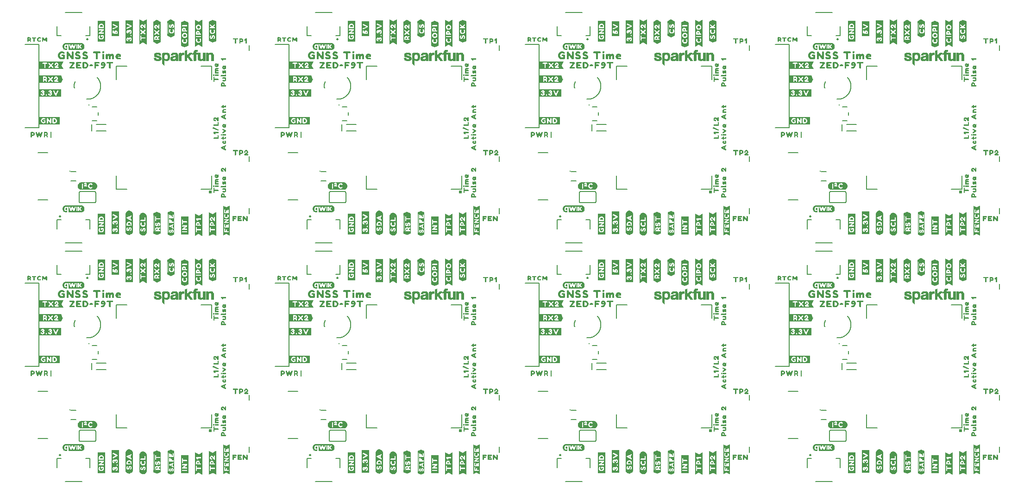
<source format=gto>
G04 EAGLE Gerber RS-274X export*
G75*
%MOMM*%
%FSLAX34Y34*%
%LPD*%
%INSilkscreen Top*%
%IPPOS*%
%AMOC8*
5,1,8,0,0,1.08239X$1,22.5*%
G01*
%ADD10C,0.203200*%
%ADD11C,0.300000*%
%ADD12C,0.152400*%
%ADD13C,0.604375*%
%ADD14C,0.177800*%
%ADD15C,0.254000*%

G36*
X1695890Y801055D02*
X1695890Y801055D01*
X1695941Y801072D01*
X1695935Y801089D01*
X1695949Y801100D01*
X1695949Y849800D01*
X1695913Y849847D01*
X1695906Y849842D01*
X1695900Y849849D01*
X1695400Y849849D01*
X1695387Y849839D01*
X1695377Y849844D01*
X1689392Y846751D01*
X1688815Y846847D01*
X1682722Y849844D01*
X1682698Y849840D01*
X1682688Y849848D01*
X1682288Y849748D01*
X1682251Y849701D01*
X1682252Y849701D01*
X1682251Y849700D01*
X1682251Y801300D01*
X1682283Y801257D01*
X1682284Y801253D01*
X1682584Y801153D01*
X1682610Y801162D01*
X1682622Y801156D01*
X1688715Y804153D01*
X1689292Y804249D01*
X1695278Y801256D01*
X1695283Y801257D01*
X1695284Y801253D01*
X1695884Y801053D01*
X1695886Y801054D01*
X1695887Y801053D01*
X1695890Y801055D01*
G37*
G36*
X1238690Y801055D02*
X1238690Y801055D01*
X1238741Y801072D01*
X1238735Y801089D01*
X1238749Y801100D01*
X1238749Y849800D01*
X1238713Y849847D01*
X1238706Y849842D01*
X1238700Y849849D01*
X1238200Y849849D01*
X1238187Y849839D01*
X1238177Y849844D01*
X1232192Y846751D01*
X1231615Y846847D01*
X1225522Y849844D01*
X1225498Y849840D01*
X1225488Y849848D01*
X1225088Y849748D01*
X1225051Y849701D01*
X1225052Y849701D01*
X1225051Y849700D01*
X1225051Y801300D01*
X1225083Y801257D01*
X1225084Y801253D01*
X1225384Y801153D01*
X1225410Y801162D01*
X1225422Y801156D01*
X1231515Y804153D01*
X1232092Y804249D01*
X1238078Y801256D01*
X1238083Y801257D01*
X1238084Y801253D01*
X1238684Y801053D01*
X1238686Y801054D01*
X1238687Y801053D01*
X1238690Y801055D01*
G37*
G36*
X781490Y801055D02*
X781490Y801055D01*
X781541Y801072D01*
X781535Y801089D01*
X781549Y801100D01*
X781549Y849800D01*
X781513Y849847D01*
X781506Y849842D01*
X781500Y849849D01*
X781000Y849849D01*
X780987Y849839D01*
X780977Y849844D01*
X774992Y846751D01*
X774415Y846847D01*
X768322Y849844D01*
X768298Y849840D01*
X768288Y849848D01*
X767888Y849748D01*
X767851Y849701D01*
X767852Y849701D01*
X767851Y849700D01*
X767851Y801300D01*
X767883Y801257D01*
X767884Y801253D01*
X768184Y801153D01*
X768210Y801162D01*
X768222Y801156D01*
X774315Y804153D01*
X774892Y804249D01*
X780878Y801256D01*
X780883Y801257D01*
X780884Y801253D01*
X781484Y801053D01*
X781486Y801054D01*
X781487Y801053D01*
X781490Y801055D01*
G37*
G36*
X324290Y801055D02*
X324290Y801055D01*
X324341Y801072D01*
X324335Y801089D01*
X324349Y801100D01*
X324349Y849800D01*
X324313Y849847D01*
X324306Y849842D01*
X324300Y849849D01*
X323800Y849849D01*
X323787Y849839D01*
X323777Y849844D01*
X317792Y846751D01*
X317215Y846847D01*
X311122Y849844D01*
X311098Y849840D01*
X311088Y849848D01*
X310688Y849748D01*
X310651Y849701D01*
X310652Y849701D01*
X310651Y849700D01*
X310651Y801300D01*
X310683Y801257D01*
X310684Y801253D01*
X310984Y801153D01*
X311010Y801162D01*
X311022Y801156D01*
X317115Y804153D01*
X317692Y804249D01*
X323678Y801256D01*
X323683Y801257D01*
X323684Y801253D01*
X324284Y801053D01*
X324286Y801054D01*
X324287Y801053D01*
X324290Y801055D01*
G37*
G36*
X1238690Y364175D02*
X1238690Y364175D01*
X1238741Y364192D01*
X1238735Y364209D01*
X1238749Y364220D01*
X1238749Y412920D01*
X1238713Y412967D01*
X1238706Y412962D01*
X1238700Y412969D01*
X1238200Y412969D01*
X1238187Y412959D01*
X1238177Y412964D01*
X1232192Y409871D01*
X1231615Y409967D01*
X1225522Y412964D01*
X1225498Y412960D01*
X1225488Y412968D01*
X1225088Y412868D01*
X1225051Y412821D01*
X1225052Y412821D01*
X1225051Y412820D01*
X1225051Y364420D01*
X1225083Y364377D01*
X1225084Y364373D01*
X1225384Y364273D01*
X1225410Y364282D01*
X1225422Y364276D01*
X1231515Y367273D01*
X1232092Y367369D01*
X1238078Y364376D01*
X1238083Y364377D01*
X1238084Y364373D01*
X1238684Y364173D01*
X1238686Y364174D01*
X1238687Y364173D01*
X1238690Y364175D01*
G37*
G36*
X324290Y364175D02*
X324290Y364175D01*
X324341Y364192D01*
X324335Y364209D01*
X324349Y364220D01*
X324349Y412920D01*
X324313Y412967D01*
X324306Y412962D01*
X324300Y412969D01*
X323800Y412969D01*
X323787Y412959D01*
X323777Y412964D01*
X317792Y409871D01*
X317215Y409967D01*
X311122Y412964D01*
X311098Y412960D01*
X311088Y412968D01*
X310688Y412868D01*
X310651Y412821D01*
X310652Y412821D01*
X310651Y412820D01*
X310651Y364420D01*
X310683Y364377D01*
X310684Y364373D01*
X310984Y364273D01*
X311010Y364282D01*
X311022Y364276D01*
X317115Y367273D01*
X317692Y367369D01*
X323678Y364376D01*
X323683Y364377D01*
X323684Y364373D01*
X324284Y364173D01*
X324286Y364174D01*
X324287Y364173D01*
X324290Y364175D01*
G37*
G36*
X781490Y364175D02*
X781490Y364175D01*
X781541Y364192D01*
X781535Y364209D01*
X781549Y364220D01*
X781549Y412920D01*
X781513Y412967D01*
X781506Y412962D01*
X781500Y412969D01*
X781000Y412969D01*
X780987Y412959D01*
X780977Y412964D01*
X774992Y409871D01*
X774415Y409967D01*
X768322Y412964D01*
X768298Y412960D01*
X768288Y412968D01*
X767888Y412868D01*
X767851Y412821D01*
X767852Y412821D01*
X767851Y412820D01*
X767851Y364420D01*
X767883Y364377D01*
X767884Y364373D01*
X768184Y364273D01*
X768210Y364282D01*
X768222Y364276D01*
X774315Y367273D01*
X774892Y367369D01*
X780878Y364376D01*
X780883Y364377D01*
X780884Y364373D01*
X781484Y364173D01*
X781486Y364174D01*
X781487Y364173D01*
X781490Y364175D01*
G37*
G36*
X1695890Y364175D02*
X1695890Y364175D01*
X1695941Y364192D01*
X1695935Y364209D01*
X1695949Y364220D01*
X1695949Y412920D01*
X1695913Y412967D01*
X1695906Y412962D01*
X1695900Y412969D01*
X1695400Y412969D01*
X1695387Y412959D01*
X1695377Y412964D01*
X1689392Y409871D01*
X1688815Y409967D01*
X1682722Y412964D01*
X1682698Y412960D01*
X1682688Y412968D01*
X1682288Y412868D01*
X1682251Y412821D01*
X1682252Y412821D01*
X1682251Y412820D01*
X1682251Y364420D01*
X1682283Y364377D01*
X1682284Y364373D01*
X1682584Y364273D01*
X1682610Y364282D01*
X1682622Y364276D01*
X1688715Y367273D01*
X1689292Y367369D01*
X1695278Y364376D01*
X1695283Y364377D01*
X1695284Y364373D01*
X1695884Y364173D01*
X1695886Y364174D01*
X1695887Y364173D01*
X1695890Y364175D01*
G37*
G36*
X1663911Y362911D02*
X1663911Y362911D01*
X1663922Y362906D01*
X1669922Y365906D01*
X1669924Y365910D01*
X1669927Y365909D01*
X1670527Y366309D01*
X1670533Y366326D01*
X1670545Y366335D01*
X1670539Y366342D01*
X1670549Y366350D01*
X1670549Y408250D01*
X1670530Y408275D01*
X1670531Y408288D01*
X1670031Y408688D01*
X1670023Y408689D01*
X1670023Y408694D01*
X1664023Y411794D01*
X1664001Y411790D01*
X1663992Y411799D01*
X1663392Y411699D01*
X1663385Y411691D01*
X1663378Y411694D01*
X1657278Y408694D01*
X1657273Y408684D01*
X1657265Y408685D01*
X1656865Y408285D01*
X1656864Y408274D01*
X1656863Y408273D01*
X1656863Y408272D01*
X1656862Y408258D01*
X1656851Y408250D01*
X1656851Y366550D01*
X1656862Y366535D01*
X1656858Y366525D01*
X1657158Y366025D01*
X1657176Y366017D01*
X1657178Y366006D01*
X1663278Y363006D01*
X1663289Y363008D01*
X1663292Y363001D01*
X1663892Y362901D01*
X1663911Y362911D01*
G37*
G36*
X749511Y362911D02*
X749511Y362911D01*
X749522Y362906D01*
X755522Y365906D01*
X755524Y365910D01*
X755527Y365909D01*
X756127Y366309D01*
X756133Y366326D01*
X756145Y366335D01*
X756139Y366342D01*
X756149Y366350D01*
X756149Y408250D01*
X756130Y408275D01*
X756131Y408288D01*
X755631Y408688D01*
X755623Y408689D01*
X755623Y408694D01*
X749623Y411794D01*
X749601Y411790D01*
X749592Y411799D01*
X748992Y411699D01*
X748985Y411691D01*
X748978Y411694D01*
X742878Y408694D01*
X742873Y408684D01*
X742865Y408685D01*
X742465Y408285D01*
X742464Y408274D01*
X742463Y408273D01*
X742463Y408272D01*
X742462Y408258D01*
X742451Y408250D01*
X742451Y366550D01*
X742462Y366535D01*
X742458Y366525D01*
X742758Y366025D01*
X742776Y366017D01*
X742778Y366006D01*
X748878Y363006D01*
X748889Y363008D01*
X748892Y363001D01*
X749492Y362901D01*
X749511Y362911D01*
G37*
G36*
X292311Y362911D02*
X292311Y362911D01*
X292322Y362906D01*
X298322Y365906D01*
X298324Y365910D01*
X298327Y365909D01*
X298927Y366309D01*
X298933Y366326D01*
X298945Y366335D01*
X298939Y366342D01*
X298949Y366350D01*
X298949Y408250D01*
X298930Y408275D01*
X298931Y408288D01*
X298431Y408688D01*
X298423Y408689D01*
X298423Y408694D01*
X292423Y411794D01*
X292401Y411790D01*
X292392Y411799D01*
X291792Y411699D01*
X291785Y411691D01*
X291778Y411694D01*
X285678Y408694D01*
X285673Y408684D01*
X285665Y408685D01*
X285265Y408285D01*
X285264Y408274D01*
X285263Y408273D01*
X285263Y408272D01*
X285262Y408258D01*
X285251Y408250D01*
X285251Y366550D01*
X285262Y366535D01*
X285258Y366525D01*
X285558Y366025D01*
X285576Y366017D01*
X285578Y366006D01*
X291678Y363006D01*
X291689Y363008D01*
X291692Y363001D01*
X292292Y362901D01*
X292311Y362911D01*
G37*
G36*
X1206711Y362911D02*
X1206711Y362911D01*
X1206722Y362906D01*
X1212722Y365906D01*
X1212724Y365910D01*
X1212727Y365909D01*
X1213327Y366309D01*
X1213333Y366326D01*
X1213345Y366335D01*
X1213339Y366342D01*
X1213349Y366350D01*
X1213349Y408250D01*
X1213330Y408275D01*
X1213331Y408288D01*
X1212831Y408688D01*
X1212823Y408689D01*
X1212823Y408694D01*
X1206823Y411794D01*
X1206801Y411790D01*
X1206792Y411799D01*
X1206192Y411699D01*
X1206185Y411691D01*
X1206178Y411694D01*
X1200078Y408694D01*
X1200073Y408684D01*
X1200065Y408685D01*
X1199665Y408285D01*
X1199664Y408274D01*
X1199663Y408273D01*
X1199663Y408272D01*
X1199662Y408258D01*
X1199651Y408250D01*
X1199651Y366550D01*
X1199662Y366535D01*
X1199658Y366525D01*
X1199958Y366025D01*
X1199976Y366017D01*
X1199978Y366006D01*
X1206078Y363006D01*
X1206089Y363008D01*
X1206092Y363001D01*
X1206692Y362901D01*
X1206711Y362911D01*
G37*
G36*
X292311Y799791D02*
X292311Y799791D01*
X292322Y799786D01*
X298322Y802786D01*
X298324Y802790D01*
X298327Y802789D01*
X298927Y803189D01*
X298933Y803206D01*
X298945Y803215D01*
X298939Y803222D01*
X298949Y803230D01*
X298949Y845130D01*
X298930Y845155D01*
X298931Y845168D01*
X298431Y845568D01*
X298423Y845569D01*
X298423Y845574D01*
X292423Y848674D01*
X292401Y848670D01*
X292392Y848679D01*
X291792Y848579D01*
X291785Y848571D01*
X291778Y848574D01*
X285678Y845574D01*
X285673Y845564D01*
X285665Y845565D01*
X285265Y845165D01*
X285264Y845154D01*
X285263Y845153D01*
X285263Y845152D01*
X285262Y845138D01*
X285251Y845130D01*
X285251Y803430D01*
X285262Y803415D01*
X285258Y803405D01*
X285558Y802905D01*
X285576Y802897D01*
X285578Y802886D01*
X291678Y799886D01*
X291689Y799888D01*
X291692Y799881D01*
X292292Y799781D01*
X292311Y799791D01*
G37*
G36*
X1206711Y799791D02*
X1206711Y799791D01*
X1206722Y799786D01*
X1212722Y802786D01*
X1212724Y802790D01*
X1212727Y802789D01*
X1213327Y803189D01*
X1213333Y803206D01*
X1213345Y803215D01*
X1213339Y803222D01*
X1213349Y803230D01*
X1213349Y845130D01*
X1213330Y845155D01*
X1213331Y845168D01*
X1212831Y845568D01*
X1212823Y845569D01*
X1212823Y845574D01*
X1206823Y848674D01*
X1206801Y848670D01*
X1206792Y848679D01*
X1206192Y848579D01*
X1206185Y848571D01*
X1206178Y848574D01*
X1200078Y845574D01*
X1200073Y845564D01*
X1200065Y845565D01*
X1199665Y845165D01*
X1199664Y845154D01*
X1199663Y845153D01*
X1199663Y845152D01*
X1199662Y845138D01*
X1199651Y845130D01*
X1199651Y803430D01*
X1199662Y803415D01*
X1199658Y803405D01*
X1199958Y802905D01*
X1199976Y802897D01*
X1199978Y802886D01*
X1206078Y799886D01*
X1206089Y799888D01*
X1206092Y799881D01*
X1206692Y799781D01*
X1206711Y799791D01*
G37*
G36*
X749511Y799791D02*
X749511Y799791D01*
X749522Y799786D01*
X755522Y802786D01*
X755524Y802790D01*
X755527Y802789D01*
X756127Y803189D01*
X756133Y803206D01*
X756145Y803215D01*
X756139Y803222D01*
X756149Y803230D01*
X756149Y845130D01*
X756130Y845155D01*
X756131Y845168D01*
X755631Y845568D01*
X755623Y845569D01*
X755623Y845574D01*
X749623Y848674D01*
X749601Y848670D01*
X749592Y848679D01*
X748992Y848579D01*
X748985Y848571D01*
X748978Y848574D01*
X742878Y845574D01*
X742873Y845564D01*
X742865Y845565D01*
X742465Y845165D01*
X742464Y845154D01*
X742463Y845153D01*
X742463Y845152D01*
X742462Y845138D01*
X742451Y845130D01*
X742451Y803430D01*
X742462Y803415D01*
X742458Y803405D01*
X742758Y802905D01*
X742776Y802897D01*
X742778Y802886D01*
X748878Y799886D01*
X748889Y799888D01*
X748892Y799881D01*
X749492Y799781D01*
X749511Y799791D01*
G37*
G36*
X1663911Y799791D02*
X1663911Y799791D01*
X1663922Y799786D01*
X1669922Y802786D01*
X1669924Y802790D01*
X1669927Y802789D01*
X1670527Y803189D01*
X1670533Y803206D01*
X1670545Y803215D01*
X1670539Y803222D01*
X1670549Y803230D01*
X1670549Y845130D01*
X1670530Y845155D01*
X1670531Y845168D01*
X1670031Y845568D01*
X1670023Y845569D01*
X1670023Y845574D01*
X1664023Y848674D01*
X1664001Y848670D01*
X1663992Y848679D01*
X1663392Y848579D01*
X1663385Y848571D01*
X1663378Y848574D01*
X1657278Y845574D01*
X1657273Y845564D01*
X1657265Y845565D01*
X1656865Y845165D01*
X1656864Y845154D01*
X1656863Y845153D01*
X1656863Y845152D01*
X1656862Y845138D01*
X1656851Y845130D01*
X1656851Y803430D01*
X1656862Y803415D01*
X1656858Y803405D01*
X1657158Y802905D01*
X1657176Y802897D01*
X1657178Y802886D01*
X1663278Y799886D01*
X1663289Y799888D01*
X1663292Y799881D01*
X1663892Y799781D01*
X1663911Y799791D01*
G37*
G36*
X1745797Y455160D02*
X1745797Y455160D01*
X1745834Y455164D01*
X1745831Y455186D01*
X1745849Y455200D01*
X1745849Y509800D01*
X1745813Y509847D01*
X1745806Y509842D01*
X1745800Y509849D01*
X1745500Y509849D01*
X1745487Y509839D01*
X1745478Y509844D01*
X1740192Y507151D01*
X1739615Y507247D01*
X1734322Y509844D01*
X1734306Y509841D01*
X1734300Y509849D01*
X1734000Y509849D01*
X1733953Y509813D01*
X1733958Y509806D01*
X1733951Y509800D01*
X1733951Y461200D01*
X1733953Y461197D01*
X1733951Y461193D01*
X1733960Y461188D01*
X1733987Y461153D01*
X1733998Y461161D01*
X1734000Y461159D01*
X1734008Y461159D01*
X1733978Y461144D01*
X1733960Y461107D01*
X1733951Y461100D01*
X1733951Y455600D01*
X1733963Y455584D01*
X1733959Y455573D01*
X1734159Y455273D01*
X1734215Y455253D01*
X1734217Y455259D01*
X1734222Y455256D01*
X1739516Y457953D01*
X1739993Y458048D01*
X1745277Y455457D01*
X1745775Y455158D01*
X1745782Y455159D01*
X1745787Y455153D01*
X1745797Y455160D01*
G37*
G36*
X831397Y455160D02*
X831397Y455160D01*
X831434Y455164D01*
X831431Y455186D01*
X831449Y455200D01*
X831449Y509800D01*
X831413Y509847D01*
X831406Y509842D01*
X831400Y509849D01*
X831100Y509849D01*
X831087Y509839D01*
X831078Y509844D01*
X825792Y507151D01*
X825215Y507247D01*
X819922Y509844D01*
X819906Y509841D01*
X819900Y509849D01*
X819600Y509849D01*
X819553Y509813D01*
X819558Y509806D01*
X819551Y509800D01*
X819551Y461200D01*
X819553Y461197D01*
X819551Y461193D01*
X819560Y461188D01*
X819587Y461153D01*
X819598Y461161D01*
X819600Y461159D01*
X819608Y461159D01*
X819578Y461144D01*
X819560Y461107D01*
X819551Y461100D01*
X819551Y455600D01*
X819563Y455584D01*
X819559Y455573D01*
X819759Y455273D01*
X819815Y455253D01*
X819817Y455259D01*
X819822Y455256D01*
X825116Y457953D01*
X825593Y458048D01*
X830877Y455457D01*
X831375Y455158D01*
X831382Y455159D01*
X831387Y455153D01*
X831397Y455160D01*
G37*
G36*
X1288597Y455160D02*
X1288597Y455160D01*
X1288634Y455164D01*
X1288631Y455186D01*
X1288649Y455200D01*
X1288649Y509800D01*
X1288613Y509847D01*
X1288606Y509842D01*
X1288600Y509849D01*
X1288300Y509849D01*
X1288287Y509839D01*
X1288278Y509844D01*
X1282992Y507151D01*
X1282415Y507247D01*
X1277122Y509844D01*
X1277106Y509841D01*
X1277100Y509849D01*
X1276800Y509849D01*
X1276753Y509813D01*
X1276758Y509806D01*
X1276751Y509800D01*
X1276751Y461200D01*
X1276753Y461197D01*
X1276751Y461193D01*
X1276760Y461188D01*
X1276787Y461153D01*
X1276798Y461161D01*
X1276800Y461159D01*
X1276808Y461159D01*
X1276778Y461144D01*
X1276760Y461107D01*
X1276751Y461100D01*
X1276751Y455600D01*
X1276763Y455584D01*
X1276759Y455573D01*
X1276959Y455273D01*
X1277015Y455253D01*
X1277017Y455259D01*
X1277022Y455256D01*
X1282316Y457953D01*
X1282793Y458048D01*
X1288077Y455457D01*
X1288575Y455158D01*
X1288582Y455159D01*
X1288587Y455153D01*
X1288597Y455160D01*
G37*
G36*
X374197Y455160D02*
X374197Y455160D01*
X374234Y455164D01*
X374231Y455186D01*
X374249Y455200D01*
X374249Y509800D01*
X374213Y509847D01*
X374206Y509842D01*
X374200Y509849D01*
X373900Y509849D01*
X373887Y509839D01*
X373878Y509844D01*
X368592Y507151D01*
X368015Y507247D01*
X362722Y509844D01*
X362706Y509841D01*
X362700Y509849D01*
X362400Y509849D01*
X362353Y509813D01*
X362358Y509806D01*
X362351Y509800D01*
X362351Y461200D01*
X362353Y461197D01*
X362351Y461193D01*
X362360Y461188D01*
X362387Y461153D01*
X362398Y461161D01*
X362400Y461159D01*
X362408Y461159D01*
X362378Y461144D01*
X362360Y461107D01*
X362351Y461100D01*
X362351Y455600D01*
X362363Y455584D01*
X362359Y455573D01*
X362559Y455273D01*
X362615Y455253D01*
X362617Y455259D01*
X362622Y455256D01*
X367916Y457953D01*
X368393Y458048D01*
X373677Y455457D01*
X374175Y455158D01*
X374182Y455159D01*
X374187Y455153D01*
X374197Y455160D01*
G37*
G36*
X831397Y18280D02*
X831397Y18280D01*
X831434Y18284D01*
X831431Y18306D01*
X831449Y18320D01*
X831449Y72920D01*
X831413Y72967D01*
X831406Y72962D01*
X831400Y72969D01*
X831100Y72969D01*
X831087Y72959D01*
X831078Y72964D01*
X825792Y70271D01*
X825215Y70367D01*
X819922Y72964D01*
X819906Y72961D01*
X819900Y72969D01*
X819600Y72969D01*
X819553Y72933D01*
X819558Y72926D01*
X819551Y72920D01*
X819551Y24320D01*
X819553Y24317D01*
X819551Y24313D01*
X819560Y24308D01*
X819587Y24273D01*
X819598Y24281D01*
X819600Y24279D01*
X819608Y24279D01*
X819578Y24264D01*
X819560Y24227D01*
X819551Y24220D01*
X819551Y18720D01*
X819563Y18704D01*
X819559Y18693D01*
X819759Y18393D01*
X819815Y18373D01*
X819817Y18379D01*
X819822Y18376D01*
X825116Y21073D01*
X825593Y21168D01*
X830877Y18577D01*
X831375Y18278D01*
X831382Y18279D01*
X831387Y18273D01*
X831397Y18280D01*
G37*
G36*
X1288597Y18280D02*
X1288597Y18280D01*
X1288634Y18284D01*
X1288631Y18306D01*
X1288649Y18320D01*
X1288649Y72920D01*
X1288613Y72967D01*
X1288606Y72962D01*
X1288600Y72969D01*
X1288300Y72969D01*
X1288287Y72959D01*
X1288278Y72964D01*
X1282992Y70271D01*
X1282415Y70367D01*
X1277122Y72964D01*
X1277106Y72961D01*
X1277100Y72969D01*
X1276800Y72969D01*
X1276753Y72933D01*
X1276758Y72926D01*
X1276751Y72920D01*
X1276751Y24320D01*
X1276753Y24317D01*
X1276751Y24313D01*
X1276760Y24308D01*
X1276787Y24273D01*
X1276798Y24281D01*
X1276800Y24279D01*
X1276808Y24279D01*
X1276778Y24264D01*
X1276760Y24227D01*
X1276751Y24220D01*
X1276751Y18720D01*
X1276763Y18704D01*
X1276759Y18693D01*
X1276959Y18393D01*
X1277015Y18373D01*
X1277017Y18379D01*
X1277022Y18376D01*
X1282316Y21073D01*
X1282793Y21168D01*
X1288077Y18577D01*
X1288575Y18278D01*
X1288582Y18279D01*
X1288587Y18273D01*
X1288597Y18280D01*
G37*
G36*
X374197Y18280D02*
X374197Y18280D01*
X374234Y18284D01*
X374231Y18306D01*
X374249Y18320D01*
X374249Y72920D01*
X374213Y72967D01*
X374206Y72962D01*
X374200Y72969D01*
X373900Y72969D01*
X373887Y72959D01*
X373878Y72964D01*
X368592Y70271D01*
X368015Y70367D01*
X362722Y72964D01*
X362706Y72961D01*
X362700Y72969D01*
X362400Y72969D01*
X362353Y72933D01*
X362358Y72926D01*
X362351Y72920D01*
X362351Y24320D01*
X362353Y24317D01*
X362351Y24313D01*
X362360Y24308D01*
X362387Y24273D01*
X362398Y24281D01*
X362400Y24279D01*
X362408Y24279D01*
X362378Y24264D01*
X362360Y24227D01*
X362351Y24220D01*
X362351Y18720D01*
X362363Y18704D01*
X362359Y18693D01*
X362559Y18393D01*
X362615Y18373D01*
X362617Y18379D01*
X362622Y18376D01*
X367916Y21073D01*
X368393Y21168D01*
X373677Y18577D01*
X374175Y18278D01*
X374182Y18279D01*
X374187Y18273D01*
X374197Y18280D01*
G37*
G36*
X1745797Y18280D02*
X1745797Y18280D01*
X1745834Y18284D01*
X1745831Y18306D01*
X1745849Y18320D01*
X1745849Y72920D01*
X1745813Y72967D01*
X1745806Y72962D01*
X1745800Y72969D01*
X1745500Y72969D01*
X1745487Y72959D01*
X1745478Y72964D01*
X1740192Y70271D01*
X1739615Y70367D01*
X1734322Y72964D01*
X1734306Y72961D01*
X1734300Y72969D01*
X1734000Y72969D01*
X1733953Y72933D01*
X1733958Y72926D01*
X1733951Y72920D01*
X1733951Y24320D01*
X1733953Y24317D01*
X1733951Y24313D01*
X1733960Y24308D01*
X1733987Y24273D01*
X1733998Y24281D01*
X1734000Y24279D01*
X1734008Y24279D01*
X1733978Y24264D01*
X1733960Y24227D01*
X1733951Y24220D01*
X1733951Y18720D01*
X1733963Y18704D01*
X1733959Y18693D01*
X1734159Y18393D01*
X1734215Y18373D01*
X1734217Y18379D01*
X1734222Y18376D01*
X1739516Y21073D01*
X1739993Y21168D01*
X1745277Y18577D01*
X1745775Y18278D01*
X1745782Y18279D01*
X1745787Y18273D01*
X1745797Y18280D01*
G37*
G36*
X984033Y760240D02*
X984033Y760240D01*
X984042Y760236D01*
X984442Y760436D01*
X984452Y760457D01*
X984461Y760464D01*
X984458Y760468D01*
X984468Y760489D01*
X984460Y760494D01*
X984464Y760503D01*
X981366Y766498D01*
X981173Y767175D01*
X984464Y773758D01*
X984464Y773759D01*
X984465Y773759D01*
X984464Y773761D01*
X984465Y773761D01*
X984463Y773763D01*
X984453Y773816D01*
X984436Y773813D01*
X984428Y773829D01*
X983828Y773929D01*
X983823Y773926D01*
X983820Y773929D01*
X939720Y773929D01*
X939715Y773926D01*
X939712Y773929D01*
X939112Y773829D01*
X939075Y773790D01*
X939073Y773788D01*
X939073Y773787D01*
X939071Y773785D01*
X939074Y773783D01*
X939071Y773780D01*
X939071Y760880D01*
X939078Y760871D01*
X939073Y760864D01*
X939273Y760264D01*
X939317Y760234D01*
X939320Y760231D01*
X984020Y760231D01*
X984033Y760240D01*
G37*
G36*
X526833Y760240D02*
X526833Y760240D01*
X526842Y760236D01*
X527242Y760436D01*
X527252Y760457D01*
X527261Y760464D01*
X527258Y760468D01*
X527268Y760489D01*
X527260Y760494D01*
X527264Y760503D01*
X524166Y766498D01*
X523973Y767175D01*
X527264Y773758D01*
X527264Y773759D01*
X527265Y773759D01*
X527264Y773761D01*
X527265Y773761D01*
X527263Y773763D01*
X527253Y773816D01*
X527236Y773813D01*
X527228Y773829D01*
X526628Y773929D01*
X526623Y773926D01*
X526620Y773929D01*
X482520Y773929D01*
X482515Y773926D01*
X482512Y773929D01*
X481912Y773829D01*
X481875Y773790D01*
X481873Y773788D01*
X481873Y773787D01*
X481871Y773785D01*
X481874Y773783D01*
X481871Y773780D01*
X481871Y760880D01*
X481878Y760871D01*
X481873Y760864D01*
X482073Y760264D01*
X482117Y760234D01*
X482120Y760231D01*
X526820Y760231D01*
X526833Y760240D01*
G37*
G36*
X1441233Y760240D02*
X1441233Y760240D01*
X1441242Y760236D01*
X1441642Y760436D01*
X1441652Y760457D01*
X1441661Y760464D01*
X1441658Y760468D01*
X1441668Y760489D01*
X1441660Y760494D01*
X1441664Y760503D01*
X1438566Y766498D01*
X1438373Y767175D01*
X1441664Y773758D01*
X1441664Y773759D01*
X1441665Y773759D01*
X1441664Y773761D01*
X1441665Y773761D01*
X1441663Y773763D01*
X1441653Y773816D01*
X1441636Y773813D01*
X1441628Y773829D01*
X1441028Y773929D01*
X1441023Y773926D01*
X1441020Y773929D01*
X1396920Y773929D01*
X1396915Y773926D01*
X1396912Y773929D01*
X1396312Y773829D01*
X1396275Y773790D01*
X1396273Y773788D01*
X1396273Y773787D01*
X1396271Y773785D01*
X1396274Y773783D01*
X1396271Y773780D01*
X1396271Y760880D01*
X1396278Y760871D01*
X1396273Y760864D01*
X1396473Y760264D01*
X1396517Y760234D01*
X1396520Y760231D01*
X1441220Y760231D01*
X1441233Y760240D01*
G37*
G36*
X526833Y323360D02*
X526833Y323360D01*
X526842Y323356D01*
X527242Y323556D01*
X527252Y323577D01*
X527261Y323584D01*
X527258Y323588D01*
X527268Y323609D01*
X527260Y323614D01*
X527264Y323623D01*
X524166Y329618D01*
X523973Y330295D01*
X527264Y336878D01*
X527264Y336879D01*
X527265Y336879D01*
X527264Y336881D01*
X527265Y336881D01*
X527263Y336883D01*
X527253Y336936D01*
X527236Y336933D01*
X527228Y336949D01*
X526628Y337049D01*
X526623Y337046D01*
X526620Y337049D01*
X482520Y337049D01*
X482515Y337046D01*
X482512Y337049D01*
X481912Y336949D01*
X481875Y336910D01*
X481873Y336908D01*
X481873Y336907D01*
X481871Y336905D01*
X481874Y336903D01*
X481871Y336900D01*
X481871Y324000D01*
X481878Y323991D01*
X481873Y323984D01*
X482073Y323384D01*
X482117Y323354D01*
X482120Y323351D01*
X526820Y323351D01*
X526833Y323360D01*
G37*
G36*
X69633Y323360D02*
X69633Y323360D01*
X69642Y323356D01*
X70042Y323556D01*
X70052Y323577D01*
X70061Y323584D01*
X70058Y323588D01*
X70068Y323609D01*
X70060Y323614D01*
X70064Y323623D01*
X66966Y329618D01*
X66773Y330295D01*
X70064Y336878D01*
X70064Y336879D01*
X70065Y336879D01*
X70064Y336881D01*
X70065Y336881D01*
X70063Y336883D01*
X70053Y336936D01*
X70036Y336933D01*
X70028Y336949D01*
X69428Y337049D01*
X69423Y337046D01*
X69420Y337049D01*
X25320Y337049D01*
X25315Y337046D01*
X25312Y337049D01*
X24712Y336949D01*
X24675Y336910D01*
X24673Y336908D01*
X24673Y336907D01*
X24671Y336905D01*
X24674Y336903D01*
X24671Y336900D01*
X24671Y324000D01*
X24678Y323991D01*
X24673Y323984D01*
X24873Y323384D01*
X24917Y323354D01*
X24920Y323351D01*
X69620Y323351D01*
X69633Y323360D01*
G37*
G36*
X1441233Y323360D02*
X1441233Y323360D01*
X1441242Y323356D01*
X1441642Y323556D01*
X1441652Y323577D01*
X1441661Y323584D01*
X1441658Y323588D01*
X1441668Y323609D01*
X1441660Y323614D01*
X1441664Y323623D01*
X1438566Y329618D01*
X1438373Y330295D01*
X1441664Y336878D01*
X1441664Y336879D01*
X1441665Y336879D01*
X1441664Y336881D01*
X1441665Y336881D01*
X1441663Y336883D01*
X1441653Y336936D01*
X1441636Y336933D01*
X1441628Y336949D01*
X1441028Y337049D01*
X1441023Y337046D01*
X1441020Y337049D01*
X1396920Y337049D01*
X1396915Y337046D01*
X1396912Y337049D01*
X1396312Y336949D01*
X1396275Y336910D01*
X1396273Y336908D01*
X1396273Y336907D01*
X1396271Y336905D01*
X1396274Y336903D01*
X1396271Y336900D01*
X1396271Y324000D01*
X1396278Y323991D01*
X1396273Y323984D01*
X1396473Y323384D01*
X1396517Y323354D01*
X1396520Y323351D01*
X1441220Y323351D01*
X1441233Y323360D01*
G37*
G36*
X984033Y323360D02*
X984033Y323360D01*
X984042Y323356D01*
X984442Y323556D01*
X984452Y323577D01*
X984461Y323584D01*
X984458Y323588D01*
X984468Y323609D01*
X984460Y323614D01*
X984464Y323623D01*
X981366Y329618D01*
X981173Y330295D01*
X984464Y336878D01*
X984464Y336879D01*
X984465Y336879D01*
X984464Y336881D01*
X984465Y336881D01*
X984463Y336883D01*
X984453Y336936D01*
X984436Y336933D01*
X984428Y336949D01*
X983828Y337049D01*
X983823Y337046D01*
X983820Y337049D01*
X939720Y337049D01*
X939715Y337046D01*
X939712Y337049D01*
X939112Y336949D01*
X939075Y336910D01*
X939073Y336908D01*
X939073Y336907D01*
X939071Y336905D01*
X939074Y336903D01*
X939071Y336900D01*
X939071Y324000D01*
X939078Y323991D01*
X939073Y323984D01*
X939273Y323384D01*
X939317Y323354D01*
X939320Y323351D01*
X984020Y323351D01*
X984033Y323360D01*
G37*
G36*
X69633Y760240D02*
X69633Y760240D01*
X69642Y760236D01*
X70042Y760436D01*
X70052Y760457D01*
X70061Y760464D01*
X70058Y760468D01*
X70068Y760489D01*
X70060Y760494D01*
X70064Y760503D01*
X66966Y766498D01*
X66773Y767175D01*
X70064Y773758D01*
X70064Y773759D01*
X70065Y773759D01*
X70064Y773761D01*
X70065Y773761D01*
X70063Y773763D01*
X70053Y773816D01*
X70036Y773813D01*
X70028Y773829D01*
X69428Y773929D01*
X69423Y773926D01*
X69420Y773929D01*
X25320Y773929D01*
X25315Y773926D01*
X25312Y773929D01*
X24712Y773829D01*
X24675Y773790D01*
X24673Y773788D01*
X24673Y773787D01*
X24671Y773785D01*
X24674Y773783D01*
X24671Y773780D01*
X24671Y760880D01*
X24678Y760871D01*
X24673Y760864D01*
X24873Y760264D01*
X24917Y760234D01*
X24920Y760231D01*
X69620Y760231D01*
X69633Y760240D01*
G37*
G36*
X65745Y734850D02*
X65745Y734850D01*
X65758Y734849D01*
X66158Y735349D01*
X66159Y735357D01*
X66164Y735358D01*
X69164Y741458D01*
X69163Y741463D01*
X69167Y741466D01*
X69161Y741474D01*
X69160Y741479D01*
X69169Y741488D01*
X69069Y742088D01*
X69061Y742095D01*
X69064Y742102D01*
X66064Y748202D01*
X66047Y748211D01*
X66045Y748222D01*
X65545Y748522D01*
X65533Y748521D01*
X65532Y748522D01*
X65525Y748522D01*
X65520Y748529D01*
X26020Y748529D01*
X26011Y748522D01*
X26007Y748522D01*
X26002Y748526D01*
X25502Y748326D01*
X25486Y748299D01*
X25473Y748289D01*
X25476Y748284D01*
X25471Y748280D01*
X25471Y735380D01*
X25482Y735365D01*
X25478Y735355D01*
X25778Y734855D01*
X25812Y734841D01*
X25820Y734831D01*
X65720Y734831D01*
X65745Y734850D01*
G37*
G36*
X980145Y734850D02*
X980145Y734850D01*
X980158Y734849D01*
X980558Y735349D01*
X980559Y735357D01*
X980564Y735358D01*
X983564Y741458D01*
X983563Y741463D01*
X983567Y741466D01*
X983561Y741474D01*
X983560Y741479D01*
X983569Y741488D01*
X983469Y742088D01*
X983461Y742095D01*
X983464Y742102D01*
X980464Y748202D01*
X980447Y748211D01*
X980445Y748222D01*
X979945Y748522D01*
X979933Y748521D01*
X979932Y748522D01*
X979925Y748522D01*
X979920Y748529D01*
X940420Y748529D01*
X940411Y748522D01*
X940407Y748522D01*
X940402Y748526D01*
X939902Y748326D01*
X939886Y748299D01*
X939873Y748289D01*
X939876Y748284D01*
X939871Y748280D01*
X939871Y735380D01*
X939882Y735365D01*
X939878Y735355D01*
X940178Y734855D01*
X940212Y734841D01*
X940220Y734831D01*
X980120Y734831D01*
X980145Y734850D01*
G37*
G36*
X522945Y734850D02*
X522945Y734850D01*
X522958Y734849D01*
X523358Y735349D01*
X523359Y735357D01*
X523364Y735358D01*
X526364Y741458D01*
X526363Y741463D01*
X526367Y741466D01*
X526361Y741474D01*
X526360Y741479D01*
X526369Y741488D01*
X526269Y742088D01*
X526261Y742095D01*
X526264Y742102D01*
X523264Y748202D01*
X523247Y748211D01*
X523245Y748222D01*
X522745Y748522D01*
X522733Y748521D01*
X522732Y748522D01*
X522725Y748522D01*
X522720Y748529D01*
X483220Y748529D01*
X483211Y748522D01*
X483207Y748522D01*
X483202Y748526D01*
X482702Y748326D01*
X482686Y748299D01*
X482673Y748289D01*
X482676Y748284D01*
X482671Y748280D01*
X482671Y735380D01*
X482682Y735365D01*
X482678Y735355D01*
X482978Y734855D01*
X483012Y734841D01*
X483020Y734831D01*
X522920Y734831D01*
X522945Y734850D01*
G37*
G36*
X65745Y297970D02*
X65745Y297970D01*
X65758Y297969D01*
X66158Y298469D01*
X66159Y298477D01*
X66164Y298478D01*
X69164Y304578D01*
X69163Y304583D01*
X69167Y304586D01*
X69161Y304594D01*
X69160Y304599D01*
X69169Y304608D01*
X69069Y305208D01*
X69061Y305215D01*
X69064Y305222D01*
X66064Y311322D01*
X66047Y311331D01*
X66045Y311342D01*
X65545Y311642D01*
X65533Y311641D01*
X65532Y311642D01*
X65525Y311642D01*
X65520Y311649D01*
X26020Y311649D01*
X26011Y311642D01*
X26007Y311642D01*
X26002Y311646D01*
X25502Y311446D01*
X25486Y311419D01*
X25473Y311409D01*
X25476Y311404D01*
X25471Y311400D01*
X25471Y298500D01*
X25482Y298485D01*
X25478Y298475D01*
X25778Y297975D01*
X25812Y297961D01*
X25820Y297951D01*
X65720Y297951D01*
X65745Y297970D01*
G37*
G36*
X522945Y297970D02*
X522945Y297970D01*
X522958Y297969D01*
X523358Y298469D01*
X523359Y298477D01*
X523364Y298478D01*
X526364Y304578D01*
X526363Y304583D01*
X526367Y304586D01*
X526361Y304594D01*
X526360Y304599D01*
X526369Y304608D01*
X526269Y305208D01*
X526261Y305215D01*
X526264Y305222D01*
X523264Y311322D01*
X523247Y311331D01*
X523245Y311342D01*
X522745Y311642D01*
X522733Y311641D01*
X522732Y311642D01*
X522725Y311642D01*
X522720Y311649D01*
X483220Y311649D01*
X483211Y311642D01*
X483207Y311642D01*
X483202Y311646D01*
X482702Y311446D01*
X482686Y311419D01*
X482673Y311409D01*
X482676Y311404D01*
X482671Y311400D01*
X482671Y298500D01*
X482682Y298485D01*
X482678Y298475D01*
X482978Y297975D01*
X483012Y297961D01*
X483020Y297951D01*
X522920Y297951D01*
X522945Y297970D01*
G37*
G36*
X1437345Y297970D02*
X1437345Y297970D01*
X1437358Y297969D01*
X1437758Y298469D01*
X1437759Y298477D01*
X1437764Y298478D01*
X1440764Y304578D01*
X1440763Y304583D01*
X1440767Y304586D01*
X1440761Y304594D01*
X1440760Y304599D01*
X1440769Y304608D01*
X1440669Y305208D01*
X1440661Y305215D01*
X1440664Y305222D01*
X1437664Y311322D01*
X1437647Y311331D01*
X1437645Y311342D01*
X1437145Y311642D01*
X1437133Y311641D01*
X1437132Y311642D01*
X1437125Y311642D01*
X1437120Y311649D01*
X1397620Y311649D01*
X1397611Y311642D01*
X1397607Y311642D01*
X1397602Y311646D01*
X1397102Y311446D01*
X1397086Y311419D01*
X1397073Y311409D01*
X1397076Y311404D01*
X1397071Y311400D01*
X1397071Y298500D01*
X1397082Y298485D01*
X1397078Y298475D01*
X1397378Y297975D01*
X1397412Y297961D01*
X1397420Y297951D01*
X1437320Y297951D01*
X1437345Y297970D01*
G37*
G36*
X980145Y297970D02*
X980145Y297970D01*
X980158Y297969D01*
X980558Y298469D01*
X980559Y298477D01*
X980564Y298478D01*
X983564Y304578D01*
X983563Y304583D01*
X983567Y304586D01*
X983561Y304594D01*
X983560Y304599D01*
X983569Y304608D01*
X983469Y305208D01*
X983461Y305215D01*
X983464Y305222D01*
X980464Y311322D01*
X980447Y311331D01*
X980445Y311342D01*
X979945Y311642D01*
X979933Y311641D01*
X979932Y311642D01*
X979925Y311642D01*
X979920Y311649D01*
X940420Y311649D01*
X940411Y311642D01*
X940407Y311642D01*
X940402Y311646D01*
X939902Y311446D01*
X939886Y311419D01*
X939873Y311409D01*
X939876Y311404D01*
X939871Y311400D01*
X939871Y298500D01*
X939882Y298485D01*
X939878Y298475D01*
X940178Y297975D01*
X940212Y297961D01*
X940220Y297951D01*
X980120Y297951D01*
X980145Y297970D01*
G37*
G36*
X1437345Y734850D02*
X1437345Y734850D01*
X1437358Y734849D01*
X1437758Y735349D01*
X1437759Y735357D01*
X1437764Y735358D01*
X1440764Y741458D01*
X1440763Y741463D01*
X1440767Y741466D01*
X1440761Y741474D01*
X1440760Y741479D01*
X1440769Y741488D01*
X1440669Y742088D01*
X1440661Y742095D01*
X1440664Y742102D01*
X1437664Y748202D01*
X1437647Y748211D01*
X1437645Y748222D01*
X1437145Y748522D01*
X1437133Y748521D01*
X1437132Y748522D01*
X1437125Y748522D01*
X1437120Y748529D01*
X1397620Y748529D01*
X1397611Y748522D01*
X1397607Y748522D01*
X1397602Y748526D01*
X1397102Y748326D01*
X1397086Y748299D01*
X1397073Y748289D01*
X1397076Y748284D01*
X1397071Y748280D01*
X1397071Y735380D01*
X1397082Y735365D01*
X1397078Y735355D01*
X1397378Y734855D01*
X1397412Y734841D01*
X1397420Y734831D01*
X1437320Y734831D01*
X1437345Y734850D01*
G37*
G36*
X679890Y805395D02*
X679890Y805395D01*
X679941Y805412D01*
X679935Y805429D01*
X679949Y805440D01*
X679949Y850140D01*
X679945Y850146D01*
X679948Y850150D01*
X679848Y850650D01*
X679804Y850689D01*
X679793Y850677D01*
X679778Y850684D01*
X673100Y847395D01*
X666422Y850684D01*
X666363Y850673D01*
X666366Y850657D01*
X666352Y850650D01*
X666252Y850150D01*
X666255Y850143D01*
X666251Y850140D01*
X666251Y805840D01*
X666263Y805824D01*
X666259Y805813D01*
X666459Y805513D01*
X666515Y805493D01*
X666517Y805498D01*
X666522Y805496D01*
X672619Y808494D01*
X673196Y808687D01*
X679278Y805596D01*
X679283Y805597D01*
X679284Y805593D01*
X679884Y805393D01*
X679886Y805394D01*
X679887Y805393D01*
X679890Y805395D01*
G37*
G36*
X222690Y805395D02*
X222690Y805395D01*
X222741Y805412D01*
X222735Y805429D01*
X222749Y805440D01*
X222749Y850140D01*
X222745Y850146D01*
X222748Y850150D01*
X222648Y850650D01*
X222604Y850689D01*
X222593Y850677D01*
X222578Y850684D01*
X215900Y847395D01*
X209222Y850684D01*
X209163Y850673D01*
X209166Y850657D01*
X209152Y850650D01*
X209052Y850150D01*
X209055Y850143D01*
X209051Y850140D01*
X209051Y805840D01*
X209063Y805824D01*
X209059Y805813D01*
X209259Y805513D01*
X209315Y805493D01*
X209317Y805498D01*
X209322Y805496D01*
X215419Y808494D01*
X215996Y808687D01*
X222078Y805596D01*
X222083Y805597D01*
X222084Y805593D01*
X222684Y805393D01*
X222686Y805394D01*
X222687Y805393D01*
X222690Y805395D01*
G37*
G36*
X1137090Y805395D02*
X1137090Y805395D01*
X1137141Y805412D01*
X1137135Y805429D01*
X1137149Y805440D01*
X1137149Y850140D01*
X1137145Y850146D01*
X1137148Y850150D01*
X1137048Y850650D01*
X1137004Y850689D01*
X1136993Y850677D01*
X1136978Y850684D01*
X1130300Y847395D01*
X1123622Y850684D01*
X1123563Y850673D01*
X1123566Y850657D01*
X1123552Y850650D01*
X1123452Y850150D01*
X1123455Y850143D01*
X1123451Y850140D01*
X1123451Y805840D01*
X1123463Y805824D01*
X1123459Y805813D01*
X1123659Y805513D01*
X1123715Y805493D01*
X1123717Y805498D01*
X1123722Y805496D01*
X1129819Y808494D01*
X1130396Y808687D01*
X1136478Y805596D01*
X1136483Y805597D01*
X1136484Y805593D01*
X1137084Y805393D01*
X1137086Y805394D01*
X1137087Y805393D01*
X1137090Y805395D01*
G37*
G36*
X679890Y368515D02*
X679890Y368515D01*
X679941Y368532D01*
X679935Y368549D01*
X679949Y368560D01*
X679949Y413260D01*
X679945Y413266D01*
X679948Y413270D01*
X679848Y413770D01*
X679804Y413809D01*
X679793Y413797D01*
X679778Y413804D01*
X673100Y410515D01*
X666422Y413804D01*
X666363Y413793D01*
X666366Y413777D01*
X666352Y413770D01*
X666252Y413270D01*
X666255Y413263D01*
X666251Y413260D01*
X666251Y368960D01*
X666263Y368944D01*
X666259Y368933D01*
X666459Y368633D01*
X666515Y368613D01*
X666517Y368618D01*
X666522Y368616D01*
X672619Y371614D01*
X673196Y371807D01*
X679278Y368716D01*
X679283Y368717D01*
X679284Y368713D01*
X679884Y368513D01*
X679886Y368514D01*
X679887Y368513D01*
X679890Y368515D01*
G37*
G36*
X1594290Y805395D02*
X1594290Y805395D01*
X1594341Y805412D01*
X1594335Y805429D01*
X1594349Y805440D01*
X1594349Y850140D01*
X1594345Y850146D01*
X1594348Y850150D01*
X1594248Y850650D01*
X1594204Y850689D01*
X1594193Y850677D01*
X1594178Y850684D01*
X1587500Y847395D01*
X1580822Y850684D01*
X1580763Y850673D01*
X1580766Y850657D01*
X1580752Y850650D01*
X1580652Y850150D01*
X1580655Y850143D01*
X1580651Y850140D01*
X1580651Y805840D01*
X1580663Y805824D01*
X1580659Y805813D01*
X1580859Y805513D01*
X1580915Y805493D01*
X1580917Y805498D01*
X1580922Y805496D01*
X1587019Y808494D01*
X1587596Y808687D01*
X1593678Y805596D01*
X1593683Y805597D01*
X1593684Y805593D01*
X1594284Y805393D01*
X1594286Y805394D01*
X1594287Y805393D01*
X1594290Y805395D01*
G37*
G36*
X222690Y368515D02*
X222690Y368515D01*
X222741Y368532D01*
X222735Y368549D01*
X222749Y368560D01*
X222749Y413260D01*
X222745Y413266D01*
X222748Y413270D01*
X222648Y413770D01*
X222604Y413809D01*
X222593Y413797D01*
X222578Y413804D01*
X215900Y410515D01*
X209222Y413804D01*
X209163Y413793D01*
X209166Y413777D01*
X209152Y413770D01*
X209052Y413270D01*
X209055Y413263D01*
X209051Y413260D01*
X209051Y368960D01*
X209063Y368944D01*
X209059Y368933D01*
X209259Y368633D01*
X209315Y368613D01*
X209317Y368618D01*
X209322Y368616D01*
X215419Y371614D01*
X215996Y371807D01*
X222078Y368716D01*
X222083Y368717D01*
X222084Y368713D01*
X222684Y368513D01*
X222686Y368514D01*
X222687Y368513D01*
X222690Y368515D01*
G37*
G36*
X1137090Y368515D02*
X1137090Y368515D01*
X1137141Y368532D01*
X1137135Y368549D01*
X1137149Y368560D01*
X1137149Y413260D01*
X1137145Y413266D01*
X1137148Y413270D01*
X1137048Y413770D01*
X1137004Y413809D01*
X1136993Y413797D01*
X1136978Y413804D01*
X1130300Y410515D01*
X1123622Y413804D01*
X1123563Y413793D01*
X1123566Y413777D01*
X1123552Y413770D01*
X1123452Y413270D01*
X1123455Y413263D01*
X1123451Y413260D01*
X1123451Y368960D01*
X1123463Y368944D01*
X1123459Y368933D01*
X1123659Y368633D01*
X1123715Y368613D01*
X1123717Y368618D01*
X1123722Y368616D01*
X1129819Y371614D01*
X1130396Y371807D01*
X1136478Y368716D01*
X1136483Y368717D01*
X1136484Y368713D01*
X1137084Y368513D01*
X1137086Y368514D01*
X1137087Y368513D01*
X1137090Y368515D01*
G37*
G36*
X1594290Y368515D02*
X1594290Y368515D01*
X1594341Y368532D01*
X1594335Y368549D01*
X1594349Y368560D01*
X1594349Y413260D01*
X1594345Y413266D01*
X1594348Y413270D01*
X1594248Y413770D01*
X1594204Y413809D01*
X1594193Y413797D01*
X1594178Y413804D01*
X1587500Y410515D01*
X1580822Y413804D01*
X1580763Y413793D01*
X1580766Y413777D01*
X1580752Y413770D01*
X1580652Y413270D01*
X1580655Y413263D01*
X1580651Y413260D01*
X1580651Y368960D01*
X1580663Y368944D01*
X1580659Y368933D01*
X1580859Y368633D01*
X1580915Y368613D01*
X1580917Y368618D01*
X1580922Y368616D01*
X1587019Y371614D01*
X1587596Y371807D01*
X1593678Y368716D01*
X1593683Y368717D01*
X1593684Y368713D01*
X1594284Y368513D01*
X1594286Y368514D01*
X1594287Y368513D01*
X1594290Y368515D01*
G37*
G36*
X1437738Y709444D02*
X1437738Y709444D01*
X1437750Y709441D01*
X1438150Y709741D01*
X1438154Y709757D01*
X1438161Y709762D01*
X1438157Y709768D01*
X1438159Y709772D01*
X1438169Y709780D01*
X1438169Y722680D01*
X1438156Y722698D01*
X1438159Y722710D01*
X1437859Y723110D01*
X1437828Y723119D01*
X1437820Y723129D01*
X1396620Y723129D01*
X1396573Y723093D01*
X1396575Y723090D01*
X1396571Y723088D01*
X1396471Y722488D01*
X1396474Y722483D01*
X1396471Y722480D01*
X1396471Y709680D01*
X1396503Y709637D01*
X1396504Y709633D01*
X1397104Y709433D01*
X1397115Y709437D01*
X1397120Y709431D01*
X1437720Y709431D01*
X1437738Y709444D01*
G37*
G36*
X523338Y709444D02*
X523338Y709444D01*
X523350Y709441D01*
X523750Y709741D01*
X523754Y709757D01*
X523761Y709762D01*
X523757Y709768D01*
X523759Y709772D01*
X523769Y709780D01*
X523769Y722680D01*
X523756Y722698D01*
X523759Y722710D01*
X523459Y723110D01*
X523428Y723119D01*
X523420Y723129D01*
X482220Y723129D01*
X482173Y723093D01*
X482175Y723090D01*
X482171Y723088D01*
X482071Y722488D01*
X482074Y722483D01*
X482071Y722480D01*
X482071Y709680D01*
X482103Y709637D01*
X482104Y709633D01*
X482704Y709433D01*
X482715Y709437D01*
X482720Y709431D01*
X523320Y709431D01*
X523338Y709444D01*
G37*
G36*
X980538Y709444D02*
X980538Y709444D01*
X980550Y709441D01*
X980950Y709741D01*
X980954Y709757D01*
X980961Y709762D01*
X980957Y709768D01*
X980959Y709772D01*
X980969Y709780D01*
X980969Y722680D01*
X980956Y722698D01*
X980959Y722710D01*
X980659Y723110D01*
X980628Y723119D01*
X980620Y723129D01*
X939420Y723129D01*
X939373Y723093D01*
X939375Y723090D01*
X939371Y723088D01*
X939271Y722488D01*
X939274Y722483D01*
X939271Y722480D01*
X939271Y709680D01*
X939303Y709637D01*
X939304Y709633D01*
X939904Y709433D01*
X939915Y709437D01*
X939920Y709431D01*
X980520Y709431D01*
X980538Y709444D01*
G37*
G36*
X66138Y709444D02*
X66138Y709444D01*
X66150Y709441D01*
X66550Y709741D01*
X66554Y709757D01*
X66561Y709762D01*
X66557Y709768D01*
X66559Y709772D01*
X66569Y709780D01*
X66569Y722680D01*
X66556Y722698D01*
X66559Y722710D01*
X66259Y723110D01*
X66228Y723119D01*
X66220Y723129D01*
X25020Y723129D01*
X24973Y723093D01*
X24975Y723090D01*
X24971Y723088D01*
X24871Y722488D01*
X24874Y722483D01*
X24871Y722480D01*
X24871Y709680D01*
X24903Y709637D01*
X24904Y709633D01*
X25504Y709433D01*
X25515Y709437D01*
X25520Y709431D01*
X66120Y709431D01*
X66138Y709444D01*
G37*
G36*
X523338Y272564D02*
X523338Y272564D01*
X523350Y272561D01*
X523750Y272861D01*
X523754Y272877D01*
X523761Y272882D01*
X523757Y272888D01*
X523759Y272892D01*
X523769Y272900D01*
X523769Y285800D01*
X523756Y285818D01*
X523759Y285830D01*
X523459Y286230D01*
X523428Y286239D01*
X523420Y286249D01*
X482220Y286249D01*
X482173Y286213D01*
X482175Y286210D01*
X482171Y286208D01*
X482071Y285608D01*
X482074Y285603D01*
X482071Y285600D01*
X482071Y272800D01*
X482103Y272757D01*
X482104Y272753D01*
X482704Y272553D01*
X482715Y272557D01*
X482720Y272551D01*
X523320Y272551D01*
X523338Y272564D01*
G37*
G36*
X980538Y272564D02*
X980538Y272564D01*
X980550Y272561D01*
X980950Y272861D01*
X980954Y272877D01*
X980961Y272882D01*
X980957Y272888D01*
X980959Y272892D01*
X980969Y272900D01*
X980969Y285800D01*
X980956Y285818D01*
X980959Y285830D01*
X980659Y286230D01*
X980628Y286239D01*
X980620Y286249D01*
X939420Y286249D01*
X939373Y286213D01*
X939375Y286210D01*
X939371Y286208D01*
X939271Y285608D01*
X939274Y285603D01*
X939271Y285600D01*
X939271Y272800D01*
X939303Y272757D01*
X939304Y272753D01*
X939904Y272553D01*
X939915Y272557D01*
X939920Y272551D01*
X980520Y272551D01*
X980538Y272564D01*
G37*
G36*
X1437738Y272564D02*
X1437738Y272564D01*
X1437750Y272561D01*
X1438150Y272861D01*
X1438154Y272877D01*
X1438161Y272882D01*
X1438157Y272888D01*
X1438159Y272892D01*
X1438169Y272900D01*
X1438169Y285800D01*
X1438156Y285818D01*
X1438159Y285830D01*
X1437859Y286230D01*
X1437828Y286239D01*
X1437820Y286249D01*
X1396620Y286249D01*
X1396573Y286213D01*
X1396575Y286210D01*
X1396571Y286208D01*
X1396471Y285608D01*
X1396474Y285603D01*
X1396471Y285600D01*
X1396471Y272800D01*
X1396503Y272757D01*
X1396504Y272753D01*
X1397104Y272553D01*
X1397115Y272557D01*
X1397120Y272551D01*
X1437720Y272551D01*
X1437738Y272564D01*
G37*
G36*
X66138Y272564D02*
X66138Y272564D01*
X66150Y272561D01*
X66550Y272861D01*
X66554Y272877D01*
X66561Y272882D01*
X66557Y272888D01*
X66559Y272892D01*
X66569Y272900D01*
X66569Y285800D01*
X66556Y285818D01*
X66559Y285830D01*
X66259Y286230D01*
X66228Y286239D01*
X66220Y286249D01*
X25020Y286249D01*
X24973Y286213D01*
X24975Y286210D01*
X24971Y286208D01*
X24871Y285608D01*
X24874Y285603D01*
X24871Y285600D01*
X24871Y272800D01*
X24903Y272757D01*
X24904Y272753D01*
X25504Y272553D01*
X25515Y272557D01*
X25520Y272551D01*
X66120Y272551D01*
X66138Y272564D01*
G37*
G36*
X628943Y457973D02*
X628943Y457973D01*
X628947Y457974D01*
X629147Y458574D01*
X629143Y458585D01*
X629149Y458590D01*
X629149Y499190D01*
X629136Y499208D01*
X629139Y499220D01*
X628839Y499620D01*
X628808Y499629D01*
X628800Y499639D01*
X615900Y499639D01*
X615882Y499626D01*
X615870Y499629D01*
X615470Y499329D01*
X615462Y499298D01*
X615451Y499290D01*
X615451Y458090D01*
X615487Y458043D01*
X615490Y458045D01*
X615492Y458041D01*
X616092Y457941D01*
X616097Y457944D01*
X616100Y457941D01*
X628900Y457941D01*
X628943Y457973D01*
G37*
G36*
X171743Y457973D02*
X171743Y457973D01*
X171747Y457974D01*
X171947Y458574D01*
X171943Y458585D01*
X171949Y458590D01*
X171949Y499190D01*
X171936Y499208D01*
X171939Y499220D01*
X171639Y499620D01*
X171608Y499629D01*
X171600Y499639D01*
X158700Y499639D01*
X158682Y499626D01*
X158670Y499629D01*
X158270Y499329D01*
X158262Y499298D01*
X158251Y499290D01*
X158251Y458090D01*
X158287Y458043D01*
X158290Y458045D01*
X158292Y458041D01*
X158892Y457941D01*
X158897Y457944D01*
X158900Y457941D01*
X171700Y457941D01*
X171743Y457973D01*
G37*
G36*
X1086143Y457973D02*
X1086143Y457973D01*
X1086147Y457974D01*
X1086347Y458574D01*
X1086343Y458585D01*
X1086349Y458590D01*
X1086349Y499190D01*
X1086336Y499208D01*
X1086339Y499220D01*
X1086039Y499620D01*
X1086008Y499629D01*
X1086000Y499639D01*
X1073100Y499639D01*
X1073082Y499626D01*
X1073070Y499629D01*
X1072670Y499329D01*
X1072662Y499298D01*
X1072651Y499290D01*
X1072651Y458090D01*
X1072687Y458043D01*
X1072690Y458045D01*
X1072692Y458041D01*
X1073292Y457941D01*
X1073297Y457944D01*
X1073300Y457941D01*
X1086100Y457941D01*
X1086143Y457973D01*
G37*
G36*
X1543343Y457973D02*
X1543343Y457973D01*
X1543347Y457974D01*
X1543547Y458574D01*
X1543543Y458585D01*
X1543549Y458590D01*
X1543549Y499190D01*
X1543536Y499208D01*
X1543539Y499220D01*
X1543239Y499620D01*
X1543208Y499629D01*
X1543200Y499639D01*
X1530300Y499639D01*
X1530282Y499626D01*
X1530270Y499629D01*
X1529870Y499329D01*
X1529862Y499298D01*
X1529851Y499290D01*
X1529851Y458090D01*
X1529887Y458043D01*
X1529890Y458045D01*
X1529892Y458041D01*
X1530492Y457941D01*
X1530497Y457944D01*
X1530500Y457941D01*
X1543300Y457941D01*
X1543343Y457973D01*
G37*
G36*
X654343Y807223D02*
X654343Y807223D01*
X654347Y807224D01*
X654547Y807824D01*
X654543Y807835D01*
X654549Y807840D01*
X654549Y848440D01*
X654536Y848458D01*
X654539Y848470D01*
X654239Y848870D01*
X654208Y848879D01*
X654200Y848889D01*
X641300Y848889D01*
X641282Y848876D01*
X641270Y848879D01*
X640870Y848579D01*
X640862Y848548D01*
X640851Y848540D01*
X640851Y807340D01*
X640887Y807293D01*
X640890Y807295D01*
X640892Y807291D01*
X641492Y807191D01*
X641497Y807194D01*
X641500Y807191D01*
X654300Y807191D01*
X654343Y807223D01*
G37*
G36*
X197143Y807223D02*
X197143Y807223D01*
X197147Y807224D01*
X197347Y807824D01*
X197343Y807835D01*
X197349Y807840D01*
X197349Y848440D01*
X197336Y848458D01*
X197339Y848470D01*
X197039Y848870D01*
X197008Y848879D01*
X197000Y848889D01*
X184100Y848889D01*
X184082Y848876D01*
X184070Y848879D01*
X183670Y848579D01*
X183662Y848548D01*
X183651Y848540D01*
X183651Y807340D01*
X183687Y807293D01*
X183690Y807295D01*
X183692Y807291D01*
X184292Y807191D01*
X184297Y807194D01*
X184300Y807191D01*
X197100Y807191D01*
X197143Y807223D01*
G37*
G36*
X628943Y21093D02*
X628943Y21093D01*
X628947Y21094D01*
X629147Y21694D01*
X629143Y21705D01*
X629149Y21710D01*
X629149Y62310D01*
X629136Y62328D01*
X629139Y62340D01*
X628839Y62740D01*
X628808Y62749D01*
X628800Y62759D01*
X615900Y62759D01*
X615882Y62746D01*
X615870Y62749D01*
X615470Y62449D01*
X615462Y62418D01*
X615451Y62410D01*
X615451Y21210D01*
X615487Y21163D01*
X615490Y21165D01*
X615492Y21161D01*
X616092Y21061D01*
X616097Y21064D01*
X616100Y21061D01*
X628900Y21061D01*
X628943Y21093D01*
G37*
G36*
X171743Y21093D02*
X171743Y21093D01*
X171747Y21094D01*
X171947Y21694D01*
X171943Y21705D01*
X171949Y21710D01*
X171949Y62310D01*
X171936Y62328D01*
X171939Y62340D01*
X171639Y62740D01*
X171608Y62749D01*
X171600Y62759D01*
X158700Y62759D01*
X158682Y62746D01*
X158670Y62749D01*
X158270Y62449D01*
X158262Y62418D01*
X158251Y62410D01*
X158251Y21210D01*
X158287Y21163D01*
X158290Y21165D01*
X158292Y21161D01*
X158892Y21061D01*
X158897Y21064D01*
X158900Y21061D01*
X171700Y21061D01*
X171743Y21093D01*
G37*
G36*
X1543343Y21093D02*
X1543343Y21093D01*
X1543347Y21094D01*
X1543547Y21694D01*
X1543543Y21705D01*
X1543549Y21710D01*
X1543549Y62310D01*
X1543536Y62328D01*
X1543539Y62340D01*
X1543239Y62740D01*
X1543208Y62749D01*
X1543200Y62759D01*
X1530300Y62759D01*
X1530282Y62746D01*
X1530270Y62749D01*
X1529870Y62449D01*
X1529862Y62418D01*
X1529851Y62410D01*
X1529851Y21210D01*
X1529887Y21163D01*
X1529890Y21165D01*
X1529892Y21161D01*
X1530492Y21061D01*
X1530497Y21064D01*
X1530500Y21061D01*
X1543300Y21061D01*
X1543343Y21093D01*
G37*
G36*
X1086143Y21093D02*
X1086143Y21093D01*
X1086147Y21094D01*
X1086347Y21694D01*
X1086343Y21705D01*
X1086349Y21710D01*
X1086349Y62310D01*
X1086336Y62328D01*
X1086339Y62340D01*
X1086039Y62740D01*
X1086008Y62749D01*
X1086000Y62759D01*
X1073100Y62759D01*
X1073082Y62746D01*
X1073070Y62749D01*
X1072670Y62449D01*
X1072662Y62418D01*
X1072651Y62410D01*
X1072651Y21210D01*
X1072687Y21163D01*
X1072690Y21165D01*
X1072692Y21161D01*
X1073292Y21061D01*
X1073297Y21064D01*
X1073300Y21061D01*
X1086100Y21061D01*
X1086143Y21093D01*
G37*
G36*
X1111543Y807223D02*
X1111543Y807223D01*
X1111547Y807224D01*
X1111747Y807824D01*
X1111743Y807835D01*
X1111749Y807840D01*
X1111749Y848440D01*
X1111736Y848458D01*
X1111739Y848470D01*
X1111439Y848870D01*
X1111408Y848879D01*
X1111400Y848889D01*
X1098500Y848889D01*
X1098482Y848876D01*
X1098470Y848879D01*
X1098070Y848579D01*
X1098062Y848548D01*
X1098051Y848540D01*
X1098051Y807340D01*
X1098087Y807293D01*
X1098090Y807295D01*
X1098092Y807291D01*
X1098692Y807191D01*
X1098697Y807194D01*
X1098700Y807191D01*
X1111500Y807191D01*
X1111543Y807223D01*
G37*
G36*
X1568743Y807223D02*
X1568743Y807223D01*
X1568747Y807224D01*
X1568947Y807824D01*
X1568943Y807835D01*
X1568949Y807840D01*
X1568949Y848440D01*
X1568936Y848458D01*
X1568939Y848470D01*
X1568639Y848870D01*
X1568608Y848879D01*
X1568600Y848889D01*
X1555700Y848889D01*
X1555682Y848876D01*
X1555670Y848879D01*
X1555270Y848579D01*
X1555262Y848548D01*
X1555251Y848540D01*
X1555251Y807340D01*
X1555287Y807293D01*
X1555290Y807295D01*
X1555292Y807291D01*
X1555892Y807191D01*
X1555897Y807194D01*
X1555900Y807191D01*
X1568700Y807191D01*
X1568743Y807223D01*
G37*
G36*
X197143Y370343D02*
X197143Y370343D01*
X197147Y370344D01*
X197347Y370944D01*
X197343Y370955D01*
X197349Y370960D01*
X197349Y411560D01*
X197336Y411578D01*
X197339Y411590D01*
X197039Y411990D01*
X197008Y411999D01*
X197000Y412009D01*
X184100Y412009D01*
X184082Y411996D01*
X184070Y411999D01*
X183670Y411699D01*
X183662Y411668D01*
X183651Y411660D01*
X183651Y370460D01*
X183687Y370413D01*
X183690Y370415D01*
X183692Y370411D01*
X184292Y370311D01*
X184297Y370314D01*
X184300Y370311D01*
X197100Y370311D01*
X197143Y370343D01*
G37*
G36*
X1568743Y370343D02*
X1568743Y370343D01*
X1568747Y370344D01*
X1568947Y370944D01*
X1568943Y370955D01*
X1568949Y370960D01*
X1568949Y411560D01*
X1568936Y411578D01*
X1568939Y411590D01*
X1568639Y411990D01*
X1568608Y411999D01*
X1568600Y412009D01*
X1555700Y412009D01*
X1555682Y411996D01*
X1555670Y411999D01*
X1555270Y411699D01*
X1555262Y411668D01*
X1555251Y411660D01*
X1555251Y370460D01*
X1555287Y370413D01*
X1555290Y370415D01*
X1555292Y370411D01*
X1555892Y370311D01*
X1555897Y370314D01*
X1555900Y370311D01*
X1568700Y370311D01*
X1568743Y370343D01*
G37*
G36*
X1111543Y370343D02*
X1111543Y370343D01*
X1111547Y370344D01*
X1111747Y370944D01*
X1111743Y370955D01*
X1111749Y370960D01*
X1111749Y411560D01*
X1111736Y411578D01*
X1111739Y411590D01*
X1111439Y411990D01*
X1111408Y411999D01*
X1111400Y412009D01*
X1098500Y412009D01*
X1098482Y411996D01*
X1098470Y411999D01*
X1098070Y411699D01*
X1098062Y411668D01*
X1098051Y411660D01*
X1098051Y370460D01*
X1098087Y370413D01*
X1098090Y370415D01*
X1098092Y370411D01*
X1098692Y370311D01*
X1098697Y370314D01*
X1098700Y370311D01*
X1111500Y370311D01*
X1111543Y370343D01*
G37*
G36*
X654343Y370343D02*
X654343Y370343D01*
X654347Y370344D01*
X654547Y370944D01*
X654543Y370955D01*
X654549Y370960D01*
X654549Y411560D01*
X654536Y411578D01*
X654539Y411590D01*
X654239Y411990D01*
X654208Y411999D01*
X654200Y412009D01*
X641300Y412009D01*
X641282Y411996D01*
X641270Y411999D01*
X640870Y411699D01*
X640862Y411668D01*
X640851Y411660D01*
X640851Y370460D01*
X640887Y370413D01*
X640890Y370415D01*
X640892Y370411D01*
X641492Y370311D01*
X641497Y370314D01*
X641500Y370311D01*
X654300Y370311D01*
X654343Y370343D01*
G37*
G36*
X647805Y19664D02*
X647805Y19664D01*
X647808Y19661D01*
X648408Y19761D01*
X649107Y19861D01*
X649807Y19961D01*
X649815Y19969D01*
X649822Y19966D01*
X651622Y20866D01*
X651627Y20876D01*
X651635Y20875D01*
X652133Y21373D01*
X652631Y21772D01*
X652632Y21776D01*
X652635Y21775D01*
X653135Y22275D01*
X653136Y22287D01*
X653144Y22288D01*
X653443Y22885D01*
X653841Y23483D01*
X653841Y23488D01*
X653842Y23489D01*
X653840Y23491D01*
X653840Y23492D01*
X653847Y23494D01*
X654047Y24094D01*
X654046Y24096D01*
X654047Y24096D01*
X654247Y24795D01*
X654447Y25394D01*
X654445Y25401D01*
X654449Y25403D01*
X654549Y26103D01*
X654546Y26108D01*
X654549Y26110D01*
X654549Y57210D01*
X654546Y57214D01*
X654549Y57217D01*
X654449Y57913D01*
X654449Y58610D01*
X654443Y58618D01*
X654447Y58624D01*
X654247Y59324D01*
X654246Y59325D01*
X654247Y59326D01*
X654047Y59926D01*
X654042Y59929D01*
X654044Y59932D01*
X653744Y60532D01*
X653740Y60534D01*
X653741Y60537D01*
X653341Y61137D01*
X653338Y61138D01*
X653338Y61141D01*
X652538Y62141D01*
X652534Y62142D01*
X652535Y62145D01*
X652035Y62645D01*
X652028Y62646D01*
X652027Y62651D01*
X651427Y63051D01*
X651423Y63051D01*
X651422Y63054D01*
X650222Y63654D01*
X650217Y63653D01*
X650216Y63657D01*
X649616Y63857D01*
X649614Y63856D01*
X649614Y63857D01*
X648914Y64057D01*
X648909Y64056D01*
X648907Y64059D01*
X648207Y64159D01*
X648202Y64156D01*
X648200Y64159D01*
X647600Y64159D01*
X647596Y64156D01*
X647593Y64159D01*
X646193Y63959D01*
X646188Y63954D01*
X646184Y63957D01*
X645585Y63757D01*
X644886Y63557D01*
X644882Y63552D01*
X644878Y63554D01*
X644278Y63254D01*
X644275Y63247D01*
X644269Y63248D01*
X643771Y62850D01*
X643173Y62451D01*
X643170Y62444D01*
X643165Y62445D01*
X642665Y61945D01*
X642665Y61941D01*
X642662Y61941D01*
X641862Y60941D01*
X641861Y60933D01*
X641856Y60932D01*
X641556Y60332D01*
X641556Y60330D01*
X641555Y60329D01*
X641255Y59629D01*
X641256Y59626D01*
X641253Y59626D01*
X641053Y59026D01*
X641053Y59025D01*
X641054Y59024D01*
X641055Y59019D01*
X641051Y59017D01*
X640951Y58318D01*
X640851Y57718D01*
X640854Y57713D01*
X640851Y57710D01*
X640851Y25910D01*
X640854Y25905D01*
X640851Y25902D01*
X640951Y25302D01*
X640955Y25299D01*
X640953Y25296D01*
X641153Y24596D01*
X641154Y24595D01*
X641153Y24594D01*
X641353Y23994D01*
X641358Y23991D01*
X641356Y23988D01*
X641956Y22788D01*
X641960Y22786D01*
X641959Y22783D01*
X642359Y22183D01*
X642366Y22180D01*
X642365Y22175D01*
X642865Y21675D01*
X642869Y21675D01*
X642869Y21672D01*
X643869Y20872D01*
X643873Y20871D01*
X643873Y20869D01*
X644473Y20469D01*
X644477Y20469D01*
X644478Y20466D01*
X645078Y20166D01*
X645085Y20167D01*
X645086Y20163D01*
X645785Y19963D01*
X646384Y19763D01*
X646391Y19765D01*
X646393Y19761D01*
X647093Y19661D01*
X647098Y19664D01*
X647100Y19661D01*
X647800Y19661D01*
X647805Y19664D01*
G37*
G36*
X190605Y19664D02*
X190605Y19664D01*
X190608Y19661D01*
X191208Y19761D01*
X191907Y19861D01*
X192607Y19961D01*
X192615Y19969D01*
X192622Y19966D01*
X194422Y20866D01*
X194427Y20876D01*
X194435Y20875D01*
X194933Y21373D01*
X195431Y21772D01*
X195432Y21776D01*
X195435Y21775D01*
X195935Y22275D01*
X195936Y22287D01*
X195944Y22288D01*
X196243Y22885D01*
X196641Y23483D01*
X196641Y23488D01*
X196642Y23489D01*
X196640Y23491D01*
X196640Y23492D01*
X196647Y23494D01*
X196847Y24094D01*
X196846Y24096D01*
X196847Y24096D01*
X197047Y24795D01*
X197247Y25394D01*
X197245Y25401D01*
X197249Y25403D01*
X197349Y26103D01*
X197346Y26108D01*
X197349Y26110D01*
X197349Y57210D01*
X197346Y57214D01*
X197349Y57217D01*
X197249Y57913D01*
X197249Y58610D01*
X197243Y58618D01*
X197247Y58624D01*
X197047Y59324D01*
X197046Y59325D01*
X197047Y59326D01*
X196847Y59926D01*
X196842Y59929D01*
X196844Y59932D01*
X196544Y60532D01*
X196540Y60534D01*
X196541Y60537D01*
X196141Y61137D01*
X196138Y61138D01*
X196138Y61141D01*
X195338Y62141D01*
X195334Y62142D01*
X195335Y62145D01*
X194835Y62645D01*
X194828Y62646D01*
X194827Y62651D01*
X194227Y63051D01*
X194223Y63051D01*
X194222Y63054D01*
X193022Y63654D01*
X193017Y63653D01*
X193016Y63657D01*
X192416Y63857D01*
X192414Y63856D01*
X192414Y63857D01*
X191714Y64057D01*
X191709Y64056D01*
X191707Y64059D01*
X191007Y64159D01*
X191002Y64156D01*
X191000Y64159D01*
X190400Y64159D01*
X190396Y64156D01*
X190393Y64159D01*
X188993Y63959D01*
X188988Y63954D01*
X188984Y63957D01*
X188385Y63757D01*
X187686Y63557D01*
X187682Y63552D01*
X187678Y63554D01*
X187078Y63254D01*
X187075Y63247D01*
X187069Y63248D01*
X186571Y62850D01*
X185973Y62451D01*
X185970Y62444D01*
X185965Y62445D01*
X185465Y61945D01*
X185465Y61941D01*
X185462Y61941D01*
X184662Y60941D01*
X184661Y60933D01*
X184656Y60932D01*
X184356Y60332D01*
X184356Y60330D01*
X184355Y60329D01*
X184055Y59629D01*
X184056Y59626D01*
X184053Y59626D01*
X183853Y59026D01*
X183853Y59025D01*
X183854Y59024D01*
X183855Y59019D01*
X183851Y59017D01*
X183751Y58318D01*
X183651Y57718D01*
X183654Y57713D01*
X183651Y57710D01*
X183651Y25910D01*
X183654Y25905D01*
X183651Y25902D01*
X183751Y25302D01*
X183755Y25299D01*
X183753Y25296D01*
X183953Y24596D01*
X183954Y24595D01*
X183953Y24594D01*
X184153Y23994D01*
X184158Y23991D01*
X184156Y23988D01*
X184756Y22788D01*
X184760Y22786D01*
X184759Y22783D01*
X185159Y22183D01*
X185166Y22180D01*
X185165Y22175D01*
X185665Y21675D01*
X185669Y21675D01*
X185669Y21672D01*
X186669Y20872D01*
X186673Y20871D01*
X186673Y20869D01*
X187273Y20469D01*
X187277Y20469D01*
X187278Y20466D01*
X187878Y20166D01*
X187885Y20167D01*
X187886Y20163D01*
X188585Y19963D01*
X189184Y19763D01*
X189191Y19765D01*
X189193Y19761D01*
X189893Y19661D01*
X189898Y19664D01*
X189900Y19661D01*
X190600Y19661D01*
X190605Y19664D01*
G37*
G36*
X647805Y456544D02*
X647805Y456544D01*
X647808Y456541D01*
X648408Y456641D01*
X649107Y456741D01*
X649807Y456841D01*
X649815Y456849D01*
X649822Y456846D01*
X651622Y457746D01*
X651627Y457756D01*
X651635Y457755D01*
X652133Y458253D01*
X652631Y458652D01*
X652632Y458656D01*
X652635Y458655D01*
X653135Y459155D01*
X653136Y459167D01*
X653144Y459168D01*
X653443Y459765D01*
X653841Y460363D01*
X653841Y460368D01*
X653842Y460369D01*
X653840Y460371D01*
X653840Y460372D01*
X653847Y460374D01*
X654047Y460974D01*
X654046Y460976D01*
X654047Y460976D01*
X654247Y461675D01*
X654447Y462274D01*
X654445Y462281D01*
X654449Y462283D01*
X654549Y462983D01*
X654546Y462988D01*
X654549Y462990D01*
X654549Y494090D01*
X654546Y494094D01*
X654549Y494097D01*
X654449Y494793D01*
X654449Y495490D01*
X654443Y495498D01*
X654447Y495504D01*
X654247Y496204D01*
X654246Y496205D01*
X654247Y496206D01*
X654047Y496806D01*
X654042Y496809D01*
X654044Y496812D01*
X653744Y497412D01*
X653740Y497414D01*
X653741Y497417D01*
X653341Y498017D01*
X653338Y498018D01*
X653338Y498021D01*
X652538Y499021D01*
X652534Y499022D01*
X652535Y499025D01*
X652035Y499525D01*
X652028Y499526D01*
X652027Y499531D01*
X651427Y499931D01*
X651423Y499931D01*
X651422Y499934D01*
X650222Y500534D01*
X650217Y500533D01*
X650216Y500537D01*
X649616Y500737D01*
X649614Y500736D01*
X649614Y500737D01*
X648914Y500937D01*
X648909Y500936D01*
X648907Y500939D01*
X648207Y501039D01*
X648202Y501036D01*
X648200Y501039D01*
X647600Y501039D01*
X647596Y501036D01*
X647593Y501039D01*
X646193Y500839D01*
X646188Y500834D01*
X646184Y500837D01*
X645585Y500637D01*
X644886Y500437D01*
X644882Y500432D01*
X644878Y500434D01*
X644278Y500134D01*
X644275Y500127D01*
X644269Y500128D01*
X643771Y499730D01*
X643173Y499331D01*
X643170Y499324D01*
X643165Y499325D01*
X642665Y498825D01*
X642665Y498821D01*
X642662Y498821D01*
X641862Y497821D01*
X641861Y497813D01*
X641856Y497812D01*
X641556Y497212D01*
X641556Y497210D01*
X641555Y497209D01*
X641255Y496509D01*
X641256Y496506D01*
X641253Y496506D01*
X641053Y495906D01*
X641053Y495905D01*
X641054Y495904D01*
X641055Y495899D01*
X641051Y495897D01*
X640951Y495198D01*
X640851Y494598D01*
X640854Y494593D01*
X640851Y494590D01*
X640851Y462790D01*
X640854Y462785D01*
X640851Y462782D01*
X640951Y462182D01*
X640955Y462179D01*
X640953Y462176D01*
X641153Y461476D01*
X641154Y461475D01*
X641153Y461474D01*
X641353Y460874D01*
X641358Y460871D01*
X641356Y460868D01*
X641956Y459668D01*
X641960Y459666D01*
X641959Y459663D01*
X642359Y459063D01*
X642366Y459060D01*
X642365Y459055D01*
X642865Y458555D01*
X642869Y458555D01*
X642869Y458552D01*
X643869Y457752D01*
X643873Y457751D01*
X643873Y457749D01*
X644473Y457349D01*
X644477Y457349D01*
X644478Y457346D01*
X645078Y457046D01*
X645085Y457047D01*
X645086Y457043D01*
X645785Y456843D01*
X646384Y456643D01*
X646391Y456645D01*
X646393Y456641D01*
X647093Y456541D01*
X647098Y456544D01*
X647100Y456541D01*
X647800Y456541D01*
X647805Y456544D01*
G37*
G36*
X1105005Y19664D02*
X1105005Y19664D01*
X1105008Y19661D01*
X1105608Y19761D01*
X1106307Y19861D01*
X1107007Y19961D01*
X1107015Y19969D01*
X1107022Y19966D01*
X1108822Y20866D01*
X1108827Y20876D01*
X1108835Y20875D01*
X1109333Y21373D01*
X1109831Y21772D01*
X1109832Y21776D01*
X1109835Y21775D01*
X1110335Y22275D01*
X1110336Y22287D01*
X1110344Y22288D01*
X1110643Y22885D01*
X1111041Y23483D01*
X1111041Y23488D01*
X1111042Y23489D01*
X1111040Y23491D01*
X1111040Y23492D01*
X1111047Y23494D01*
X1111247Y24094D01*
X1111246Y24096D01*
X1111247Y24096D01*
X1111447Y24795D01*
X1111647Y25394D01*
X1111645Y25401D01*
X1111649Y25403D01*
X1111749Y26103D01*
X1111746Y26108D01*
X1111749Y26110D01*
X1111749Y57210D01*
X1111746Y57214D01*
X1111749Y57217D01*
X1111649Y57913D01*
X1111649Y58610D01*
X1111643Y58618D01*
X1111647Y58624D01*
X1111447Y59324D01*
X1111446Y59325D01*
X1111447Y59326D01*
X1111247Y59926D01*
X1111242Y59929D01*
X1111244Y59932D01*
X1110944Y60532D01*
X1110940Y60534D01*
X1110941Y60537D01*
X1110541Y61137D01*
X1110538Y61138D01*
X1110538Y61141D01*
X1109738Y62141D01*
X1109734Y62142D01*
X1109735Y62145D01*
X1109235Y62645D01*
X1109228Y62646D01*
X1109227Y62651D01*
X1108627Y63051D01*
X1108623Y63051D01*
X1108622Y63054D01*
X1107422Y63654D01*
X1107417Y63653D01*
X1107416Y63657D01*
X1106816Y63857D01*
X1106814Y63856D01*
X1106814Y63857D01*
X1106114Y64057D01*
X1106109Y64056D01*
X1106107Y64059D01*
X1105407Y64159D01*
X1105402Y64156D01*
X1105400Y64159D01*
X1104800Y64159D01*
X1104796Y64156D01*
X1104793Y64159D01*
X1103393Y63959D01*
X1103388Y63954D01*
X1103384Y63957D01*
X1102785Y63757D01*
X1102086Y63557D01*
X1102082Y63552D01*
X1102078Y63554D01*
X1101478Y63254D01*
X1101475Y63247D01*
X1101469Y63248D01*
X1100971Y62850D01*
X1100373Y62451D01*
X1100370Y62444D01*
X1100365Y62445D01*
X1099865Y61945D01*
X1099865Y61941D01*
X1099862Y61941D01*
X1099062Y60941D01*
X1099061Y60933D01*
X1099056Y60932D01*
X1098756Y60332D01*
X1098756Y60330D01*
X1098755Y60329D01*
X1098455Y59629D01*
X1098456Y59626D01*
X1098453Y59626D01*
X1098253Y59026D01*
X1098253Y59025D01*
X1098254Y59024D01*
X1098255Y59019D01*
X1098251Y59017D01*
X1098151Y58318D01*
X1098051Y57718D01*
X1098054Y57713D01*
X1098051Y57710D01*
X1098051Y25910D01*
X1098054Y25905D01*
X1098051Y25902D01*
X1098151Y25302D01*
X1098155Y25299D01*
X1098153Y25296D01*
X1098353Y24596D01*
X1098354Y24595D01*
X1098353Y24594D01*
X1098553Y23994D01*
X1098558Y23991D01*
X1098556Y23988D01*
X1099156Y22788D01*
X1099160Y22786D01*
X1099159Y22783D01*
X1099559Y22183D01*
X1099566Y22180D01*
X1099565Y22175D01*
X1100065Y21675D01*
X1100069Y21675D01*
X1100069Y21672D01*
X1101069Y20872D01*
X1101073Y20871D01*
X1101073Y20869D01*
X1101673Y20469D01*
X1101677Y20469D01*
X1101678Y20466D01*
X1102278Y20166D01*
X1102285Y20167D01*
X1102286Y20163D01*
X1102985Y19963D01*
X1103584Y19763D01*
X1103591Y19765D01*
X1103593Y19761D01*
X1104293Y19661D01*
X1104298Y19664D01*
X1104300Y19661D01*
X1105000Y19661D01*
X1105005Y19664D01*
G37*
G36*
X1562205Y19664D02*
X1562205Y19664D01*
X1562208Y19661D01*
X1562808Y19761D01*
X1563507Y19861D01*
X1564207Y19961D01*
X1564215Y19969D01*
X1564222Y19966D01*
X1566022Y20866D01*
X1566027Y20876D01*
X1566035Y20875D01*
X1566533Y21373D01*
X1567031Y21772D01*
X1567032Y21776D01*
X1567035Y21775D01*
X1567535Y22275D01*
X1567536Y22287D01*
X1567544Y22288D01*
X1567843Y22885D01*
X1568241Y23483D01*
X1568241Y23488D01*
X1568242Y23489D01*
X1568240Y23491D01*
X1568240Y23492D01*
X1568247Y23494D01*
X1568447Y24094D01*
X1568446Y24096D01*
X1568447Y24096D01*
X1568647Y24795D01*
X1568847Y25394D01*
X1568845Y25401D01*
X1568849Y25403D01*
X1568949Y26103D01*
X1568946Y26108D01*
X1568949Y26110D01*
X1568949Y57210D01*
X1568946Y57214D01*
X1568949Y57217D01*
X1568849Y57913D01*
X1568849Y58610D01*
X1568843Y58618D01*
X1568847Y58624D01*
X1568647Y59324D01*
X1568646Y59325D01*
X1568647Y59326D01*
X1568447Y59926D01*
X1568442Y59929D01*
X1568444Y59932D01*
X1568144Y60532D01*
X1568140Y60534D01*
X1568141Y60537D01*
X1567741Y61137D01*
X1567738Y61138D01*
X1567738Y61141D01*
X1566938Y62141D01*
X1566934Y62142D01*
X1566935Y62145D01*
X1566435Y62645D01*
X1566428Y62646D01*
X1566427Y62651D01*
X1565827Y63051D01*
X1565823Y63051D01*
X1565822Y63054D01*
X1564622Y63654D01*
X1564617Y63653D01*
X1564616Y63657D01*
X1564016Y63857D01*
X1564014Y63856D01*
X1564014Y63857D01*
X1563314Y64057D01*
X1563309Y64056D01*
X1563307Y64059D01*
X1562607Y64159D01*
X1562602Y64156D01*
X1562600Y64159D01*
X1562000Y64159D01*
X1561996Y64156D01*
X1561993Y64159D01*
X1560593Y63959D01*
X1560588Y63954D01*
X1560584Y63957D01*
X1559985Y63757D01*
X1559286Y63557D01*
X1559282Y63552D01*
X1559278Y63554D01*
X1558678Y63254D01*
X1558675Y63247D01*
X1558669Y63248D01*
X1558171Y62850D01*
X1557573Y62451D01*
X1557570Y62444D01*
X1557565Y62445D01*
X1557065Y61945D01*
X1557065Y61941D01*
X1557062Y61941D01*
X1556262Y60941D01*
X1556261Y60933D01*
X1556256Y60932D01*
X1555956Y60332D01*
X1555956Y60330D01*
X1555955Y60329D01*
X1555655Y59629D01*
X1555656Y59626D01*
X1555653Y59626D01*
X1555453Y59026D01*
X1555453Y59025D01*
X1555454Y59024D01*
X1555455Y59019D01*
X1555451Y59017D01*
X1555351Y58318D01*
X1555251Y57718D01*
X1555254Y57713D01*
X1555251Y57710D01*
X1555251Y25910D01*
X1555254Y25905D01*
X1555251Y25902D01*
X1555351Y25302D01*
X1555355Y25299D01*
X1555353Y25296D01*
X1555553Y24596D01*
X1555554Y24595D01*
X1555553Y24594D01*
X1555753Y23994D01*
X1555758Y23991D01*
X1555756Y23988D01*
X1556356Y22788D01*
X1556360Y22786D01*
X1556359Y22783D01*
X1556759Y22183D01*
X1556766Y22180D01*
X1556765Y22175D01*
X1557265Y21675D01*
X1557269Y21675D01*
X1557269Y21672D01*
X1558269Y20872D01*
X1558273Y20871D01*
X1558273Y20869D01*
X1558873Y20469D01*
X1558877Y20469D01*
X1558878Y20466D01*
X1559478Y20166D01*
X1559485Y20167D01*
X1559486Y20163D01*
X1560185Y19963D01*
X1560784Y19763D01*
X1560791Y19765D01*
X1560793Y19761D01*
X1561493Y19661D01*
X1561498Y19664D01*
X1561500Y19661D01*
X1562200Y19661D01*
X1562205Y19664D01*
G37*
G36*
X1105005Y456544D02*
X1105005Y456544D01*
X1105008Y456541D01*
X1105608Y456641D01*
X1106307Y456741D01*
X1107007Y456841D01*
X1107015Y456849D01*
X1107022Y456846D01*
X1108822Y457746D01*
X1108827Y457756D01*
X1108835Y457755D01*
X1109333Y458253D01*
X1109831Y458652D01*
X1109832Y458656D01*
X1109835Y458655D01*
X1110335Y459155D01*
X1110336Y459167D01*
X1110344Y459168D01*
X1110643Y459765D01*
X1111041Y460363D01*
X1111041Y460368D01*
X1111042Y460369D01*
X1111040Y460371D01*
X1111040Y460372D01*
X1111047Y460374D01*
X1111247Y460974D01*
X1111246Y460976D01*
X1111247Y460976D01*
X1111447Y461675D01*
X1111647Y462274D01*
X1111645Y462281D01*
X1111649Y462283D01*
X1111749Y462983D01*
X1111746Y462988D01*
X1111749Y462990D01*
X1111749Y494090D01*
X1111746Y494094D01*
X1111749Y494097D01*
X1111649Y494793D01*
X1111649Y495490D01*
X1111643Y495498D01*
X1111647Y495504D01*
X1111447Y496204D01*
X1111446Y496205D01*
X1111447Y496206D01*
X1111247Y496806D01*
X1111242Y496809D01*
X1111244Y496812D01*
X1110944Y497412D01*
X1110940Y497414D01*
X1110941Y497417D01*
X1110541Y498017D01*
X1110538Y498018D01*
X1110538Y498021D01*
X1109738Y499021D01*
X1109734Y499022D01*
X1109735Y499025D01*
X1109235Y499525D01*
X1109228Y499526D01*
X1109227Y499531D01*
X1108627Y499931D01*
X1108623Y499931D01*
X1108622Y499934D01*
X1107422Y500534D01*
X1107417Y500533D01*
X1107416Y500537D01*
X1106816Y500737D01*
X1106814Y500736D01*
X1106814Y500737D01*
X1106114Y500937D01*
X1106109Y500936D01*
X1106107Y500939D01*
X1105407Y501039D01*
X1105402Y501036D01*
X1105400Y501039D01*
X1104800Y501039D01*
X1104796Y501036D01*
X1104793Y501039D01*
X1103393Y500839D01*
X1103388Y500834D01*
X1103384Y500837D01*
X1102785Y500637D01*
X1102086Y500437D01*
X1102082Y500432D01*
X1102078Y500434D01*
X1101478Y500134D01*
X1101475Y500127D01*
X1101469Y500128D01*
X1100971Y499730D01*
X1100373Y499331D01*
X1100370Y499324D01*
X1100365Y499325D01*
X1099865Y498825D01*
X1099865Y498821D01*
X1099862Y498821D01*
X1099062Y497821D01*
X1099061Y497813D01*
X1099056Y497812D01*
X1098756Y497212D01*
X1098756Y497210D01*
X1098755Y497209D01*
X1098455Y496509D01*
X1098456Y496506D01*
X1098453Y496506D01*
X1098253Y495906D01*
X1098253Y495905D01*
X1098254Y495904D01*
X1098255Y495899D01*
X1098251Y495897D01*
X1098151Y495198D01*
X1098051Y494598D01*
X1098054Y494593D01*
X1098051Y494590D01*
X1098051Y462790D01*
X1098054Y462785D01*
X1098051Y462782D01*
X1098151Y462182D01*
X1098155Y462179D01*
X1098153Y462176D01*
X1098353Y461476D01*
X1098354Y461475D01*
X1098353Y461474D01*
X1098553Y460874D01*
X1098558Y460871D01*
X1098556Y460868D01*
X1099156Y459668D01*
X1099160Y459666D01*
X1099159Y459663D01*
X1099559Y459063D01*
X1099566Y459060D01*
X1099565Y459055D01*
X1100065Y458555D01*
X1100069Y458555D01*
X1100069Y458552D01*
X1101069Y457752D01*
X1101073Y457751D01*
X1101073Y457749D01*
X1101673Y457349D01*
X1101677Y457349D01*
X1101678Y457346D01*
X1102278Y457046D01*
X1102285Y457047D01*
X1102286Y457043D01*
X1102985Y456843D01*
X1103584Y456643D01*
X1103591Y456645D01*
X1103593Y456641D01*
X1104293Y456541D01*
X1104298Y456544D01*
X1104300Y456541D01*
X1105000Y456541D01*
X1105005Y456544D01*
G37*
G36*
X1562205Y456544D02*
X1562205Y456544D01*
X1562208Y456541D01*
X1562808Y456641D01*
X1563507Y456741D01*
X1564207Y456841D01*
X1564215Y456849D01*
X1564222Y456846D01*
X1566022Y457746D01*
X1566027Y457756D01*
X1566035Y457755D01*
X1566533Y458253D01*
X1567031Y458652D01*
X1567032Y458656D01*
X1567035Y458655D01*
X1567535Y459155D01*
X1567536Y459167D01*
X1567544Y459168D01*
X1567843Y459765D01*
X1568241Y460363D01*
X1568241Y460368D01*
X1568242Y460369D01*
X1568240Y460371D01*
X1568240Y460372D01*
X1568247Y460374D01*
X1568447Y460974D01*
X1568446Y460976D01*
X1568447Y460976D01*
X1568647Y461675D01*
X1568847Y462274D01*
X1568845Y462281D01*
X1568849Y462283D01*
X1568949Y462983D01*
X1568946Y462988D01*
X1568949Y462990D01*
X1568949Y494090D01*
X1568946Y494094D01*
X1568949Y494097D01*
X1568849Y494793D01*
X1568849Y495490D01*
X1568843Y495498D01*
X1568847Y495504D01*
X1568647Y496204D01*
X1568646Y496205D01*
X1568647Y496206D01*
X1568447Y496806D01*
X1568442Y496809D01*
X1568444Y496812D01*
X1568144Y497412D01*
X1568140Y497414D01*
X1568141Y497417D01*
X1567741Y498017D01*
X1567738Y498018D01*
X1567738Y498021D01*
X1566938Y499021D01*
X1566934Y499022D01*
X1566935Y499025D01*
X1566435Y499525D01*
X1566428Y499526D01*
X1566427Y499531D01*
X1565827Y499931D01*
X1565823Y499931D01*
X1565822Y499934D01*
X1564622Y500534D01*
X1564617Y500533D01*
X1564616Y500537D01*
X1564016Y500737D01*
X1564014Y500736D01*
X1564014Y500737D01*
X1563314Y500937D01*
X1563309Y500936D01*
X1563307Y500939D01*
X1562607Y501039D01*
X1562602Y501036D01*
X1562600Y501039D01*
X1562000Y501039D01*
X1561996Y501036D01*
X1561993Y501039D01*
X1560593Y500839D01*
X1560588Y500834D01*
X1560584Y500837D01*
X1559985Y500637D01*
X1559286Y500437D01*
X1559282Y500432D01*
X1559278Y500434D01*
X1558678Y500134D01*
X1558675Y500127D01*
X1558669Y500128D01*
X1558171Y499730D01*
X1557573Y499331D01*
X1557570Y499324D01*
X1557565Y499325D01*
X1557065Y498825D01*
X1557065Y498821D01*
X1557062Y498821D01*
X1556262Y497821D01*
X1556261Y497813D01*
X1556256Y497812D01*
X1555956Y497212D01*
X1555956Y497210D01*
X1555955Y497209D01*
X1555655Y496509D01*
X1555656Y496506D01*
X1555653Y496506D01*
X1555453Y495906D01*
X1555453Y495905D01*
X1555454Y495904D01*
X1555455Y495899D01*
X1555451Y495897D01*
X1555351Y495198D01*
X1555251Y494598D01*
X1555254Y494593D01*
X1555251Y494590D01*
X1555251Y462790D01*
X1555254Y462785D01*
X1555251Y462782D01*
X1555351Y462182D01*
X1555355Y462179D01*
X1555353Y462176D01*
X1555553Y461476D01*
X1555554Y461475D01*
X1555553Y461474D01*
X1555753Y460874D01*
X1555758Y460871D01*
X1555756Y460868D01*
X1556356Y459668D01*
X1556360Y459666D01*
X1556359Y459663D01*
X1556759Y459063D01*
X1556766Y459060D01*
X1556765Y459055D01*
X1557265Y458555D01*
X1557269Y458555D01*
X1557269Y458552D01*
X1558269Y457752D01*
X1558273Y457751D01*
X1558273Y457749D01*
X1558873Y457349D01*
X1558877Y457349D01*
X1558878Y457346D01*
X1559478Y457046D01*
X1559485Y457047D01*
X1559486Y457043D01*
X1560185Y456843D01*
X1560784Y456643D01*
X1560791Y456645D01*
X1560793Y456641D01*
X1561493Y456541D01*
X1561498Y456544D01*
X1561500Y456541D01*
X1562200Y456541D01*
X1562205Y456544D01*
G37*
G36*
X190605Y456544D02*
X190605Y456544D01*
X190608Y456541D01*
X191208Y456641D01*
X191907Y456741D01*
X192607Y456841D01*
X192615Y456849D01*
X192622Y456846D01*
X194422Y457746D01*
X194427Y457756D01*
X194435Y457755D01*
X194933Y458253D01*
X195431Y458652D01*
X195432Y458656D01*
X195435Y458655D01*
X195935Y459155D01*
X195936Y459167D01*
X195944Y459168D01*
X196243Y459765D01*
X196641Y460363D01*
X196641Y460368D01*
X196642Y460369D01*
X196640Y460371D01*
X196640Y460372D01*
X196647Y460374D01*
X196847Y460974D01*
X196846Y460976D01*
X196847Y460976D01*
X197047Y461675D01*
X197247Y462274D01*
X197245Y462281D01*
X197249Y462283D01*
X197349Y462983D01*
X197346Y462988D01*
X197349Y462990D01*
X197349Y494090D01*
X197346Y494094D01*
X197349Y494097D01*
X197249Y494793D01*
X197249Y495490D01*
X197243Y495498D01*
X197247Y495504D01*
X197047Y496204D01*
X197046Y496205D01*
X197047Y496206D01*
X196847Y496806D01*
X196842Y496809D01*
X196844Y496812D01*
X196544Y497412D01*
X196540Y497414D01*
X196541Y497417D01*
X196141Y498017D01*
X196138Y498018D01*
X196138Y498021D01*
X195338Y499021D01*
X195334Y499022D01*
X195335Y499025D01*
X194835Y499525D01*
X194828Y499526D01*
X194827Y499531D01*
X194227Y499931D01*
X194223Y499931D01*
X194222Y499934D01*
X193022Y500534D01*
X193017Y500533D01*
X193016Y500537D01*
X192416Y500737D01*
X192414Y500736D01*
X192414Y500737D01*
X191714Y500937D01*
X191709Y500936D01*
X191707Y500939D01*
X191007Y501039D01*
X191002Y501036D01*
X191000Y501039D01*
X190400Y501039D01*
X190396Y501036D01*
X190393Y501039D01*
X188993Y500839D01*
X188988Y500834D01*
X188984Y500837D01*
X188385Y500637D01*
X187686Y500437D01*
X187682Y500432D01*
X187678Y500434D01*
X187078Y500134D01*
X187075Y500127D01*
X187069Y500128D01*
X186571Y499730D01*
X185973Y499331D01*
X185970Y499324D01*
X185965Y499325D01*
X185465Y498825D01*
X185465Y498821D01*
X185462Y498821D01*
X184662Y497821D01*
X184661Y497813D01*
X184656Y497812D01*
X184356Y497212D01*
X184356Y497210D01*
X184355Y497209D01*
X184055Y496509D01*
X184056Y496506D01*
X184053Y496506D01*
X183853Y495906D01*
X183853Y495905D01*
X183854Y495904D01*
X183855Y495899D01*
X183851Y495897D01*
X183751Y495198D01*
X183651Y494598D01*
X183654Y494593D01*
X183651Y494590D01*
X183651Y462790D01*
X183654Y462785D01*
X183651Y462782D01*
X183751Y462182D01*
X183755Y462179D01*
X183753Y462176D01*
X183953Y461476D01*
X183954Y461475D01*
X183953Y461474D01*
X184153Y460874D01*
X184158Y460871D01*
X184156Y460868D01*
X184756Y459668D01*
X184760Y459666D01*
X184759Y459663D01*
X185159Y459063D01*
X185166Y459060D01*
X185165Y459055D01*
X185665Y458555D01*
X185669Y458555D01*
X185669Y458552D01*
X186669Y457752D01*
X186673Y457751D01*
X186673Y457749D01*
X187273Y457349D01*
X187277Y457349D01*
X187278Y457346D01*
X187878Y457046D01*
X187885Y457047D01*
X187886Y457043D01*
X188585Y456843D01*
X189184Y456643D01*
X189191Y456645D01*
X189193Y456641D01*
X189893Y456541D01*
X189898Y456544D01*
X189900Y456541D01*
X190600Y456541D01*
X190605Y456544D01*
G37*
G36*
X698916Y369513D02*
X698916Y369513D01*
X698918Y369517D01*
X698922Y369516D01*
X705022Y372516D01*
X705031Y372533D01*
X705042Y372535D01*
X705342Y373035D01*
X705342Y373039D01*
X705344Y373040D01*
X705341Y373044D01*
X705340Y373053D01*
X705349Y373060D01*
X705349Y409560D01*
X705324Y409593D01*
X705322Y409604D01*
X704722Y409904D01*
X698622Y413004D01*
X698596Y412999D01*
X698584Y413007D01*
X697984Y412807D01*
X697981Y412802D01*
X697978Y412804D01*
X691978Y409804D01*
X691969Y409787D01*
X691958Y409785D01*
X691658Y409285D01*
X691659Y409271D01*
X691653Y409266D01*
X691655Y409263D01*
X691651Y409260D01*
X691651Y376160D01*
X691652Y376158D01*
X691651Y376156D01*
X691657Y376152D01*
X691687Y376113D01*
X691702Y376124D01*
X691705Y376122D01*
X691673Y376101D01*
X691666Y376082D01*
X691653Y376071D01*
X691657Y376065D01*
X691651Y376060D01*
X691651Y372760D01*
X691676Y372727D01*
X691678Y372716D01*
X692278Y372416D01*
X698277Y369316D01*
X698304Y369321D01*
X698316Y369313D01*
X698916Y369513D01*
G37*
G36*
X1156116Y806393D02*
X1156116Y806393D01*
X1156118Y806397D01*
X1156122Y806396D01*
X1162222Y809396D01*
X1162231Y809413D01*
X1162242Y809415D01*
X1162542Y809915D01*
X1162542Y809919D01*
X1162544Y809920D01*
X1162541Y809924D01*
X1162540Y809933D01*
X1162549Y809940D01*
X1162549Y846440D01*
X1162524Y846473D01*
X1162522Y846484D01*
X1161922Y846784D01*
X1155822Y849884D01*
X1155796Y849879D01*
X1155784Y849887D01*
X1155184Y849687D01*
X1155181Y849682D01*
X1155178Y849684D01*
X1149178Y846684D01*
X1149169Y846667D01*
X1149158Y846665D01*
X1148858Y846165D01*
X1148859Y846151D01*
X1148853Y846146D01*
X1148855Y846143D01*
X1148851Y846140D01*
X1148851Y813040D01*
X1148852Y813038D01*
X1148851Y813036D01*
X1148857Y813032D01*
X1148887Y812993D01*
X1148902Y813004D01*
X1148905Y813002D01*
X1148873Y812981D01*
X1148866Y812962D01*
X1148853Y812951D01*
X1148857Y812945D01*
X1148851Y812940D01*
X1148851Y809640D01*
X1148876Y809607D01*
X1148878Y809596D01*
X1149478Y809296D01*
X1155477Y806196D01*
X1155504Y806201D01*
X1155516Y806193D01*
X1156116Y806393D01*
G37*
G36*
X1613316Y806393D02*
X1613316Y806393D01*
X1613318Y806397D01*
X1613322Y806396D01*
X1619422Y809396D01*
X1619431Y809413D01*
X1619442Y809415D01*
X1619742Y809915D01*
X1619742Y809919D01*
X1619744Y809920D01*
X1619741Y809924D01*
X1619740Y809933D01*
X1619749Y809940D01*
X1619749Y846440D01*
X1619724Y846473D01*
X1619722Y846484D01*
X1619122Y846784D01*
X1613022Y849884D01*
X1612996Y849879D01*
X1612984Y849887D01*
X1612384Y849687D01*
X1612381Y849682D01*
X1612378Y849684D01*
X1606378Y846684D01*
X1606369Y846667D01*
X1606358Y846665D01*
X1606058Y846165D01*
X1606059Y846151D01*
X1606053Y846146D01*
X1606055Y846143D01*
X1606051Y846140D01*
X1606051Y813040D01*
X1606052Y813038D01*
X1606051Y813036D01*
X1606057Y813032D01*
X1606087Y812993D01*
X1606102Y813004D01*
X1606105Y813002D01*
X1606073Y812981D01*
X1606066Y812962D01*
X1606053Y812951D01*
X1606057Y812945D01*
X1606051Y812940D01*
X1606051Y809640D01*
X1606076Y809607D01*
X1606078Y809596D01*
X1606678Y809296D01*
X1612677Y806196D01*
X1612704Y806201D01*
X1612716Y806193D01*
X1613316Y806393D01*
G37*
G36*
X698916Y806393D02*
X698916Y806393D01*
X698918Y806397D01*
X698922Y806396D01*
X705022Y809396D01*
X705031Y809413D01*
X705042Y809415D01*
X705342Y809915D01*
X705342Y809919D01*
X705344Y809920D01*
X705341Y809924D01*
X705340Y809933D01*
X705349Y809940D01*
X705349Y846440D01*
X705324Y846473D01*
X705322Y846484D01*
X704722Y846784D01*
X698622Y849884D01*
X698596Y849879D01*
X698584Y849887D01*
X697984Y849687D01*
X697981Y849682D01*
X697978Y849684D01*
X691978Y846684D01*
X691969Y846667D01*
X691958Y846665D01*
X691658Y846165D01*
X691659Y846151D01*
X691653Y846146D01*
X691655Y846143D01*
X691651Y846140D01*
X691651Y813040D01*
X691652Y813038D01*
X691651Y813036D01*
X691657Y813032D01*
X691687Y812993D01*
X691702Y813004D01*
X691705Y813002D01*
X691673Y812981D01*
X691666Y812962D01*
X691653Y812951D01*
X691657Y812945D01*
X691651Y812940D01*
X691651Y809640D01*
X691676Y809607D01*
X691678Y809596D01*
X692278Y809296D01*
X698277Y806196D01*
X698304Y806201D01*
X698316Y806193D01*
X698916Y806393D01*
G37*
G36*
X241716Y806393D02*
X241716Y806393D01*
X241718Y806397D01*
X241722Y806396D01*
X247822Y809396D01*
X247831Y809413D01*
X247842Y809415D01*
X248142Y809915D01*
X248142Y809919D01*
X248144Y809920D01*
X248141Y809924D01*
X248140Y809933D01*
X248149Y809940D01*
X248149Y846440D01*
X248124Y846473D01*
X248122Y846484D01*
X247522Y846784D01*
X241422Y849884D01*
X241396Y849879D01*
X241384Y849887D01*
X240784Y849687D01*
X240781Y849682D01*
X240778Y849684D01*
X234778Y846684D01*
X234769Y846667D01*
X234758Y846665D01*
X234458Y846165D01*
X234459Y846151D01*
X234453Y846146D01*
X234455Y846143D01*
X234451Y846140D01*
X234451Y813040D01*
X234452Y813038D01*
X234451Y813036D01*
X234457Y813032D01*
X234487Y812993D01*
X234502Y813004D01*
X234505Y813002D01*
X234473Y812981D01*
X234466Y812962D01*
X234453Y812951D01*
X234457Y812945D01*
X234451Y812940D01*
X234451Y809640D01*
X234476Y809607D01*
X234478Y809596D01*
X235078Y809296D01*
X241077Y806196D01*
X241104Y806201D01*
X241116Y806193D01*
X241716Y806393D01*
G37*
G36*
X1156116Y369513D02*
X1156116Y369513D01*
X1156118Y369517D01*
X1156122Y369516D01*
X1162222Y372516D01*
X1162231Y372533D01*
X1162242Y372535D01*
X1162542Y373035D01*
X1162542Y373039D01*
X1162544Y373040D01*
X1162541Y373044D01*
X1162540Y373053D01*
X1162549Y373060D01*
X1162549Y409560D01*
X1162524Y409593D01*
X1162522Y409604D01*
X1161922Y409904D01*
X1155822Y413004D01*
X1155796Y412999D01*
X1155784Y413007D01*
X1155184Y412807D01*
X1155181Y412802D01*
X1155178Y412804D01*
X1149178Y409804D01*
X1149169Y409787D01*
X1149158Y409785D01*
X1148858Y409285D01*
X1148859Y409271D01*
X1148853Y409266D01*
X1148855Y409263D01*
X1148851Y409260D01*
X1148851Y376160D01*
X1148852Y376158D01*
X1148851Y376156D01*
X1148857Y376152D01*
X1148887Y376113D01*
X1148902Y376124D01*
X1148905Y376122D01*
X1148873Y376101D01*
X1148866Y376082D01*
X1148853Y376071D01*
X1148857Y376065D01*
X1148851Y376060D01*
X1148851Y372760D01*
X1148876Y372727D01*
X1148878Y372716D01*
X1149478Y372416D01*
X1155477Y369316D01*
X1155504Y369321D01*
X1155516Y369313D01*
X1156116Y369513D01*
G37*
G36*
X1613316Y369513D02*
X1613316Y369513D01*
X1613318Y369517D01*
X1613322Y369516D01*
X1619422Y372516D01*
X1619431Y372533D01*
X1619442Y372535D01*
X1619742Y373035D01*
X1619742Y373039D01*
X1619744Y373040D01*
X1619741Y373044D01*
X1619740Y373053D01*
X1619749Y373060D01*
X1619749Y409560D01*
X1619724Y409593D01*
X1619722Y409604D01*
X1619122Y409904D01*
X1613022Y413004D01*
X1612996Y412999D01*
X1612984Y413007D01*
X1612384Y412807D01*
X1612381Y412802D01*
X1612378Y412804D01*
X1606378Y409804D01*
X1606369Y409787D01*
X1606358Y409785D01*
X1606058Y409285D01*
X1606059Y409271D01*
X1606053Y409266D01*
X1606055Y409263D01*
X1606051Y409260D01*
X1606051Y376160D01*
X1606052Y376158D01*
X1606051Y376156D01*
X1606057Y376152D01*
X1606087Y376113D01*
X1606102Y376124D01*
X1606105Y376122D01*
X1606073Y376101D01*
X1606066Y376082D01*
X1606053Y376071D01*
X1606057Y376065D01*
X1606051Y376060D01*
X1606051Y372760D01*
X1606076Y372727D01*
X1606078Y372716D01*
X1606678Y372416D01*
X1612677Y369316D01*
X1612704Y369321D01*
X1612716Y369313D01*
X1613316Y369513D01*
G37*
G36*
X241716Y369513D02*
X241716Y369513D01*
X241718Y369517D01*
X241722Y369516D01*
X247822Y372516D01*
X247831Y372533D01*
X247842Y372535D01*
X248142Y373035D01*
X248142Y373039D01*
X248144Y373040D01*
X248141Y373044D01*
X248140Y373053D01*
X248149Y373060D01*
X248149Y409560D01*
X248124Y409593D01*
X248122Y409604D01*
X247522Y409904D01*
X241422Y413004D01*
X241396Y412999D01*
X241384Y413007D01*
X240784Y412807D01*
X240781Y412802D01*
X240778Y412804D01*
X234778Y409804D01*
X234769Y409787D01*
X234758Y409785D01*
X234458Y409285D01*
X234459Y409271D01*
X234453Y409266D01*
X234455Y409263D01*
X234451Y409260D01*
X234451Y376160D01*
X234452Y376158D01*
X234451Y376156D01*
X234457Y376152D01*
X234487Y376113D01*
X234502Y376124D01*
X234505Y376122D01*
X234473Y376101D01*
X234466Y376082D01*
X234453Y376071D01*
X234457Y376065D01*
X234451Y376060D01*
X234451Y372760D01*
X234476Y372727D01*
X234478Y372716D01*
X235078Y372416D01*
X241077Y369316D01*
X241104Y369321D01*
X241116Y369313D01*
X241716Y369513D01*
G37*
G36*
X336312Y17632D02*
X336312Y17632D01*
X336323Y17626D01*
X342319Y20725D01*
X342896Y20917D01*
X349578Y17626D01*
X349579Y17626D01*
X349579Y17625D01*
X349581Y17626D01*
X349637Y17637D01*
X349633Y17654D01*
X349649Y17662D01*
X349749Y18262D01*
X349746Y18267D01*
X349749Y18270D01*
X349749Y60870D01*
X349713Y60917D01*
X349712Y60917D01*
X349712Y60918D01*
X349312Y61018D01*
X349294Y61010D01*
X349286Y61010D01*
X349278Y61014D01*
X343188Y57919D01*
X342612Y57919D01*
X336622Y60914D01*
X336613Y60912D01*
X336610Y60918D01*
X336110Y61018D01*
X336056Y60992D01*
X336062Y60981D01*
X336053Y60974D01*
X336054Y60972D01*
X336051Y60970D01*
X336051Y18170D01*
X336059Y18159D01*
X336054Y18152D01*
X336254Y17652D01*
X336305Y17621D01*
X336312Y17632D01*
G37*
G36*
X1707912Y17632D02*
X1707912Y17632D01*
X1707923Y17626D01*
X1713919Y20725D01*
X1714496Y20917D01*
X1721178Y17626D01*
X1721179Y17626D01*
X1721179Y17625D01*
X1721181Y17626D01*
X1721237Y17637D01*
X1721233Y17654D01*
X1721249Y17662D01*
X1721349Y18262D01*
X1721346Y18267D01*
X1721349Y18270D01*
X1721349Y60870D01*
X1721313Y60917D01*
X1721312Y60917D01*
X1721312Y60918D01*
X1720912Y61018D01*
X1720894Y61010D01*
X1720886Y61010D01*
X1720878Y61014D01*
X1714788Y57919D01*
X1714212Y57919D01*
X1708222Y60914D01*
X1708213Y60912D01*
X1708210Y60918D01*
X1707710Y61018D01*
X1707656Y60992D01*
X1707662Y60981D01*
X1707653Y60974D01*
X1707654Y60972D01*
X1707651Y60970D01*
X1707651Y18170D01*
X1707659Y18159D01*
X1707654Y18152D01*
X1707854Y17652D01*
X1707905Y17621D01*
X1707912Y17632D01*
G37*
G36*
X793512Y17632D02*
X793512Y17632D01*
X793523Y17626D01*
X799519Y20725D01*
X800096Y20917D01*
X806778Y17626D01*
X806779Y17626D01*
X806779Y17625D01*
X806781Y17626D01*
X806837Y17637D01*
X806833Y17654D01*
X806849Y17662D01*
X806949Y18262D01*
X806946Y18267D01*
X806949Y18270D01*
X806949Y60870D01*
X806913Y60917D01*
X806912Y60917D01*
X806912Y60918D01*
X806512Y61018D01*
X806494Y61010D01*
X806486Y61010D01*
X806478Y61014D01*
X800388Y57919D01*
X799812Y57919D01*
X793822Y60914D01*
X793813Y60912D01*
X793810Y60918D01*
X793310Y61018D01*
X793256Y60992D01*
X793262Y60981D01*
X793253Y60974D01*
X793254Y60972D01*
X793251Y60970D01*
X793251Y18170D01*
X793259Y18159D01*
X793254Y18152D01*
X793454Y17652D01*
X793505Y17621D01*
X793512Y17632D01*
G37*
G36*
X1250712Y17632D02*
X1250712Y17632D01*
X1250723Y17626D01*
X1256719Y20725D01*
X1257296Y20917D01*
X1263978Y17626D01*
X1263979Y17626D01*
X1263979Y17625D01*
X1263981Y17626D01*
X1264037Y17637D01*
X1264033Y17654D01*
X1264049Y17662D01*
X1264149Y18262D01*
X1264146Y18267D01*
X1264149Y18270D01*
X1264149Y60870D01*
X1264113Y60917D01*
X1264112Y60917D01*
X1264112Y60918D01*
X1263712Y61018D01*
X1263694Y61010D01*
X1263686Y61010D01*
X1263678Y61014D01*
X1257588Y57919D01*
X1257012Y57919D01*
X1251022Y60914D01*
X1251013Y60912D01*
X1251010Y60918D01*
X1250510Y61018D01*
X1250456Y60992D01*
X1250462Y60981D01*
X1250453Y60974D01*
X1250454Y60972D01*
X1250451Y60970D01*
X1250451Y18170D01*
X1250459Y18159D01*
X1250454Y18152D01*
X1250654Y17652D01*
X1250705Y17621D01*
X1250712Y17632D01*
G37*
G36*
X1707912Y454512D02*
X1707912Y454512D01*
X1707923Y454506D01*
X1713919Y457605D01*
X1714496Y457797D01*
X1721178Y454506D01*
X1721179Y454506D01*
X1721179Y454505D01*
X1721181Y454506D01*
X1721237Y454517D01*
X1721233Y454534D01*
X1721249Y454542D01*
X1721349Y455142D01*
X1721346Y455147D01*
X1721349Y455150D01*
X1721349Y497750D01*
X1721313Y497797D01*
X1721312Y497797D01*
X1721312Y497798D01*
X1720912Y497898D01*
X1720894Y497890D01*
X1720886Y497890D01*
X1720878Y497894D01*
X1714788Y494799D01*
X1714212Y494799D01*
X1708222Y497794D01*
X1708213Y497792D01*
X1708210Y497798D01*
X1707710Y497898D01*
X1707656Y497872D01*
X1707662Y497861D01*
X1707653Y497854D01*
X1707654Y497852D01*
X1707651Y497850D01*
X1707651Y455050D01*
X1707659Y455039D01*
X1707654Y455032D01*
X1707854Y454532D01*
X1707905Y454501D01*
X1707912Y454512D01*
G37*
G36*
X793512Y454512D02*
X793512Y454512D01*
X793523Y454506D01*
X799519Y457605D01*
X800096Y457797D01*
X806778Y454506D01*
X806779Y454506D01*
X806779Y454505D01*
X806781Y454506D01*
X806837Y454517D01*
X806833Y454534D01*
X806849Y454542D01*
X806949Y455142D01*
X806946Y455147D01*
X806949Y455150D01*
X806949Y497750D01*
X806913Y497797D01*
X806912Y497797D01*
X806912Y497798D01*
X806512Y497898D01*
X806494Y497890D01*
X806486Y497890D01*
X806478Y497894D01*
X800388Y494799D01*
X799812Y494799D01*
X793822Y497794D01*
X793813Y497792D01*
X793810Y497798D01*
X793310Y497898D01*
X793256Y497872D01*
X793262Y497861D01*
X793253Y497854D01*
X793254Y497852D01*
X793251Y497850D01*
X793251Y455050D01*
X793259Y455039D01*
X793254Y455032D01*
X793454Y454532D01*
X793505Y454501D01*
X793512Y454512D01*
G37*
G36*
X1250712Y454512D02*
X1250712Y454512D01*
X1250723Y454506D01*
X1256719Y457605D01*
X1257296Y457797D01*
X1263978Y454506D01*
X1263979Y454506D01*
X1263979Y454505D01*
X1263981Y454506D01*
X1264037Y454517D01*
X1264033Y454534D01*
X1264049Y454542D01*
X1264149Y455142D01*
X1264146Y455147D01*
X1264149Y455150D01*
X1264149Y497750D01*
X1264113Y497797D01*
X1264112Y497797D01*
X1264112Y497798D01*
X1263712Y497898D01*
X1263694Y497890D01*
X1263686Y497890D01*
X1263678Y497894D01*
X1257588Y494799D01*
X1257012Y494799D01*
X1251022Y497794D01*
X1251013Y497792D01*
X1251010Y497798D01*
X1250510Y497898D01*
X1250456Y497872D01*
X1250462Y497861D01*
X1250453Y497854D01*
X1250454Y497852D01*
X1250451Y497850D01*
X1250451Y455050D01*
X1250459Y455039D01*
X1250454Y455032D01*
X1250654Y454532D01*
X1250705Y454501D01*
X1250712Y454512D01*
G37*
G36*
X336312Y454512D02*
X336312Y454512D01*
X336323Y454506D01*
X342319Y457605D01*
X342896Y457797D01*
X349578Y454506D01*
X349579Y454506D01*
X349579Y454505D01*
X349581Y454506D01*
X349637Y454517D01*
X349633Y454534D01*
X349649Y454542D01*
X349749Y455142D01*
X349746Y455147D01*
X349749Y455150D01*
X349749Y497750D01*
X349713Y497797D01*
X349712Y497797D01*
X349712Y497798D01*
X349312Y497898D01*
X349294Y497890D01*
X349286Y497890D01*
X349278Y497894D01*
X343188Y494799D01*
X342612Y494799D01*
X336622Y497794D01*
X336613Y497792D01*
X336610Y497798D01*
X336110Y497898D01*
X336056Y497872D01*
X336062Y497861D01*
X336053Y497854D01*
X336054Y497852D01*
X336051Y497850D01*
X336051Y455050D01*
X336059Y455039D01*
X336054Y455032D01*
X336254Y454532D01*
X336305Y454501D01*
X336312Y454512D01*
G37*
G36*
X698913Y456081D02*
X698913Y456081D01*
X698923Y456076D01*
X704923Y459176D01*
X704927Y459186D01*
X704935Y459185D01*
X705335Y459585D01*
X705337Y459598D01*
X705344Y459603D01*
X705338Y459611D01*
X705339Y459612D01*
X705349Y459620D01*
X705349Y495620D01*
X705324Y495653D01*
X705322Y495664D01*
X704722Y495964D01*
X698723Y499064D01*
X698710Y499062D01*
X698706Y499066D01*
X698690Y499066D01*
X698688Y499064D01*
X698684Y499067D01*
X698084Y498867D01*
X698082Y498863D01*
X698078Y498864D01*
X691978Y495864D01*
X691969Y495847D01*
X691958Y495845D01*
X691658Y495345D01*
X691658Y495339D01*
X691654Y495336D01*
X691660Y495330D01*
X691660Y495327D01*
X691651Y495320D01*
X691651Y462820D01*
X691654Y462816D01*
X691652Y462811D01*
X691661Y462806D01*
X691687Y462773D01*
X691691Y462776D01*
X691693Y462772D01*
X691678Y462764D01*
X691668Y462745D01*
X691653Y462733D01*
X691658Y462726D01*
X691651Y462720D01*
X691651Y459520D01*
X691670Y459495D01*
X691669Y459482D01*
X692169Y459082D01*
X692177Y459081D01*
X692178Y459076D01*
X698278Y456076D01*
X698294Y456079D01*
X698300Y456071D01*
X698900Y456071D01*
X698913Y456081D01*
G37*
G36*
X1613313Y456081D02*
X1613313Y456081D01*
X1613323Y456076D01*
X1619323Y459176D01*
X1619327Y459186D01*
X1619335Y459185D01*
X1619735Y459585D01*
X1619737Y459598D01*
X1619744Y459603D01*
X1619738Y459611D01*
X1619739Y459612D01*
X1619749Y459620D01*
X1619749Y495620D01*
X1619724Y495653D01*
X1619722Y495664D01*
X1619122Y495964D01*
X1613123Y499064D01*
X1613110Y499062D01*
X1613106Y499066D01*
X1613090Y499066D01*
X1613088Y499064D01*
X1613084Y499067D01*
X1612484Y498867D01*
X1612482Y498863D01*
X1612478Y498864D01*
X1606378Y495864D01*
X1606369Y495847D01*
X1606358Y495845D01*
X1606058Y495345D01*
X1606058Y495339D01*
X1606054Y495336D01*
X1606060Y495330D01*
X1606060Y495327D01*
X1606051Y495320D01*
X1606051Y462820D01*
X1606054Y462816D01*
X1606052Y462811D01*
X1606061Y462806D01*
X1606087Y462773D01*
X1606091Y462776D01*
X1606093Y462772D01*
X1606078Y462764D01*
X1606068Y462745D01*
X1606053Y462733D01*
X1606058Y462726D01*
X1606051Y462720D01*
X1606051Y459520D01*
X1606070Y459495D01*
X1606069Y459482D01*
X1606569Y459082D01*
X1606577Y459081D01*
X1606578Y459076D01*
X1612678Y456076D01*
X1612694Y456079D01*
X1612700Y456071D01*
X1613300Y456071D01*
X1613313Y456081D01*
G37*
G36*
X241713Y456081D02*
X241713Y456081D01*
X241723Y456076D01*
X247723Y459176D01*
X247727Y459186D01*
X247735Y459185D01*
X248135Y459585D01*
X248137Y459598D01*
X248144Y459603D01*
X248138Y459611D01*
X248139Y459612D01*
X248149Y459620D01*
X248149Y495620D01*
X248124Y495653D01*
X248122Y495664D01*
X247522Y495964D01*
X241523Y499064D01*
X241510Y499062D01*
X241506Y499066D01*
X241490Y499066D01*
X241488Y499064D01*
X241484Y499067D01*
X240884Y498867D01*
X240882Y498863D01*
X240878Y498864D01*
X234778Y495864D01*
X234769Y495847D01*
X234758Y495845D01*
X234458Y495345D01*
X234458Y495339D01*
X234454Y495336D01*
X234460Y495330D01*
X234460Y495327D01*
X234451Y495320D01*
X234451Y462820D01*
X234454Y462816D01*
X234452Y462811D01*
X234461Y462806D01*
X234487Y462773D01*
X234491Y462776D01*
X234493Y462772D01*
X234478Y462764D01*
X234468Y462745D01*
X234453Y462733D01*
X234458Y462726D01*
X234451Y462720D01*
X234451Y459520D01*
X234470Y459495D01*
X234469Y459482D01*
X234969Y459082D01*
X234977Y459081D01*
X234978Y459076D01*
X241078Y456076D01*
X241094Y456079D01*
X241100Y456071D01*
X241700Y456071D01*
X241713Y456081D01*
G37*
G36*
X1156113Y456081D02*
X1156113Y456081D01*
X1156123Y456076D01*
X1162123Y459176D01*
X1162127Y459186D01*
X1162135Y459185D01*
X1162535Y459585D01*
X1162537Y459598D01*
X1162544Y459603D01*
X1162538Y459611D01*
X1162539Y459612D01*
X1162549Y459620D01*
X1162549Y495620D01*
X1162524Y495653D01*
X1162522Y495664D01*
X1161922Y495964D01*
X1155923Y499064D01*
X1155910Y499062D01*
X1155906Y499066D01*
X1155890Y499066D01*
X1155888Y499064D01*
X1155884Y499067D01*
X1155284Y498867D01*
X1155282Y498863D01*
X1155278Y498864D01*
X1149178Y495864D01*
X1149169Y495847D01*
X1149158Y495845D01*
X1148858Y495345D01*
X1148858Y495339D01*
X1148854Y495336D01*
X1148860Y495330D01*
X1148860Y495327D01*
X1148851Y495320D01*
X1148851Y462820D01*
X1148854Y462816D01*
X1148852Y462811D01*
X1148861Y462806D01*
X1148887Y462773D01*
X1148891Y462776D01*
X1148893Y462772D01*
X1148878Y462764D01*
X1148868Y462745D01*
X1148853Y462733D01*
X1148858Y462726D01*
X1148851Y462720D01*
X1148851Y459520D01*
X1148870Y459495D01*
X1148869Y459482D01*
X1149369Y459082D01*
X1149377Y459081D01*
X1149378Y459076D01*
X1155478Y456076D01*
X1155494Y456079D01*
X1155500Y456071D01*
X1156100Y456071D01*
X1156113Y456081D01*
G37*
G36*
X241713Y19201D02*
X241713Y19201D01*
X241723Y19196D01*
X247723Y22296D01*
X247727Y22306D01*
X247735Y22305D01*
X248135Y22705D01*
X248137Y22718D01*
X248144Y22723D01*
X248138Y22731D01*
X248139Y22732D01*
X248149Y22740D01*
X248149Y58740D01*
X248124Y58773D01*
X248122Y58784D01*
X247522Y59084D01*
X241523Y62184D01*
X241510Y62182D01*
X241506Y62186D01*
X241490Y62186D01*
X241488Y62184D01*
X241484Y62187D01*
X240884Y61987D01*
X240882Y61983D01*
X240878Y61984D01*
X234778Y58984D01*
X234769Y58967D01*
X234758Y58965D01*
X234458Y58465D01*
X234458Y58459D01*
X234454Y58456D01*
X234460Y58450D01*
X234460Y58447D01*
X234451Y58440D01*
X234451Y25940D01*
X234454Y25936D01*
X234452Y25931D01*
X234461Y25926D01*
X234487Y25893D01*
X234491Y25896D01*
X234493Y25892D01*
X234478Y25884D01*
X234468Y25865D01*
X234453Y25853D01*
X234458Y25846D01*
X234451Y25840D01*
X234451Y22640D01*
X234470Y22615D01*
X234469Y22602D01*
X234969Y22202D01*
X234977Y22201D01*
X234978Y22196D01*
X241078Y19196D01*
X241094Y19199D01*
X241100Y19191D01*
X241700Y19191D01*
X241713Y19201D01*
G37*
G36*
X1613313Y19201D02*
X1613313Y19201D01*
X1613323Y19196D01*
X1619323Y22296D01*
X1619327Y22306D01*
X1619335Y22305D01*
X1619735Y22705D01*
X1619737Y22718D01*
X1619744Y22723D01*
X1619738Y22731D01*
X1619739Y22732D01*
X1619749Y22740D01*
X1619749Y58740D01*
X1619724Y58773D01*
X1619722Y58784D01*
X1619122Y59084D01*
X1613123Y62184D01*
X1613110Y62182D01*
X1613106Y62186D01*
X1613090Y62186D01*
X1613088Y62184D01*
X1613084Y62187D01*
X1612484Y61987D01*
X1612482Y61983D01*
X1612478Y61984D01*
X1606378Y58984D01*
X1606369Y58967D01*
X1606358Y58965D01*
X1606058Y58465D01*
X1606058Y58459D01*
X1606054Y58456D01*
X1606060Y58450D01*
X1606060Y58447D01*
X1606051Y58440D01*
X1606051Y25940D01*
X1606054Y25936D01*
X1606052Y25931D01*
X1606061Y25926D01*
X1606087Y25893D01*
X1606091Y25896D01*
X1606093Y25892D01*
X1606078Y25884D01*
X1606068Y25865D01*
X1606053Y25853D01*
X1606058Y25846D01*
X1606051Y25840D01*
X1606051Y22640D01*
X1606070Y22615D01*
X1606069Y22602D01*
X1606569Y22202D01*
X1606577Y22201D01*
X1606578Y22196D01*
X1612678Y19196D01*
X1612694Y19199D01*
X1612700Y19191D01*
X1613300Y19191D01*
X1613313Y19201D01*
G37*
G36*
X1156113Y19201D02*
X1156113Y19201D01*
X1156123Y19196D01*
X1162123Y22296D01*
X1162127Y22306D01*
X1162135Y22305D01*
X1162535Y22705D01*
X1162537Y22718D01*
X1162544Y22723D01*
X1162538Y22731D01*
X1162539Y22732D01*
X1162549Y22740D01*
X1162549Y58740D01*
X1162524Y58773D01*
X1162522Y58784D01*
X1161922Y59084D01*
X1155923Y62184D01*
X1155910Y62182D01*
X1155906Y62186D01*
X1155890Y62186D01*
X1155888Y62184D01*
X1155884Y62187D01*
X1155284Y61987D01*
X1155282Y61983D01*
X1155278Y61984D01*
X1149178Y58984D01*
X1149169Y58967D01*
X1149158Y58965D01*
X1148858Y58465D01*
X1148858Y58459D01*
X1148854Y58456D01*
X1148860Y58450D01*
X1148860Y58447D01*
X1148851Y58440D01*
X1148851Y25940D01*
X1148854Y25936D01*
X1148852Y25931D01*
X1148861Y25926D01*
X1148887Y25893D01*
X1148891Y25896D01*
X1148893Y25892D01*
X1148878Y25884D01*
X1148868Y25865D01*
X1148853Y25853D01*
X1148858Y25846D01*
X1148851Y25840D01*
X1148851Y22640D01*
X1148870Y22615D01*
X1148869Y22602D01*
X1149369Y22202D01*
X1149377Y22201D01*
X1149378Y22196D01*
X1155478Y19196D01*
X1155494Y19199D01*
X1155500Y19191D01*
X1156100Y19191D01*
X1156113Y19201D01*
G37*
G36*
X698913Y19201D02*
X698913Y19201D01*
X698923Y19196D01*
X704923Y22296D01*
X704927Y22306D01*
X704935Y22305D01*
X705335Y22705D01*
X705337Y22718D01*
X705344Y22723D01*
X705338Y22731D01*
X705339Y22732D01*
X705349Y22740D01*
X705349Y58740D01*
X705324Y58773D01*
X705322Y58784D01*
X704722Y59084D01*
X698723Y62184D01*
X698710Y62182D01*
X698706Y62186D01*
X698690Y62186D01*
X698688Y62184D01*
X698684Y62187D01*
X698084Y61987D01*
X698082Y61983D01*
X698078Y61984D01*
X691978Y58984D01*
X691969Y58967D01*
X691958Y58965D01*
X691658Y58465D01*
X691658Y58459D01*
X691654Y58456D01*
X691660Y58450D01*
X691660Y58447D01*
X691651Y58440D01*
X691651Y25940D01*
X691654Y25936D01*
X691652Y25931D01*
X691661Y25926D01*
X691687Y25893D01*
X691691Y25896D01*
X691693Y25892D01*
X691678Y25884D01*
X691668Y25865D01*
X691653Y25853D01*
X691658Y25846D01*
X691651Y25840D01*
X691651Y22640D01*
X691670Y22615D01*
X691669Y22602D01*
X692169Y22202D01*
X692177Y22201D01*
X692178Y22196D01*
X698278Y19196D01*
X698294Y19199D01*
X698300Y19191D01*
X698900Y19191D01*
X698913Y19201D01*
G37*
G36*
X800508Y808461D02*
X800508Y808461D01*
X800515Y808469D01*
X800522Y808466D01*
X806622Y811466D01*
X806631Y811483D01*
X806642Y811485D01*
X806942Y811985D01*
X806942Y811990D01*
X806945Y811992D01*
X806941Y811997D01*
X806940Y812003D01*
X806949Y812010D01*
X806949Y846610D01*
X806938Y846625D01*
X806942Y846635D01*
X806642Y847135D01*
X806624Y847143D01*
X806622Y847154D01*
X800522Y850154D01*
X800517Y850153D01*
X800516Y850157D01*
X799916Y850357D01*
X799890Y850348D01*
X799877Y850354D01*
X793878Y847254D01*
X793278Y846954D01*
X793260Y846917D01*
X793251Y846910D01*
X793251Y815110D01*
X793256Y815104D01*
X793253Y815096D01*
X793265Y815092D01*
X793287Y815063D01*
X793305Y815076D01*
X793309Y815075D01*
X793273Y815051D01*
X793267Y815033D01*
X793253Y815023D01*
X793258Y815016D01*
X793251Y815010D01*
X793251Y811710D01*
X793276Y811677D01*
X793278Y811666D01*
X799878Y808366D01*
X799899Y808370D01*
X799908Y808361D01*
X800508Y808461D01*
G37*
G36*
X1257708Y808461D02*
X1257708Y808461D01*
X1257715Y808469D01*
X1257722Y808466D01*
X1263822Y811466D01*
X1263831Y811483D01*
X1263842Y811485D01*
X1264142Y811985D01*
X1264142Y811990D01*
X1264145Y811992D01*
X1264141Y811997D01*
X1264140Y812003D01*
X1264149Y812010D01*
X1264149Y846610D01*
X1264138Y846625D01*
X1264142Y846635D01*
X1263842Y847135D01*
X1263824Y847143D01*
X1263822Y847154D01*
X1257722Y850154D01*
X1257717Y850153D01*
X1257716Y850157D01*
X1257116Y850357D01*
X1257090Y850348D01*
X1257077Y850354D01*
X1251078Y847254D01*
X1250478Y846954D01*
X1250460Y846917D01*
X1250451Y846910D01*
X1250451Y815110D01*
X1250456Y815104D01*
X1250453Y815096D01*
X1250465Y815092D01*
X1250487Y815063D01*
X1250505Y815076D01*
X1250509Y815075D01*
X1250473Y815051D01*
X1250467Y815033D01*
X1250453Y815023D01*
X1250458Y815016D01*
X1250451Y815010D01*
X1250451Y811710D01*
X1250476Y811677D01*
X1250478Y811666D01*
X1257078Y808366D01*
X1257099Y808370D01*
X1257108Y808361D01*
X1257708Y808461D01*
G37*
G36*
X343308Y371581D02*
X343308Y371581D01*
X343315Y371589D01*
X343322Y371586D01*
X349422Y374586D01*
X349431Y374603D01*
X349442Y374605D01*
X349742Y375105D01*
X349742Y375110D01*
X349745Y375112D01*
X349741Y375117D01*
X349740Y375123D01*
X349749Y375130D01*
X349749Y409730D01*
X349738Y409745D01*
X349742Y409755D01*
X349442Y410255D01*
X349424Y410263D01*
X349422Y410274D01*
X343322Y413274D01*
X343317Y413273D01*
X343316Y413277D01*
X342716Y413477D01*
X342690Y413468D01*
X342677Y413474D01*
X336678Y410374D01*
X336078Y410074D01*
X336060Y410037D01*
X336051Y410030D01*
X336051Y378230D01*
X336056Y378224D01*
X336053Y378216D01*
X336065Y378212D01*
X336087Y378183D01*
X336105Y378196D01*
X336109Y378195D01*
X336073Y378171D01*
X336067Y378153D01*
X336053Y378143D01*
X336058Y378136D01*
X336051Y378130D01*
X336051Y374830D01*
X336076Y374797D01*
X336078Y374786D01*
X342678Y371486D01*
X342699Y371490D01*
X342708Y371481D01*
X343308Y371581D01*
G37*
G36*
X1714908Y808461D02*
X1714908Y808461D01*
X1714915Y808469D01*
X1714922Y808466D01*
X1721022Y811466D01*
X1721031Y811483D01*
X1721042Y811485D01*
X1721342Y811985D01*
X1721342Y811990D01*
X1721345Y811992D01*
X1721341Y811997D01*
X1721340Y812003D01*
X1721349Y812010D01*
X1721349Y846610D01*
X1721338Y846625D01*
X1721342Y846635D01*
X1721042Y847135D01*
X1721024Y847143D01*
X1721022Y847154D01*
X1714922Y850154D01*
X1714917Y850153D01*
X1714916Y850157D01*
X1714316Y850357D01*
X1714290Y850348D01*
X1714277Y850354D01*
X1708278Y847254D01*
X1707678Y846954D01*
X1707660Y846917D01*
X1707651Y846910D01*
X1707651Y815110D01*
X1707656Y815104D01*
X1707653Y815096D01*
X1707665Y815092D01*
X1707687Y815063D01*
X1707705Y815076D01*
X1707709Y815075D01*
X1707673Y815051D01*
X1707667Y815033D01*
X1707653Y815023D01*
X1707658Y815016D01*
X1707651Y815010D01*
X1707651Y811710D01*
X1707676Y811677D01*
X1707678Y811666D01*
X1714278Y808366D01*
X1714299Y808370D01*
X1714308Y808361D01*
X1714908Y808461D01*
G37*
G36*
X343308Y808461D02*
X343308Y808461D01*
X343315Y808469D01*
X343322Y808466D01*
X349422Y811466D01*
X349431Y811483D01*
X349442Y811485D01*
X349742Y811985D01*
X349742Y811990D01*
X349745Y811992D01*
X349741Y811997D01*
X349740Y812003D01*
X349749Y812010D01*
X349749Y846610D01*
X349738Y846625D01*
X349742Y846635D01*
X349442Y847135D01*
X349424Y847143D01*
X349422Y847154D01*
X343322Y850154D01*
X343317Y850153D01*
X343316Y850157D01*
X342716Y850357D01*
X342690Y850348D01*
X342677Y850354D01*
X336678Y847254D01*
X336078Y846954D01*
X336060Y846917D01*
X336051Y846910D01*
X336051Y815110D01*
X336056Y815104D01*
X336053Y815096D01*
X336065Y815092D01*
X336087Y815063D01*
X336105Y815076D01*
X336109Y815075D01*
X336073Y815051D01*
X336067Y815033D01*
X336053Y815023D01*
X336058Y815016D01*
X336051Y815010D01*
X336051Y811710D01*
X336076Y811677D01*
X336078Y811666D01*
X342678Y808366D01*
X342699Y808370D01*
X342708Y808361D01*
X343308Y808461D01*
G37*
G36*
X800508Y371581D02*
X800508Y371581D01*
X800515Y371589D01*
X800522Y371586D01*
X806622Y374586D01*
X806631Y374603D01*
X806642Y374605D01*
X806942Y375105D01*
X806942Y375110D01*
X806945Y375112D01*
X806941Y375117D01*
X806940Y375123D01*
X806949Y375130D01*
X806949Y409730D01*
X806938Y409745D01*
X806942Y409755D01*
X806642Y410255D01*
X806624Y410263D01*
X806622Y410274D01*
X800522Y413274D01*
X800517Y413273D01*
X800516Y413277D01*
X799916Y413477D01*
X799890Y413468D01*
X799877Y413474D01*
X793878Y410374D01*
X793278Y410074D01*
X793260Y410037D01*
X793251Y410030D01*
X793251Y378230D01*
X793256Y378224D01*
X793253Y378216D01*
X793265Y378212D01*
X793287Y378183D01*
X793305Y378196D01*
X793309Y378195D01*
X793273Y378171D01*
X793267Y378153D01*
X793253Y378143D01*
X793258Y378136D01*
X793251Y378130D01*
X793251Y374830D01*
X793276Y374797D01*
X793278Y374786D01*
X799878Y371486D01*
X799899Y371490D01*
X799908Y371481D01*
X800508Y371581D01*
G37*
G36*
X1714908Y371581D02*
X1714908Y371581D01*
X1714915Y371589D01*
X1714922Y371586D01*
X1721022Y374586D01*
X1721031Y374603D01*
X1721042Y374605D01*
X1721342Y375105D01*
X1721342Y375110D01*
X1721345Y375112D01*
X1721341Y375117D01*
X1721340Y375123D01*
X1721349Y375130D01*
X1721349Y409730D01*
X1721338Y409745D01*
X1721342Y409755D01*
X1721042Y410255D01*
X1721024Y410263D01*
X1721022Y410274D01*
X1714922Y413274D01*
X1714917Y413273D01*
X1714916Y413277D01*
X1714316Y413477D01*
X1714290Y413468D01*
X1714277Y413474D01*
X1708278Y410374D01*
X1707678Y410074D01*
X1707660Y410037D01*
X1707651Y410030D01*
X1707651Y378230D01*
X1707656Y378224D01*
X1707653Y378216D01*
X1707665Y378212D01*
X1707687Y378183D01*
X1707705Y378196D01*
X1707709Y378195D01*
X1707673Y378171D01*
X1707667Y378153D01*
X1707653Y378143D01*
X1707658Y378136D01*
X1707651Y378130D01*
X1707651Y374830D01*
X1707676Y374797D01*
X1707678Y374786D01*
X1714278Y371486D01*
X1714299Y371490D01*
X1714308Y371481D01*
X1714908Y371581D01*
G37*
G36*
X1257708Y371581D02*
X1257708Y371581D01*
X1257715Y371589D01*
X1257722Y371586D01*
X1263822Y374586D01*
X1263831Y374603D01*
X1263842Y374605D01*
X1264142Y375105D01*
X1264142Y375110D01*
X1264145Y375112D01*
X1264141Y375117D01*
X1264140Y375123D01*
X1264149Y375130D01*
X1264149Y409730D01*
X1264138Y409745D01*
X1264142Y409755D01*
X1263842Y410255D01*
X1263824Y410263D01*
X1263822Y410274D01*
X1257722Y413274D01*
X1257717Y413273D01*
X1257716Y413277D01*
X1257116Y413477D01*
X1257090Y413468D01*
X1257077Y413474D01*
X1251078Y410374D01*
X1250478Y410074D01*
X1250460Y410037D01*
X1250451Y410030D01*
X1250451Y378230D01*
X1250456Y378224D01*
X1250453Y378216D01*
X1250465Y378212D01*
X1250487Y378183D01*
X1250505Y378196D01*
X1250509Y378195D01*
X1250473Y378171D01*
X1250467Y378153D01*
X1250453Y378143D01*
X1250458Y378136D01*
X1250451Y378130D01*
X1250451Y374830D01*
X1250476Y374797D01*
X1250478Y374786D01*
X1257078Y371486D01*
X1257099Y371490D01*
X1257108Y371481D01*
X1257708Y371581D01*
G37*
G36*
X1588807Y455601D02*
X1588807Y455601D01*
X1588808Y455602D01*
X1588808Y455601D01*
X1589408Y455701D01*
X1589411Y455705D01*
X1589414Y455703D01*
X1590114Y455903D01*
X1590118Y455908D01*
X1590122Y455906D01*
X1590722Y456206D01*
X1590725Y456213D01*
X1590731Y456212D01*
X1591229Y456610D01*
X1591827Y457009D01*
X1591828Y457012D01*
X1591831Y457012D01*
X1592331Y457412D01*
X1592333Y457419D01*
X1592338Y457419D01*
X1592738Y457919D01*
X1592739Y457923D01*
X1592741Y457923D01*
X1593541Y459123D01*
X1593541Y459127D01*
X1593544Y459128D01*
X1593844Y459728D01*
X1593843Y459733D01*
X1593847Y459734D01*
X1594047Y460334D01*
X1594046Y460336D01*
X1594047Y460336D01*
X1594247Y461036D01*
X1594244Y461046D01*
X1594249Y461050D01*
X1594249Y461647D01*
X1594349Y462343D01*
X1594346Y462348D01*
X1594349Y462350D01*
X1594349Y490750D01*
X1594346Y490754D01*
X1594349Y490757D01*
X1594249Y491457D01*
X1594245Y491461D01*
X1594247Y491464D01*
X1594047Y492164D01*
X1594046Y492165D01*
X1594047Y492166D01*
X1593847Y492766D01*
X1593842Y492769D01*
X1593844Y492772D01*
X1593244Y493972D01*
X1593237Y493975D01*
X1593238Y493981D01*
X1592838Y494481D01*
X1592834Y494482D01*
X1592835Y494485D01*
X1591835Y495485D01*
X1591831Y495485D01*
X1591831Y495488D01*
X1591331Y495888D01*
X1591327Y495889D01*
X1591327Y495891D01*
X1590727Y496291D01*
X1590718Y496290D01*
X1590716Y496297D01*
X1590119Y496496D01*
X1589522Y496794D01*
X1589511Y496792D01*
X1589507Y496799D01*
X1588807Y496899D01*
X1588108Y496999D01*
X1587508Y497099D01*
X1587498Y497093D01*
X1587493Y497099D01*
X1586093Y496899D01*
X1586088Y496894D01*
X1586084Y496897D01*
X1585485Y496697D01*
X1584786Y496497D01*
X1584782Y496492D01*
X1584778Y496494D01*
X1583578Y495894D01*
X1583573Y495884D01*
X1583565Y495885D01*
X1583067Y495387D01*
X1582569Y494988D01*
X1582567Y494981D01*
X1582562Y494981D01*
X1582162Y494481D01*
X1582161Y494477D01*
X1582159Y494477D01*
X1581359Y493277D01*
X1581360Y493268D01*
X1581353Y493266D01*
X1580953Y492066D01*
X1580954Y492064D01*
X1580953Y492064D01*
X1580753Y491364D01*
X1580755Y491359D01*
X1580751Y491357D01*
X1580651Y490657D01*
X1580654Y490652D01*
X1580651Y490650D01*
X1580651Y461850D01*
X1580654Y461846D01*
X1580651Y461843D01*
X1580751Y461143D01*
X1580756Y461138D01*
X1580753Y461134D01*
X1580953Y460535D01*
X1581153Y459836D01*
X1581154Y459835D01*
X1581153Y459834D01*
X1581353Y459234D01*
X1581361Y459229D01*
X1581359Y459223D01*
X1581758Y458624D01*
X1582058Y458125D01*
X1582066Y458121D01*
X1582065Y458115D01*
X1583065Y457115D01*
X1583069Y457115D01*
X1583069Y457112D01*
X1583569Y456712D01*
X1583573Y456711D01*
X1583573Y456709D01*
X1584173Y456309D01*
X1584177Y456309D01*
X1584178Y456306D01*
X1584778Y456006D01*
X1584783Y456007D01*
X1584784Y456003D01*
X1585384Y455803D01*
X1585386Y455804D01*
X1585386Y455803D01*
X1586086Y455603D01*
X1586090Y455604D01*
X1586092Y455601D01*
X1586692Y455501D01*
X1586693Y455502D01*
X1586693Y455501D01*
X1587393Y455401D01*
X1587402Y455406D01*
X1587407Y455401D01*
X1588807Y455601D01*
G37*
G36*
X674407Y455601D02*
X674407Y455601D01*
X674408Y455602D01*
X674408Y455601D01*
X675008Y455701D01*
X675011Y455705D01*
X675014Y455703D01*
X675714Y455903D01*
X675718Y455908D01*
X675722Y455906D01*
X676322Y456206D01*
X676325Y456213D01*
X676331Y456212D01*
X676829Y456610D01*
X677427Y457009D01*
X677428Y457012D01*
X677431Y457012D01*
X677931Y457412D01*
X677933Y457419D01*
X677938Y457419D01*
X678338Y457919D01*
X678339Y457923D01*
X678341Y457923D01*
X679141Y459123D01*
X679141Y459127D01*
X679144Y459128D01*
X679444Y459728D01*
X679443Y459733D01*
X679447Y459734D01*
X679647Y460334D01*
X679646Y460336D01*
X679647Y460336D01*
X679847Y461036D01*
X679844Y461046D01*
X679849Y461050D01*
X679849Y461647D01*
X679949Y462343D01*
X679946Y462348D01*
X679949Y462350D01*
X679949Y490750D01*
X679946Y490754D01*
X679949Y490757D01*
X679849Y491457D01*
X679845Y491461D01*
X679847Y491464D01*
X679647Y492164D01*
X679646Y492165D01*
X679647Y492166D01*
X679447Y492766D01*
X679442Y492769D01*
X679444Y492772D01*
X678844Y493972D01*
X678837Y493975D01*
X678838Y493981D01*
X678438Y494481D01*
X678434Y494482D01*
X678435Y494485D01*
X677435Y495485D01*
X677431Y495485D01*
X677431Y495488D01*
X676931Y495888D01*
X676927Y495889D01*
X676927Y495891D01*
X676327Y496291D01*
X676318Y496290D01*
X676316Y496297D01*
X675719Y496496D01*
X675122Y496794D01*
X675111Y496792D01*
X675107Y496799D01*
X674407Y496899D01*
X673708Y496999D01*
X673108Y497099D01*
X673098Y497093D01*
X673093Y497099D01*
X671693Y496899D01*
X671688Y496894D01*
X671684Y496897D01*
X671085Y496697D01*
X670386Y496497D01*
X670382Y496492D01*
X670378Y496494D01*
X669178Y495894D01*
X669173Y495884D01*
X669165Y495885D01*
X668667Y495387D01*
X668169Y494988D01*
X668167Y494981D01*
X668162Y494981D01*
X667762Y494481D01*
X667761Y494477D01*
X667759Y494477D01*
X666959Y493277D01*
X666960Y493268D01*
X666953Y493266D01*
X666553Y492066D01*
X666554Y492064D01*
X666553Y492064D01*
X666353Y491364D01*
X666355Y491359D01*
X666351Y491357D01*
X666251Y490657D01*
X666254Y490652D01*
X666251Y490650D01*
X666251Y461850D01*
X666254Y461846D01*
X666251Y461843D01*
X666351Y461143D01*
X666356Y461138D01*
X666353Y461134D01*
X666553Y460535D01*
X666753Y459836D01*
X666754Y459835D01*
X666753Y459834D01*
X666953Y459234D01*
X666961Y459229D01*
X666959Y459223D01*
X667358Y458624D01*
X667658Y458125D01*
X667666Y458121D01*
X667665Y458115D01*
X668665Y457115D01*
X668669Y457115D01*
X668669Y457112D01*
X669169Y456712D01*
X669173Y456711D01*
X669173Y456709D01*
X669773Y456309D01*
X669777Y456309D01*
X669778Y456306D01*
X670378Y456006D01*
X670383Y456007D01*
X670384Y456003D01*
X670984Y455803D01*
X670986Y455804D01*
X670986Y455803D01*
X671686Y455603D01*
X671690Y455604D01*
X671692Y455601D01*
X672292Y455501D01*
X672293Y455502D01*
X672293Y455501D01*
X672993Y455401D01*
X673002Y455406D01*
X673007Y455401D01*
X674407Y455601D01*
G37*
G36*
X1131607Y455601D02*
X1131607Y455601D01*
X1131608Y455602D01*
X1131608Y455601D01*
X1132208Y455701D01*
X1132211Y455705D01*
X1132214Y455703D01*
X1132914Y455903D01*
X1132918Y455908D01*
X1132922Y455906D01*
X1133522Y456206D01*
X1133525Y456213D01*
X1133531Y456212D01*
X1134029Y456610D01*
X1134627Y457009D01*
X1134628Y457012D01*
X1134631Y457012D01*
X1135131Y457412D01*
X1135133Y457419D01*
X1135138Y457419D01*
X1135538Y457919D01*
X1135539Y457923D01*
X1135541Y457923D01*
X1136341Y459123D01*
X1136341Y459127D01*
X1136344Y459128D01*
X1136644Y459728D01*
X1136643Y459733D01*
X1136647Y459734D01*
X1136847Y460334D01*
X1136846Y460336D01*
X1136847Y460336D01*
X1137047Y461036D01*
X1137044Y461046D01*
X1137049Y461050D01*
X1137049Y461647D01*
X1137149Y462343D01*
X1137146Y462348D01*
X1137149Y462350D01*
X1137149Y490750D01*
X1137146Y490754D01*
X1137149Y490757D01*
X1137049Y491457D01*
X1137045Y491461D01*
X1137047Y491464D01*
X1136847Y492164D01*
X1136846Y492165D01*
X1136847Y492166D01*
X1136647Y492766D01*
X1136642Y492769D01*
X1136644Y492772D01*
X1136044Y493972D01*
X1136037Y493975D01*
X1136038Y493981D01*
X1135638Y494481D01*
X1135634Y494482D01*
X1135635Y494485D01*
X1134635Y495485D01*
X1134631Y495485D01*
X1134631Y495488D01*
X1134131Y495888D01*
X1134127Y495889D01*
X1134127Y495891D01*
X1133527Y496291D01*
X1133518Y496290D01*
X1133516Y496297D01*
X1132919Y496496D01*
X1132322Y496794D01*
X1132311Y496792D01*
X1132307Y496799D01*
X1131607Y496899D01*
X1130908Y496999D01*
X1130308Y497099D01*
X1130298Y497093D01*
X1130293Y497099D01*
X1128893Y496899D01*
X1128888Y496894D01*
X1128884Y496897D01*
X1128285Y496697D01*
X1127586Y496497D01*
X1127582Y496492D01*
X1127578Y496494D01*
X1126378Y495894D01*
X1126373Y495884D01*
X1126365Y495885D01*
X1125867Y495387D01*
X1125369Y494988D01*
X1125367Y494981D01*
X1125362Y494981D01*
X1124962Y494481D01*
X1124961Y494477D01*
X1124959Y494477D01*
X1124159Y493277D01*
X1124160Y493268D01*
X1124153Y493266D01*
X1123753Y492066D01*
X1123754Y492064D01*
X1123753Y492064D01*
X1123553Y491364D01*
X1123555Y491359D01*
X1123551Y491357D01*
X1123451Y490657D01*
X1123454Y490652D01*
X1123451Y490650D01*
X1123451Y461850D01*
X1123454Y461846D01*
X1123451Y461843D01*
X1123551Y461143D01*
X1123556Y461138D01*
X1123553Y461134D01*
X1123753Y460535D01*
X1123953Y459836D01*
X1123954Y459835D01*
X1123953Y459834D01*
X1124153Y459234D01*
X1124161Y459229D01*
X1124159Y459223D01*
X1124558Y458624D01*
X1124858Y458125D01*
X1124866Y458121D01*
X1124865Y458115D01*
X1125865Y457115D01*
X1125869Y457115D01*
X1125869Y457112D01*
X1126369Y456712D01*
X1126373Y456711D01*
X1126373Y456709D01*
X1126973Y456309D01*
X1126977Y456309D01*
X1126978Y456306D01*
X1127578Y456006D01*
X1127583Y456007D01*
X1127584Y456003D01*
X1128184Y455803D01*
X1128186Y455804D01*
X1128186Y455803D01*
X1128886Y455603D01*
X1128890Y455604D01*
X1128892Y455601D01*
X1129492Y455501D01*
X1129493Y455502D01*
X1129493Y455501D01*
X1130193Y455401D01*
X1130202Y455406D01*
X1130207Y455401D01*
X1131607Y455601D01*
G37*
G36*
X1131607Y18721D02*
X1131607Y18721D01*
X1131608Y18722D01*
X1131608Y18721D01*
X1132208Y18821D01*
X1132211Y18825D01*
X1132214Y18823D01*
X1132914Y19023D01*
X1132918Y19028D01*
X1132922Y19026D01*
X1133522Y19326D01*
X1133525Y19333D01*
X1133531Y19332D01*
X1134029Y19730D01*
X1134627Y20129D01*
X1134628Y20132D01*
X1134631Y20132D01*
X1135131Y20532D01*
X1135133Y20539D01*
X1135138Y20539D01*
X1135538Y21039D01*
X1135539Y21043D01*
X1135541Y21043D01*
X1136341Y22243D01*
X1136341Y22247D01*
X1136344Y22248D01*
X1136644Y22848D01*
X1136643Y22853D01*
X1136647Y22854D01*
X1136847Y23454D01*
X1136846Y23456D01*
X1136847Y23456D01*
X1137047Y24156D01*
X1137044Y24166D01*
X1137049Y24170D01*
X1137049Y24767D01*
X1137149Y25463D01*
X1137146Y25468D01*
X1137149Y25470D01*
X1137149Y53870D01*
X1137146Y53874D01*
X1137149Y53877D01*
X1137049Y54577D01*
X1137045Y54581D01*
X1137047Y54584D01*
X1136847Y55284D01*
X1136846Y55285D01*
X1136847Y55286D01*
X1136647Y55886D01*
X1136642Y55889D01*
X1136644Y55892D01*
X1136044Y57092D01*
X1136037Y57095D01*
X1136038Y57101D01*
X1135638Y57601D01*
X1135634Y57602D01*
X1135635Y57605D01*
X1134635Y58605D01*
X1134631Y58605D01*
X1134631Y58608D01*
X1134131Y59008D01*
X1134127Y59009D01*
X1134127Y59011D01*
X1133527Y59411D01*
X1133518Y59410D01*
X1133516Y59417D01*
X1132919Y59616D01*
X1132322Y59914D01*
X1132311Y59912D01*
X1132307Y59919D01*
X1131607Y60019D01*
X1130908Y60119D01*
X1130308Y60219D01*
X1130298Y60213D01*
X1130293Y60219D01*
X1128893Y60019D01*
X1128888Y60014D01*
X1128884Y60017D01*
X1128285Y59817D01*
X1127586Y59617D01*
X1127582Y59612D01*
X1127578Y59614D01*
X1126378Y59014D01*
X1126373Y59004D01*
X1126365Y59005D01*
X1125867Y58507D01*
X1125369Y58108D01*
X1125367Y58101D01*
X1125362Y58101D01*
X1124962Y57601D01*
X1124961Y57597D01*
X1124959Y57597D01*
X1124159Y56397D01*
X1124160Y56388D01*
X1124153Y56386D01*
X1123753Y55186D01*
X1123754Y55184D01*
X1123753Y55184D01*
X1123553Y54484D01*
X1123555Y54479D01*
X1123551Y54477D01*
X1123451Y53777D01*
X1123454Y53772D01*
X1123451Y53770D01*
X1123451Y24970D01*
X1123454Y24966D01*
X1123451Y24963D01*
X1123551Y24263D01*
X1123556Y24258D01*
X1123553Y24254D01*
X1123753Y23655D01*
X1123953Y22956D01*
X1123954Y22955D01*
X1123953Y22954D01*
X1124153Y22354D01*
X1124161Y22349D01*
X1124159Y22343D01*
X1124558Y21744D01*
X1124858Y21245D01*
X1124866Y21241D01*
X1124865Y21235D01*
X1125865Y20235D01*
X1125869Y20235D01*
X1125869Y20232D01*
X1126369Y19832D01*
X1126373Y19831D01*
X1126373Y19829D01*
X1126973Y19429D01*
X1126977Y19429D01*
X1126978Y19426D01*
X1127578Y19126D01*
X1127583Y19127D01*
X1127584Y19123D01*
X1128184Y18923D01*
X1128186Y18924D01*
X1128186Y18923D01*
X1128886Y18723D01*
X1128890Y18724D01*
X1128892Y18721D01*
X1129492Y18621D01*
X1129493Y18622D01*
X1129493Y18621D01*
X1130193Y18521D01*
X1130202Y18526D01*
X1130207Y18521D01*
X1131607Y18721D01*
G37*
G36*
X1588807Y18721D02*
X1588807Y18721D01*
X1588808Y18722D01*
X1588808Y18721D01*
X1589408Y18821D01*
X1589411Y18825D01*
X1589414Y18823D01*
X1590114Y19023D01*
X1590118Y19028D01*
X1590122Y19026D01*
X1590722Y19326D01*
X1590725Y19333D01*
X1590731Y19332D01*
X1591229Y19730D01*
X1591827Y20129D01*
X1591828Y20132D01*
X1591831Y20132D01*
X1592331Y20532D01*
X1592333Y20539D01*
X1592338Y20539D01*
X1592738Y21039D01*
X1592739Y21043D01*
X1592741Y21043D01*
X1593541Y22243D01*
X1593541Y22247D01*
X1593544Y22248D01*
X1593844Y22848D01*
X1593843Y22853D01*
X1593847Y22854D01*
X1594047Y23454D01*
X1594046Y23456D01*
X1594047Y23456D01*
X1594247Y24156D01*
X1594244Y24166D01*
X1594249Y24170D01*
X1594249Y24767D01*
X1594349Y25463D01*
X1594346Y25468D01*
X1594349Y25470D01*
X1594349Y53870D01*
X1594346Y53874D01*
X1594349Y53877D01*
X1594249Y54577D01*
X1594245Y54581D01*
X1594247Y54584D01*
X1594047Y55284D01*
X1594046Y55285D01*
X1594047Y55286D01*
X1593847Y55886D01*
X1593842Y55889D01*
X1593844Y55892D01*
X1593244Y57092D01*
X1593237Y57095D01*
X1593238Y57101D01*
X1592838Y57601D01*
X1592834Y57602D01*
X1592835Y57605D01*
X1591835Y58605D01*
X1591831Y58605D01*
X1591831Y58608D01*
X1591331Y59008D01*
X1591327Y59009D01*
X1591327Y59011D01*
X1590727Y59411D01*
X1590718Y59410D01*
X1590716Y59417D01*
X1590119Y59616D01*
X1589522Y59914D01*
X1589511Y59912D01*
X1589507Y59919D01*
X1588807Y60019D01*
X1588108Y60119D01*
X1587508Y60219D01*
X1587498Y60213D01*
X1587493Y60219D01*
X1586093Y60019D01*
X1586088Y60014D01*
X1586084Y60017D01*
X1585485Y59817D01*
X1584786Y59617D01*
X1584782Y59612D01*
X1584778Y59614D01*
X1583578Y59014D01*
X1583573Y59004D01*
X1583565Y59005D01*
X1583067Y58507D01*
X1582569Y58108D01*
X1582567Y58101D01*
X1582562Y58101D01*
X1582162Y57601D01*
X1582161Y57597D01*
X1582159Y57597D01*
X1581359Y56397D01*
X1581360Y56388D01*
X1581353Y56386D01*
X1580953Y55186D01*
X1580954Y55184D01*
X1580953Y55184D01*
X1580753Y54484D01*
X1580755Y54479D01*
X1580751Y54477D01*
X1580651Y53777D01*
X1580654Y53772D01*
X1580651Y53770D01*
X1580651Y24970D01*
X1580654Y24966D01*
X1580651Y24963D01*
X1580751Y24263D01*
X1580756Y24258D01*
X1580753Y24254D01*
X1580953Y23655D01*
X1581153Y22956D01*
X1581154Y22955D01*
X1581153Y22954D01*
X1581353Y22354D01*
X1581361Y22349D01*
X1581359Y22343D01*
X1581758Y21744D01*
X1582058Y21245D01*
X1582066Y21241D01*
X1582065Y21235D01*
X1583065Y20235D01*
X1583069Y20235D01*
X1583069Y20232D01*
X1583569Y19832D01*
X1583573Y19831D01*
X1583573Y19829D01*
X1584173Y19429D01*
X1584177Y19429D01*
X1584178Y19426D01*
X1584778Y19126D01*
X1584783Y19127D01*
X1584784Y19123D01*
X1585384Y18923D01*
X1585386Y18924D01*
X1585386Y18923D01*
X1586086Y18723D01*
X1586090Y18724D01*
X1586092Y18721D01*
X1586692Y18621D01*
X1586693Y18622D01*
X1586693Y18621D01*
X1587393Y18521D01*
X1587402Y18526D01*
X1587407Y18521D01*
X1588807Y18721D01*
G37*
G36*
X674407Y18721D02*
X674407Y18721D01*
X674408Y18722D01*
X674408Y18721D01*
X675008Y18821D01*
X675011Y18825D01*
X675014Y18823D01*
X675714Y19023D01*
X675718Y19028D01*
X675722Y19026D01*
X676322Y19326D01*
X676325Y19333D01*
X676331Y19332D01*
X676829Y19730D01*
X677427Y20129D01*
X677428Y20132D01*
X677431Y20132D01*
X677931Y20532D01*
X677933Y20539D01*
X677938Y20539D01*
X678338Y21039D01*
X678339Y21043D01*
X678341Y21043D01*
X679141Y22243D01*
X679141Y22247D01*
X679144Y22248D01*
X679444Y22848D01*
X679443Y22853D01*
X679447Y22854D01*
X679647Y23454D01*
X679646Y23456D01*
X679647Y23456D01*
X679847Y24156D01*
X679844Y24166D01*
X679849Y24170D01*
X679849Y24767D01*
X679949Y25463D01*
X679946Y25468D01*
X679949Y25470D01*
X679949Y53870D01*
X679946Y53874D01*
X679949Y53877D01*
X679849Y54577D01*
X679845Y54581D01*
X679847Y54584D01*
X679647Y55284D01*
X679646Y55285D01*
X679647Y55286D01*
X679447Y55886D01*
X679442Y55889D01*
X679444Y55892D01*
X678844Y57092D01*
X678837Y57095D01*
X678838Y57101D01*
X678438Y57601D01*
X678434Y57602D01*
X678435Y57605D01*
X677435Y58605D01*
X677431Y58605D01*
X677431Y58608D01*
X676931Y59008D01*
X676927Y59009D01*
X676927Y59011D01*
X676327Y59411D01*
X676318Y59410D01*
X676316Y59417D01*
X675719Y59616D01*
X675122Y59914D01*
X675111Y59912D01*
X675107Y59919D01*
X674407Y60019D01*
X673708Y60119D01*
X673108Y60219D01*
X673098Y60213D01*
X673093Y60219D01*
X671693Y60019D01*
X671688Y60014D01*
X671684Y60017D01*
X671085Y59817D01*
X670386Y59617D01*
X670382Y59612D01*
X670378Y59614D01*
X669178Y59014D01*
X669173Y59004D01*
X669165Y59005D01*
X668667Y58507D01*
X668169Y58108D01*
X668167Y58101D01*
X668162Y58101D01*
X667762Y57601D01*
X667761Y57597D01*
X667759Y57597D01*
X666959Y56397D01*
X666960Y56388D01*
X666953Y56386D01*
X666553Y55186D01*
X666554Y55184D01*
X666553Y55184D01*
X666353Y54484D01*
X666355Y54479D01*
X666351Y54477D01*
X666251Y53777D01*
X666254Y53772D01*
X666251Y53770D01*
X666251Y24970D01*
X666254Y24966D01*
X666251Y24963D01*
X666351Y24263D01*
X666356Y24258D01*
X666353Y24254D01*
X666553Y23655D01*
X666753Y22956D01*
X666754Y22955D01*
X666753Y22954D01*
X666953Y22354D01*
X666961Y22349D01*
X666959Y22343D01*
X667358Y21744D01*
X667658Y21245D01*
X667666Y21241D01*
X667665Y21235D01*
X668665Y20235D01*
X668669Y20235D01*
X668669Y20232D01*
X669169Y19832D01*
X669173Y19831D01*
X669173Y19829D01*
X669773Y19429D01*
X669777Y19429D01*
X669778Y19426D01*
X670378Y19126D01*
X670383Y19127D01*
X670384Y19123D01*
X670984Y18923D01*
X670986Y18924D01*
X670986Y18923D01*
X671686Y18723D01*
X671690Y18724D01*
X671692Y18721D01*
X672292Y18621D01*
X672293Y18622D01*
X672293Y18621D01*
X672993Y18521D01*
X673002Y18526D01*
X673007Y18521D01*
X674407Y18721D01*
G37*
G36*
X217207Y18721D02*
X217207Y18721D01*
X217208Y18722D01*
X217208Y18721D01*
X217808Y18821D01*
X217811Y18825D01*
X217814Y18823D01*
X218514Y19023D01*
X218518Y19028D01*
X218522Y19026D01*
X219122Y19326D01*
X219125Y19333D01*
X219131Y19332D01*
X219629Y19730D01*
X220227Y20129D01*
X220228Y20132D01*
X220231Y20132D01*
X220731Y20532D01*
X220733Y20539D01*
X220738Y20539D01*
X221138Y21039D01*
X221139Y21043D01*
X221141Y21043D01*
X221941Y22243D01*
X221941Y22247D01*
X221944Y22248D01*
X222244Y22848D01*
X222243Y22853D01*
X222247Y22854D01*
X222447Y23454D01*
X222446Y23456D01*
X222447Y23456D01*
X222647Y24156D01*
X222644Y24166D01*
X222649Y24170D01*
X222649Y24767D01*
X222749Y25463D01*
X222746Y25468D01*
X222749Y25470D01*
X222749Y53870D01*
X222746Y53874D01*
X222749Y53877D01*
X222649Y54577D01*
X222645Y54581D01*
X222647Y54584D01*
X222447Y55284D01*
X222446Y55285D01*
X222447Y55286D01*
X222247Y55886D01*
X222242Y55889D01*
X222244Y55892D01*
X221644Y57092D01*
X221637Y57095D01*
X221638Y57101D01*
X221238Y57601D01*
X221234Y57602D01*
X221235Y57605D01*
X220235Y58605D01*
X220231Y58605D01*
X220231Y58608D01*
X219731Y59008D01*
X219727Y59009D01*
X219727Y59011D01*
X219127Y59411D01*
X219118Y59410D01*
X219116Y59417D01*
X218519Y59616D01*
X217922Y59914D01*
X217911Y59912D01*
X217907Y59919D01*
X217207Y60019D01*
X216508Y60119D01*
X215908Y60219D01*
X215898Y60213D01*
X215893Y60219D01*
X214493Y60019D01*
X214488Y60014D01*
X214484Y60017D01*
X213885Y59817D01*
X213186Y59617D01*
X213182Y59612D01*
X213178Y59614D01*
X211978Y59014D01*
X211973Y59004D01*
X211965Y59005D01*
X211467Y58507D01*
X210969Y58108D01*
X210967Y58101D01*
X210962Y58101D01*
X210562Y57601D01*
X210561Y57597D01*
X210559Y57597D01*
X209759Y56397D01*
X209760Y56388D01*
X209753Y56386D01*
X209353Y55186D01*
X209354Y55184D01*
X209353Y55184D01*
X209153Y54484D01*
X209155Y54479D01*
X209151Y54477D01*
X209051Y53777D01*
X209054Y53772D01*
X209051Y53770D01*
X209051Y24970D01*
X209054Y24966D01*
X209051Y24963D01*
X209151Y24263D01*
X209156Y24258D01*
X209153Y24254D01*
X209353Y23655D01*
X209553Y22956D01*
X209554Y22955D01*
X209553Y22954D01*
X209753Y22354D01*
X209761Y22349D01*
X209759Y22343D01*
X210158Y21744D01*
X210458Y21245D01*
X210466Y21241D01*
X210465Y21235D01*
X211465Y20235D01*
X211469Y20235D01*
X211469Y20232D01*
X211969Y19832D01*
X211973Y19831D01*
X211973Y19829D01*
X212573Y19429D01*
X212577Y19429D01*
X212578Y19426D01*
X213178Y19126D01*
X213183Y19127D01*
X213184Y19123D01*
X213784Y18923D01*
X213786Y18924D01*
X213786Y18923D01*
X214486Y18723D01*
X214490Y18724D01*
X214492Y18721D01*
X215092Y18621D01*
X215093Y18622D01*
X215093Y18621D01*
X215793Y18521D01*
X215802Y18526D01*
X215807Y18521D01*
X217207Y18721D01*
G37*
G36*
X217207Y455601D02*
X217207Y455601D01*
X217208Y455602D01*
X217208Y455601D01*
X217808Y455701D01*
X217811Y455705D01*
X217814Y455703D01*
X218514Y455903D01*
X218518Y455908D01*
X218522Y455906D01*
X219122Y456206D01*
X219125Y456213D01*
X219131Y456212D01*
X219629Y456610D01*
X220227Y457009D01*
X220228Y457012D01*
X220231Y457012D01*
X220731Y457412D01*
X220733Y457419D01*
X220738Y457419D01*
X221138Y457919D01*
X221139Y457923D01*
X221141Y457923D01*
X221941Y459123D01*
X221941Y459127D01*
X221944Y459128D01*
X222244Y459728D01*
X222243Y459733D01*
X222247Y459734D01*
X222447Y460334D01*
X222446Y460336D01*
X222447Y460336D01*
X222647Y461036D01*
X222644Y461046D01*
X222649Y461050D01*
X222649Y461647D01*
X222749Y462343D01*
X222746Y462348D01*
X222749Y462350D01*
X222749Y490750D01*
X222746Y490754D01*
X222749Y490757D01*
X222649Y491457D01*
X222645Y491461D01*
X222647Y491464D01*
X222447Y492164D01*
X222446Y492165D01*
X222447Y492166D01*
X222247Y492766D01*
X222242Y492769D01*
X222244Y492772D01*
X221644Y493972D01*
X221637Y493975D01*
X221638Y493981D01*
X221238Y494481D01*
X221234Y494482D01*
X221235Y494485D01*
X220235Y495485D01*
X220231Y495485D01*
X220231Y495488D01*
X219731Y495888D01*
X219727Y495889D01*
X219727Y495891D01*
X219127Y496291D01*
X219118Y496290D01*
X219116Y496297D01*
X218519Y496496D01*
X217922Y496794D01*
X217911Y496792D01*
X217907Y496799D01*
X217207Y496899D01*
X216508Y496999D01*
X215908Y497099D01*
X215898Y497093D01*
X215893Y497099D01*
X214493Y496899D01*
X214488Y496894D01*
X214484Y496897D01*
X213885Y496697D01*
X213186Y496497D01*
X213182Y496492D01*
X213178Y496494D01*
X211978Y495894D01*
X211973Y495884D01*
X211965Y495885D01*
X211467Y495387D01*
X210969Y494988D01*
X210967Y494981D01*
X210962Y494981D01*
X210562Y494481D01*
X210561Y494477D01*
X210559Y494477D01*
X209759Y493277D01*
X209760Y493268D01*
X209753Y493266D01*
X209353Y492066D01*
X209354Y492064D01*
X209353Y492064D01*
X209153Y491364D01*
X209155Y491359D01*
X209151Y491357D01*
X209051Y490657D01*
X209054Y490652D01*
X209051Y490650D01*
X209051Y461850D01*
X209054Y461846D01*
X209051Y461843D01*
X209151Y461143D01*
X209156Y461138D01*
X209153Y461134D01*
X209353Y460535D01*
X209553Y459836D01*
X209554Y459835D01*
X209553Y459834D01*
X209753Y459234D01*
X209761Y459229D01*
X209759Y459223D01*
X210158Y458624D01*
X210458Y458125D01*
X210466Y458121D01*
X210465Y458115D01*
X211465Y457115D01*
X211469Y457115D01*
X211469Y457112D01*
X211969Y456712D01*
X211973Y456711D01*
X211973Y456709D01*
X212573Y456309D01*
X212577Y456309D01*
X212578Y456306D01*
X213178Y456006D01*
X213183Y456007D01*
X213184Y456003D01*
X213784Y455803D01*
X213786Y455804D01*
X213786Y455803D01*
X214486Y455603D01*
X214490Y455604D01*
X214492Y455601D01*
X215092Y455501D01*
X215093Y455502D01*
X215093Y455501D01*
X215793Y455401D01*
X215802Y455406D01*
X215807Y455401D01*
X217207Y455601D01*
G37*
G36*
X1060847Y810397D02*
X1060847Y810397D01*
X1060845Y810400D01*
X1060849Y810402D01*
X1060949Y811002D01*
X1060946Y811007D01*
X1060949Y811010D01*
X1060949Y848210D01*
X1060913Y848257D01*
X1060906Y848252D01*
X1060900Y848259D01*
X1047400Y848259D01*
X1047353Y848223D01*
X1047355Y848220D01*
X1047351Y848218D01*
X1047251Y847618D01*
X1047254Y847613D01*
X1047251Y847610D01*
X1047251Y813810D01*
X1047256Y813803D01*
X1047253Y813794D01*
X1047266Y813790D01*
X1047287Y813763D01*
X1047306Y813777D01*
X1047308Y813776D01*
X1047271Y813750D01*
X1047266Y813733D01*
X1047253Y813723D01*
X1047258Y813716D01*
X1047251Y813710D01*
X1047251Y810410D01*
X1047287Y810363D01*
X1047294Y810368D01*
X1047300Y810361D01*
X1060800Y810361D01*
X1060847Y810397D01*
G37*
G36*
X1060847Y373517D02*
X1060847Y373517D01*
X1060845Y373520D01*
X1060849Y373522D01*
X1060949Y374122D01*
X1060946Y374127D01*
X1060949Y374130D01*
X1060949Y411330D01*
X1060913Y411377D01*
X1060906Y411372D01*
X1060900Y411379D01*
X1047400Y411379D01*
X1047353Y411343D01*
X1047355Y411340D01*
X1047351Y411338D01*
X1047251Y410738D01*
X1047254Y410733D01*
X1047251Y410730D01*
X1047251Y376930D01*
X1047256Y376923D01*
X1047253Y376914D01*
X1047266Y376910D01*
X1047287Y376883D01*
X1047306Y376897D01*
X1047308Y376896D01*
X1047271Y376870D01*
X1047266Y376853D01*
X1047253Y376843D01*
X1047258Y376836D01*
X1047251Y376830D01*
X1047251Y373530D01*
X1047287Y373483D01*
X1047294Y373488D01*
X1047300Y373481D01*
X1060800Y373481D01*
X1060847Y373517D01*
G37*
G36*
X603647Y373517D02*
X603647Y373517D01*
X603645Y373520D01*
X603649Y373522D01*
X603749Y374122D01*
X603746Y374127D01*
X603749Y374130D01*
X603749Y411330D01*
X603713Y411377D01*
X603706Y411372D01*
X603700Y411379D01*
X590200Y411379D01*
X590153Y411343D01*
X590155Y411340D01*
X590151Y411338D01*
X590051Y410738D01*
X590054Y410733D01*
X590051Y410730D01*
X590051Y376930D01*
X590056Y376923D01*
X590053Y376914D01*
X590066Y376910D01*
X590087Y376883D01*
X590106Y376897D01*
X590108Y376896D01*
X590071Y376870D01*
X590066Y376853D01*
X590053Y376843D01*
X590058Y376836D01*
X590051Y376830D01*
X590051Y373530D01*
X590087Y373483D01*
X590094Y373488D01*
X590100Y373481D01*
X603600Y373481D01*
X603647Y373517D01*
G37*
G36*
X1518047Y373517D02*
X1518047Y373517D01*
X1518045Y373520D01*
X1518049Y373522D01*
X1518149Y374122D01*
X1518146Y374127D01*
X1518149Y374130D01*
X1518149Y411330D01*
X1518113Y411377D01*
X1518106Y411372D01*
X1518100Y411379D01*
X1504600Y411379D01*
X1504553Y411343D01*
X1504555Y411340D01*
X1504551Y411338D01*
X1504451Y410738D01*
X1504454Y410733D01*
X1504451Y410730D01*
X1504451Y376930D01*
X1504456Y376923D01*
X1504453Y376914D01*
X1504466Y376910D01*
X1504487Y376883D01*
X1504506Y376897D01*
X1504508Y376896D01*
X1504471Y376870D01*
X1504466Y376853D01*
X1504453Y376843D01*
X1504458Y376836D01*
X1504451Y376830D01*
X1504451Y373530D01*
X1504487Y373483D01*
X1504494Y373488D01*
X1504500Y373481D01*
X1518000Y373481D01*
X1518047Y373517D01*
G37*
G36*
X146447Y373517D02*
X146447Y373517D01*
X146445Y373520D01*
X146449Y373522D01*
X146549Y374122D01*
X146546Y374127D01*
X146549Y374130D01*
X146549Y411330D01*
X146513Y411377D01*
X146506Y411372D01*
X146500Y411379D01*
X133000Y411379D01*
X132953Y411343D01*
X132955Y411340D01*
X132951Y411338D01*
X132851Y410738D01*
X132854Y410733D01*
X132851Y410730D01*
X132851Y376930D01*
X132856Y376923D01*
X132853Y376914D01*
X132866Y376910D01*
X132887Y376883D01*
X132906Y376897D01*
X132908Y376896D01*
X132871Y376870D01*
X132866Y376853D01*
X132853Y376843D01*
X132858Y376836D01*
X132851Y376830D01*
X132851Y373530D01*
X132887Y373483D01*
X132894Y373488D01*
X132900Y373481D01*
X146400Y373481D01*
X146447Y373517D01*
G37*
G36*
X1060847Y20457D02*
X1060847Y20457D01*
X1060845Y20460D01*
X1060849Y20462D01*
X1060949Y21062D01*
X1060946Y21067D01*
X1060949Y21070D01*
X1060949Y58270D01*
X1060913Y58317D01*
X1060906Y58312D01*
X1060900Y58319D01*
X1047400Y58319D01*
X1047353Y58283D01*
X1047355Y58280D01*
X1047351Y58278D01*
X1047251Y57678D01*
X1047254Y57673D01*
X1047251Y57670D01*
X1047251Y23870D01*
X1047256Y23863D01*
X1047253Y23854D01*
X1047266Y23850D01*
X1047287Y23823D01*
X1047306Y23837D01*
X1047308Y23836D01*
X1047271Y23810D01*
X1047266Y23793D01*
X1047253Y23783D01*
X1047258Y23776D01*
X1047251Y23770D01*
X1047251Y20470D01*
X1047287Y20423D01*
X1047294Y20428D01*
X1047300Y20421D01*
X1060800Y20421D01*
X1060847Y20457D01*
G37*
G36*
X603647Y20457D02*
X603647Y20457D01*
X603645Y20460D01*
X603649Y20462D01*
X603749Y21062D01*
X603746Y21067D01*
X603749Y21070D01*
X603749Y58270D01*
X603713Y58317D01*
X603706Y58312D01*
X603700Y58319D01*
X590200Y58319D01*
X590153Y58283D01*
X590155Y58280D01*
X590151Y58278D01*
X590051Y57678D01*
X590054Y57673D01*
X590051Y57670D01*
X590051Y23870D01*
X590056Y23863D01*
X590053Y23854D01*
X590066Y23850D01*
X590087Y23823D01*
X590106Y23837D01*
X590108Y23836D01*
X590071Y23810D01*
X590066Y23793D01*
X590053Y23783D01*
X590058Y23776D01*
X590051Y23770D01*
X590051Y20470D01*
X590087Y20423D01*
X590094Y20428D01*
X590100Y20421D01*
X603600Y20421D01*
X603647Y20457D01*
G37*
G36*
X146447Y20457D02*
X146447Y20457D01*
X146445Y20460D01*
X146449Y20462D01*
X146549Y21062D01*
X146546Y21067D01*
X146549Y21070D01*
X146549Y58270D01*
X146513Y58317D01*
X146506Y58312D01*
X146500Y58319D01*
X133000Y58319D01*
X132953Y58283D01*
X132955Y58280D01*
X132951Y58278D01*
X132851Y57678D01*
X132854Y57673D01*
X132851Y57670D01*
X132851Y23870D01*
X132856Y23863D01*
X132853Y23854D01*
X132866Y23850D01*
X132887Y23823D01*
X132906Y23837D01*
X132908Y23836D01*
X132871Y23810D01*
X132866Y23793D01*
X132853Y23783D01*
X132858Y23776D01*
X132851Y23770D01*
X132851Y20470D01*
X132887Y20423D01*
X132894Y20428D01*
X132900Y20421D01*
X146400Y20421D01*
X146447Y20457D01*
G37*
G36*
X603647Y810397D02*
X603647Y810397D01*
X603645Y810400D01*
X603649Y810402D01*
X603749Y811002D01*
X603746Y811007D01*
X603749Y811010D01*
X603749Y848210D01*
X603713Y848257D01*
X603706Y848252D01*
X603700Y848259D01*
X590200Y848259D01*
X590153Y848223D01*
X590155Y848220D01*
X590151Y848218D01*
X590051Y847618D01*
X590054Y847613D01*
X590051Y847610D01*
X590051Y813810D01*
X590056Y813803D01*
X590053Y813794D01*
X590066Y813790D01*
X590087Y813763D01*
X590106Y813777D01*
X590108Y813776D01*
X590071Y813750D01*
X590066Y813733D01*
X590053Y813723D01*
X590058Y813716D01*
X590051Y813710D01*
X590051Y810410D01*
X590087Y810363D01*
X590094Y810368D01*
X590100Y810361D01*
X603600Y810361D01*
X603647Y810397D01*
G37*
G36*
X1518047Y20457D02*
X1518047Y20457D01*
X1518045Y20460D01*
X1518049Y20462D01*
X1518149Y21062D01*
X1518146Y21067D01*
X1518149Y21070D01*
X1518149Y58270D01*
X1518113Y58317D01*
X1518106Y58312D01*
X1518100Y58319D01*
X1504600Y58319D01*
X1504553Y58283D01*
X1504555Y58280D01*
X1504551Y58278D01*
X1504451Y57678D01*
X1504454Y57673D01*
X1504451Y57670D01*
X1504451Y23870D01*
X1504456Y23863D01*
X1504453Y23854D01*
X1504466Y23850D01*
X1504487Y23823D01*
X1504506Y23837D01*
X1504508Y23836D01*
X1504471Y23810D01*
X1504466Y23793D01*
X1504453Y23783D01*
X1504458Y23776D01*
X1504451Y23770D01*
X1504451Y20470D01*
X1504487Y20423D01*
X1504494Y20428D01*
X1504500Y20421D01*
X1518000Y20421D01*
X1518047Y20457D01*
G37*
G36*
X1518047Y457337D02*
X1518047Y457337D01*
X1518045Y457340D01*
X1518049Y457342D01*
X1518149Y457942D01*
X1518146Y457947D01*
X1518149Y457950D01*
X1518149Y495150D01*
X1518113Y495197D01*
X1518106Y495192D01*
X1518100Y495199D01*
X1504600Y495199D01*
X1504553Y495163D01*
X1504555Y495160D01*
X1504551Y495158D01*
X1504451Y494558D01*
X1504454Y494553D01*
X1504451Y494550D01*
X1504451Y460750D01*
X1504456Y460743D01*
X1504453Y460734D01*
X1504466Y460730D01*
X1504487Y460703D01*
X1504506Y460717D01*
X1504508Y460716D01*
X1504471Y460690D01*
X1504466Y460673D01*
X1504453Y460663D01*
X1504458Y460656D01*
X1504451Y460650D01*
X1504451Y457350D01*
X1504487Y457303D01*
X1504494Y457308D01*
X1504500Y457301D01*
X1518000Y457301D01*
X1518047Y457337D01*
G37*
G36*
X1060847Y457337D02*
X1060847Y457337D01*
X1060845Y457340D01*
X1060849Y457342D01*
X1060949Y457942D01*
X1060946Y457947D01*
X1060949Y457950D01*
X1060949Y495150D01*
X1060913Y495197D01*
X1060906Y495192D01*
X1060900Y495199D01*
X1047400Y495199D01*
X1047353Y495163D01*
X1047355Y495160D01*
X1047351Y495158D01*
X1047251Y494558D01*
X1047254Y494553D01*
X1047251Y494550D01*
X1047251Y460750D01*
X1047256Y460743D01*
X1047253Y460734D01*
X1047266Y460730D01*
X1047287Y460703D01*
X1047306Y460717D01*
X1047308Y460716D01*
X1047271Y460690D01*
X1047266Y460673D01*
X1047253Y460663D01*
X1047258Y460656D01*
X1047251Y460650D01*
X1047251Y457350D01*
X1047287Y457303D01*
X1047294Y457308D01*
X1047300Y457301D01*
X1060800Y457301D01*
X1060847Y457337D01*
G37*
G36*
X603647Y457337D02*
X603647Y457337D01*
X603645Y457340D01*
X603649Y457342D01*
X603749Y457942D01*
X603746Y457947D01*
X603749Y457950D01*
X603749Y495150D01*
X603713Y495197D01*
X603706Y495192D01*
X603700Y495199D01*
X590200Y495199D01*
X590153Y495163D01*
X590155Y495160D01*
X590151Y495158D01*
X590051Y494558D01*
X590054Y494553D01*
X590051Y494550D01*
X590051Y460750D01*
X590056Y460743D01*
X590053Y460734D01*
X590066Y460730D01*
X590087Y460703D01*
X590106Y460717D01*
X590108Y460716D01*
X590071Y460690D01*
X590066Y460673D01*
X590053Y460663D01*
X590058Y460656D01*
X590051Y460650D01*
X590051Y457350D01*
X590087Y457303D01*
X590094Y457308D01*
X590100Y457301D01*
X603600Y457301D01*
X603647Y457337D01*
G37*
G36*
X146447Y457337D02*
X146447Y457337D01*
X146445Y457340D01*
X146449Y457342D01*
X146549Y457942D01*
X146546Y457947D01*
X146549Y457950D01*
X146549Y495150D01*
X146513Y495197D01*
X146506Y495192D01*
X146500Y495199D01*
X133000Y495199D01*
X132953Y495163D01*
X132955Y495160D01*
X132951Y495158D01*
X132851Y494558D01*
X132854Y494553D01*
X132851Y494550D01*
X132851Y460750D01*
X132856Y460743D01*
X132853Y460734D01*
X132866Y460730D01*
X132887Y460703D01*
X132906Y460717D01*
X132908Y460716D01*
X132871Y460690D01*
X132866Y460673D01*
X132853Y460663D01*
X132858Y460656D01*
X132851Y460650D01*
X132851Y457350D01*
X132887Y457303D01*
X132894Y457308D01*
X132900Y457301D01*
X146400Y457301D01*
X146447Y457337D01*
G37*
G36*
X1518047Y810397D02*
X1518047Y810397D01*
X1518045Y810400D01*
X1518049Y810402D01*
X1518149Y811002D01*
X1518146Y811007D01*
X1518149Y811010D01*
X1518149Y848210D01*
X1518113Y848257D01*
X1518106Y848252D01*
X1518100Y848259D01*
X1504600Y848259D01*
X1504553Y848223D01*
X1504555Y848220D01*
X1504551Y848218D01*
X1504451Y847618D01*
X1504454Y847613D01*
X1504451Y847610D01*
X1504451Y813810D01*
X1504456Y813803D01*
X1504453Y813794D01*
X1504466Y813790D01*
X1504487Y813763D01*
X1504506Y813777D01*
X1504508Y813776D01*
X1504471Y813750D01*
X1504466Y813733D01*
X1504453Y813723D01*
X1504458Y813716D01*
X1504451Y813710D01*
X1504451Y810410D01*
X1504487Y810363D01*
X1504494Y810368D01*
X1504500Y810361D01*
X1518000Y810361D01*
X1518047Y810397D01*
G37*
G36*
X146447Y810397D02*
X146447Y810397D01*
X146445Y810400D01*
X146449Y810402D01*
X146549Y811002D01*
X146546Y811007D01*
X146549Y811010D01*
X146549Y848210D01*
X146513Y848257D01*
X146506Y848252D01*
X146500Y848259D01*
X133000Y848259D01*
X132953Y848223D01*
X132955Y848220D01*
X132951Y848218D01*
X132851Y847618D01*
X132854Y847613D01*
X132851Y847610D01*
X132851Y813810D01*
X132856Y813803D01*
X132853Y813794D01*
X132866Y813790D01*
X132887Y813763D01*
X132906Y813777D01*
X132908Y813776D01*
X132871Y813750D01*
X132866Y813733D01*
X132853Y813723D01*
X132858Y813716D01*
X132851Y813710D01*
X132851Y810410D01*
X132887Y810363D01*
X132894Y810368D01*
X132900Y810361D01*
X146400Y810361D01*
X146447Y810397D01*
G37*
G36*
X1434997Y221787D02*
X1434997Y221787D01*
X1434992Y221794D01*
X1434999Y221800D01*
X1434999Y235300D01*
X1434963Y235347D01*
X1434960Y235345D01*
X1434958Y235349D01*
X1434358Y235449D01*
X1434353Y235446D01*
X1434350Y235449D01*
X1400550Y235449D01*
X1400543Y235444D01*
X1400534Y235447D01*
X1400530Y235434D01*
X1400503Y235413D01*
X1400508Y235407D01*
X1400507Y235406D01*
X1400517Y235394D01*
X1400516Y235393D01*
X1400490Y235429D01*
X1400458Y235439D01*
X1400450Y235449D01*
X1397150Y235449D01*
X1397103Y235413D01*
X1397106Y235409D01*
X1397103Y235406D01*
X1397105Y235403D01*
X1397101Y235400D01*
X1397101Y221900D01*
X1397137Y221853D01*
X1397140Y221855D01*
X1397142Y221851D01*
X1397742Y221751D01*
X1397747Y221754D01*
X1397750Y221751D01*
X1434950Y221751D01*
X1434997Y221787D01*
G37*
G36*
X977797Y658667D02*
X977797Y658667D01*
X977792Y658674D01*
X977799Y658680D01*
X977799Y672180D01*
X977763Y672227D01*
X977760Y672225D01*
X977758Y672229D01*
X977158Y672329D01*
X977153Y672326D01*
X977150Y672329D01*
X943350Y672329D01*
X943343Y672324D01*
X943334Y672327D01*
X943330Y672314D01*
X943303Y672293D01*
X943308Y672287D01*
X943307Y672286D01*
X943317Y672274D01*
X943316Y672273D01*
X943290Y672309D01*
X943258Y672319D01*
X943250Y672329D01*
X939950Y672329D01*
X939903Y672293D01*
X939906Y672289D01*
X939903Y672286D01*
X939905Y672283D01*
X939901Y672280D01*
X939901Y658780D01*
X939937Y658733D01*
X939940Y658735D01*
X939942Y658731D01*
X940542Y658631D01*
X940547Y658634D01*
X940550Y658631D01*
X977750Y658631D01*
X977797Y658667D01*
G37*
G36*
X1434997Y658667D02*
X1434997Y658667D01*
X1434992Y658674D01*
X1434999Y658680D01*
X1434999Y672180D01*
X1434963Y672227D01*
X1434960Y672225D01*
X1434958Y672229D01*
X1434358Y672329D01*
X1434353Y672326D01*
X1434350Y672329D01*
X1400550Y672329D01*
X1400543Y672324D01*
X1400534Y672327D01*
X1400530Y672314D01*
X1400503Y672293D01*
X1400508Y672287D01*
X1400507Y672286D01*
X1400517Y672274D01*
X1400516Y672273D01*
X1400490Y672309D01*
X1400458Y672319D01*
X1400450Y672329D01*
X1397150Y672329D01*
X1397103Y672293D01*
X1397106Y672289D01*
X1397103Y672286D01*
X1397105Y672283D01*
X1397101Y672280D01*
X1397101Y658780D01*
X1397137Y658733D01*
X1397140Y658735D01*
X1397142Y658731D01*
X1397742Y658631D01*
X1397747Y658634D01*
X1397750Y658631D01*
X1434950Y658631D01*
X1434997Y658667D01*
G37*
G36*
X520597Y658667D02*
X520597Y658667D01*
X520592Y658674D01*
X520599Y658680D01*
X520599Y672180D01*
X520563Y672227D01*
X520560Y672225D01*
X520558Y672229D01*
X519958Y672329D01*
X519953Y672326D01*
X519950Y672329D01*
X486150Y672329D01*
X486143Y672324D01*
X486134Y672327D01*
X486130Y672314D01*
X486103Y672293D01*
X486108Y672287D01*
X486107Y672286D01*
X486117Y672274D01*
X486116Y672273D01*
X486090Y672309D01*
X486058Y672319D01*
X486050Y672329D01*
X482750Y672329D01*
X482703Y672293D01*
X482706Y672289D01*
X482703Y672286D01*
X482705Y672283D01*
X482701Y672280D01*
X482701Y658780D01*
X482737Y658733D01*
X482740Y658735D01*
X482742Y658731D01*
X483342Y658631D01*
X483347Y658634D01*
X483350Y658631D01*
X520550Y658631D01*
X520597Y658667D01*
G37*
G36*
X63397Y221787D02*
X63397Y221787D01*
X63392Y221794D01*
X63399Y221800D01*
X63399Y235300D01*
X63363Y235347D01*
X63360Y235345D01*
X63358Y235349D01*
X62758Y235449D01*
X62753Y235446D01*
X62750Y235449D01*
X28950Y235449D01*
X28943Y235444D01*
X28934Y235447D01*
X28930Y235434D01*
X28903Y235413D01*
X28908Y235407D01*
X28907Y235406D01*
X28917Y235394D01*
X28916Y235393D01*
X28890Y235429D01*
X28858Y235439D01*
X28850Y235449D01*
X25550Y235449D01*
X25503Y235413D01*
X25506Y235409D01*
X25503Y235406D01*
X25505Y235403D01*
X25501Y235400D01*
X25501Y221900D01*
X25537Y221853D01*
X25540Y221855D01*
X25542Y221851D01*
X26142Y221751D01*
X26147Y221754D01*
X26150Y221751D01*
X63350Y221751D01*
X63397Y221787D01*
G37*
G36*
X63397Y658667D02*
X63397Y658667D01*
X63392Y658674D01*
X63399Y658680D01*
X63399Y672180D01*
X63363Y672227D01*
X63360Y672225D01*
X63358Y672229D01*
X62758Y672329D01*
X62753Y672326D01*
X62750Y672329D01*
X28950Y672329D01*
X28943Y672324D01*
X28934Y672327D01*
X28930Y672314D01*
X28903Y672293D01*
X28908Y672287D01*
X28907Y672286D01*
X28917Y672274D01*
X28916Y672273D01*
X28890Y672309D01*
X28858Y672319D01*
X28850Y672329D01*
X25550Y672329D01*
X25503Y672293D01*
X25506Y672289D01*
X25503Y672286D01*
X25505Y672283D01*
X25501Y672280D01*
X25501Y658780D01*
X25537Y658733D01*
X25540Y658735D01*
X25542Y658731D01*
X26142Y658631D01*
X26147Y658634D01*
X26150Y658631D01*
X63350Y658631D01*
X63397Y658667D01*
G37*
G36*
X520597Y221787D02*
X520597Y221787D01*
X520592Y221794D01*
X520599Y221800D01*
X520599Y235300D01*
X520563Y235347D01*
X520560Y235345D01*
X520558Y235349D01*
X519958Y235449D01*
X519953Y235446D01*
X519950Y235449D01*
X486150Y235449D01*
X486143Y235444D01*
X486134Y235447D01*
X486130Y235434D01*
X486103Y235413D01*
X486108Y235407D01*
X486107Y235406D01*
X486117Y235394D01*
X486116Y235393D01*
X486090Y235429D01*
X486058Y235439D01*
X486050Y235449D01*
X482750Y235449D01*
X482703Y235413D01*
X482706Y235409D01*
X482703Y235406D01*
X482705Y235403D01*
X482701Y235400D01*
X482701Y221900D01*
X482737Y221853D01*
X482740Y221855D01*
X482742Y221851D01*
X483342Y221751D01*
X483347Y221754D01*
X483350Y221751D01*
X520550Y221751D01*
X520597Y221787D01*
G37*
G36*
X977797Y221787D02*
X977797Y221787D01*
X977792Y221794D01*
X977799Y221800D01*
X977799Y235300D01*
X977763Y235347D01*
X977760Y235345D01*
X977758Y235349D01*
X977158Y235449D01*
X977153Y235446D01*
X977150Y235449D01*
X943350Y235449D01*
X943343Y235444D01*
X943334Y235447D01*
X943330Y235434D01*
X943303Y235413D01*
X943308Y235407D01*
X943307Y235406D01*
X943317Y235394D01*
X943316Y235393D01*
X943290Y235429D01*
X943258Y235439D01*
X943250Y235449D01*
X939950Y235449D01*
X939903Y235413D01*
X939906Y235409D01*
X939903Y235406D01*
X939905Y235403D01*
X939901Y235400D01*
X939901Y221900D01*
X939937Y221853D01*
X939940Y221855D01*
X939942Y221851D01*
X940542Y221751D01*
X940547Y221754D01*
X940550Y221751D01*
X977750Y221751D01*
X977797Y221787D01*
G37*
G36*
X272522Y457176D02*
X272522Y457176D01*
X272535Y457202D01*
X272546Y457210D01*
X272549Y457212D01*
X272649Y457812D01*
X272646Y457817D01*
X272649Y457820D01*
X272649Y497520D01*
X272636Y497538D01*
X272639Y497550D01*
X272339Y497950D01*
X272324Y497954D01*
X272322Y497964D01*
X267022Y500564D01*
X267013Y500562D01*
X267010Y500568D01*
X266510Y500668D01*
X266501Y500664D01*
X266490Y500664D01*
X266485Y500660D01*
X266478Y500664D01*
X261178Y497964D01*
X261175Y497958D01*
X261170Y497959D01*
X260770Y497659D01*
X260762Y497632D01*
X260753Y497624D01*
X260754Y497622D01*
X260751Y497620D01*
X260751Y457720D01*
X260755Y457714D01*
X260752Y457710D01*
X260852Y457210D01*
X260875Y457189D01*
X260878Y457176D01*
X266678Y454276D01*
X266710Y454282D01*
X266722Y454276D01*
X272522Y457176D01*
G37*
G36*
X729722Y457176D02*
X729722Y457176D01*
X729735Y457202D01*
X729746Y457210D01*
X729749Y457212D01*
X729849Y457812D01*
X729846Y457817D01*
X729849Y457820D01*
X729849Y497520D01*
X729836Y497538D01*
X729839Y497550D01*
X729539Y497950D01*
X729524Y497954D01*
X729522Y497964D01*
X724222Y500564D01*
X724213Y500562D01*
X724210Y500568D01*
X723710Y500668D01*
X723701Y500664D01*
X723690Y500664D01*
X723685Y500660D01*
X723678Y500664D01*
X718378Y497964D01*
X718375Y497958D01*
X718370Y497959D01*
X717970Y497659D01*
X717962Y497632D01*
X717953Y497624D01*
X717954Y497622D01*
X717951Y497620D01*
X717951Y457720D01*
X717955Y457714D01*
X717952Y457710D01*
X718052Y457210D01*
X718075Y457189D01*
X718078Y457176D01*
X723878Y454276D01*
X723910Y454282D01*
X723922Y454276D01*
X729722Y457176D01*
G37*
G36*
X1644122Y457176D02*
X1644122Y457176D01*
X1644135Y457202D01*
X1644146Y457210D01*
X1644149Y457212D01*
X1644249Y457812D01*
X1644246Y457817D01*
X1644249Y457820D01*
X1644249Y497520D01*
X1644236Y497538D01*
X1644239Y497550D01*
X1643939Y497950D01*
X1643924Y497954D01*
X1643922Y497964D01*
X1638622Y500564D01*
X1638613Y500562D01*
X1638610Y500568D01*
X1638110Y500668D01*
X1638101Y500664D01*
X1638090Y500664D01*
X1638085Y500660D01*
X1638078Y500664D01*
X1632778Y497964D01*
X1632775Y497958D01*
X1632770Y497959D01*
X1632370Y497659D01*
X1632362Y497632D01*
X1632353Y497624D01*
X1632354Y497622D01*
X1632351Y497620D01*
X1632351Y457720D01*
X1632355Y457714D01*
X1632352Y457710D01*
X1632452Y457210D01*
X1632475Y457189D01*
X1632478Y457176D01*
X1638278Y454276D01*
X1638310Y454282D01*
X1638322Y454276D01*
X1644122Y457176D01*
G37*
G36*
X1186922Y457176D02*
X1186922Y457176D01*
X1186935Y457202D01*
X1186946Y457210D01*
X1186949Y457212D01*
X1187049Y457812D01*
X1187046Y457817D01*
X1187049Y457820D01*
X1187049Y497520D01*
X1187036Y497538D01*
X1187039Y497550D01*
X1186739Y497950D01*
X1186724Y497954D01*
X1186722Y497964D01*
X1181422Y500564D01*
X1181413Y500562D01*
X1181410Y500568D01*
X1180910Y500668D01*
X1180901Y500664D01*
X1180890Y500664D01*
X1180885Y500660D01*
X1180878Y500664D01*
X1175578Y497964D01*
X1175575Y497958D01*
X1175570Y497959D01*
X1175170Y497659D01*
X1175162Y497632D01*
X1175153Y497624D01*
X1175154Y497622D01*
X1175151Y497620D01*
X1175151Y457720D01*
X1175155Y457714D01*
X1175152Y457710D01*
X1175252Y457210D01*
X1175275Y457189D01*
X1175278Y457176D01*
X1181078Y454276D01*
X1181110Y454282D01*
X1181122Y454276D01*
X1186922Y457176D01*
G37*
G36*
X1644122Y20296D02*
X1644122Y20296D01*
X1644135Y20322D01*
X1644146Y20330D01*
X1644149Y20332D01*
X1644249Y20932D01*
X1644246Y20937D01*
X1644249Y20940D01*
X1644249Y60640D01*
X1644236Y60658D01*
X1644239Y60670D01*
X1643939Y61070D01*
X1643924Y61074D01*
X1643922Y61084D01*
X1638622Y63684D01*
X1638613Y63682D01*
X1638610Y63688D01*
X1638110Y63788D01*
X1638101Y63784D01*
X1638090Y63784D01*
X1638085Y63780D01*
X1638078Y63784D01*
X1632778Y61084D01*
X1632775Y61078D01*
X1632770Y61079D01*
X1632370Y60779D01*
X1632362Y60752D01*
X1632353Y60744D01*
X1632354Y60742D01*
X1632351Y60740D01*
X1632351Y20840D01*
X1632355Y20834D01*
X1632352Y20830D01*
X1632452Y20330D01*
X1632475Y20309D01*
X1632478Y20296D01*
X1638278Y17396D01*
X1638310Y17402D01*
X1638322Y17396D01*
X1644122Y20296D01*
G37*
G36*
X272522Y20296D02*
X272522Y20296D01*
X272535Y20322D01*
X272546Y20330D01*
X272549Y20332D01*
X272649Y20932D01*
X272646Y20937D01*
X272649Y20940D01*
X272649Y60640D01*
X272636Y60658D01*
X272639Y60670D01*
X272339Y61070D01*
X272324Y61074D01*
X272322Y61084D01*
X267022Y63684D01*
X267013Y63682D01*
X267010Y63688D01*
X266510Y63788D01*
X266501Y63784D01*
X266490Y63784D01*
X266485Y63780D01*
X266478Y63784D01*
X261178Y61084D01*
X261175Y61078D01*
X261170Y61079D01*
X260770Y60779D01*
X260762Y60752D01*
X260753Y60744D01*
X260754Y60742D01*
X260751Y60740D01*
X260751Y20840D01*
X260755Y20834D01*
X260752Y20830D01*
X260852Y20330D01*
X260875Y20309D01*
X260878Y20296D01*
X266678Y17396D01*
X266710Y17402D01*
X266722Y17396D01*
X272522Y20296D01*
G37*
G36*
X729722Y20296D02*
X729722Y20296D01*
X729735Y20322D01*
X729746Y20330D01*
X729749Y20332D01*
X729849Y20932D01*
X729846Y20937D01*
X729849Y20940D01*
X729849Y60640D01*
X729836Y60658D01*
X729839Y60670D01*
X729539Y61070D01*
X729524Y61074D01*
X729522Y61084D01*
X724222Y63684D01*
X724213Y63682D01*
X724210Y63688D01*
X723710Y63788D01*
X723701Y63784D01*
X723690Y63784D01*
X723685Y63780D01*
X723678Y63784D01*
X718378Y61084D01*
X718375Y61078D01*
X718370Y61079D01*
X717970Y60779D01*
X717962Y60752D01*
X717953Y60744D01*
X717954Y60742D01*
X717951Y60740D01*
X717951Y20840D01*
X717955Y20834D01*
X717952Y20830D01*
X718052Y20330D01*
X718075Y20309D01*
X718078Y20296D01*
X723878Y17396D01*
X723910Y17402D01*
X723922Y17396D01*
X729722Y20296D01*
G37*
G36*
X1186922Y20296D02*
X1186922Y20296D01*
X1186935Y20322D01*
X1186946Y20330D01*
X1186949Y20332D01*
X1187049Y20932D01*
X1187046Y20937D01*
X1187049Y20940D01*
X1187049Y60640D01*
X1187036Y60658D01*
X1187039Y60670D01*
X1186739Y61070D01*
X1186724Y61074D01*
X1186722Y61084D01*
X1181422Y63684D01*
X1181413Y63682D01*
X1181410Y63688D01*
X1180910Y63788D01*
X1180901Y63784D01*
X1180890Y63784D01*
X1180885Y63780D01*
X1180878Y63784D01*
X1175578Y61084D01*
X1175575Y61078D01*
X1175570Y61079D01*
X1175170Y60779D01*
X1175162Y60752D01*
X1175153Y60744D01*
X1175154Y60742D01*
X1175151Y60740D01*
X1175151Y20840D01*
X1175155Y20834D01*
X1175152Y20830D01*
X1175252Y20330D01*
X1175275Y20309D01*
X1175278Y20296D01*
X1181078Y17396D01*
X1181110Y17402D01*
X1181122Y17396D01*
X1186922Y20296D01*
G37*
G36*
X781544Y17878D02*
X781544Y17878D01*
X781537Y17891D01*
X781549Y17900D01*
X781549Y57900D01*
X781540Y57913D01*
X781544Y57922D01*
X781344Y58322D01*
X781291Y58348D01*
X781287Y58340D01*
X781278Y58344D01*
X775282Y55346D01*
X774605Y55153D01*
X768022Y58444D01*
X768021Y58444D01*
X768021Y58445D01*
X768019Y58443D01*
X767964Y58433D01*
X767967Y58416D01*
X767951Y58408D01*
X767851Y57808D01*
X767854Y57803D01*
X767851Y57800D01*
X767851Y24600D01*
X767852Y24599D01*
X767851Y24597D01*
X767855Y24594D01*
X767887Y24553D01*
X767901Y24564D01*
X767911Y24557D01*
X767882Y24546D01*
X767870Y24526D01*
X767853Y24513D01*
X767858Y24506D01*
X767857Y24505D01*
X767851Y24500D01*
X767851Y18100D01*
X767872Y18072D01*
X767873Y18059D01*
X768173Y17859D01*
X768211Y17861D01*
X768222Y17856D01*
X774316Y20953D01*
X774892Y21049D01*
X780978Y17956D01*
X780987Y17958D01*
X780990Y17952D01*
X781490Y17852D01*
X781544Y17878D01*
G37*
G36*
X1695944Y17878D02*
X1695944Y17878D01*
X1695937Y17891D01*
X1695949Y17900D01*
X1695949Y57900D01*
X1695940Y57913D01*
X1695944Y57922D01*
X1695744Y58322D01*
X1695691Y58348D01*
X1695687Y58340D01*
X1695678Y58344D01*
X1689682Y55346D01*
X1689005Y55153D01*
X1682422Y58444D01*
X1682421Y58444D01*
X1682421Y58445D01*
X1682419Y58443D01*
X1682364Y58433D01*
X1682367Y58416D01*
X1682351Y58408D01*
X1682251Y57808D01*
X1682254Y57803D01*
X1682251Y57800D01*
X1682251Y24600D01*
X1682252Y24599D01*
X1682251Y24597D01*
X1682255Y24594D01*
X1682287Y24553D01*
X1682301Y24564D01*
X1682311Y24557D01*
X1682282Y24546D01*
X1682270Y24526D01*
X1682253Y24513D01*
X1682258Y24506D01*
X1682257Y24505D01*
X1682251Y24500D01*
X1682251Y18100D01*
X1682272Y18072D01*
X1682273Y18059D01*
X1682573Y17859D01*
X1682611Y17861D01*
X1682622Y17856D01*
X1688716Y20953D01*
X1689292Y21049D01*
X1695378Y17956D01*
X1695387Y17958D01*
X1695390Y17952D01*
X1695890Y17852D01*
X1695944Y17878D01*
G37*
G36*
X1238744Y454758D02*
X1238744Y454758D01*
X1238737Y454771D01*
X1238749Y454780D01*
X1238749Y494780D01*
X1238740Y494793D01*
X1238744Y494802D01*
X1238544Y495202D01*
X1238491Y495228D01*
X1238487Y495220D01*
X1238478Y495224D01*
X1232482Y492226D01*
X1231805Y492033D01*
X1225222Y495324D01*
X1225221Y495324D01*
X1225221Y495325D01*
X1225219Y495323D01*
X1225164Y495313D01*
X1225167Y495296D01*
X1225151Y495288D01*
X1225051Y494688D01*
X1225054Y494683D01*
X1225051Y494680D01*
X1225051Y461480D01*
X1225052Y461479D01*
X1225051Y461477D01*
X1225055Y461474D01*
X1225087Y461433D01*
X1225101Y461444D01*
X1225111Y461437D01*
X1225082Y461426D01*
X1225070Y461406D01*
X1225053Y461393D01*
X1225058Y461386D01*
X1225057Y461385D01*
X1225051Y461380D01*
X1225051Y454980D01*
X1225072Y454952D01*
X1225073Y454939D01*
X1225373Y454739D01*
X1225411Y454741D01*
X1225422Y454736D01*
X1231516Y457833D01*
X1232092Y457929D01*
X1238178Y454836D01*
X1238187Y454838D01*
X1238190Y454832D01*
X1238690Y454732D01*
X1238744Y454758D01*
G37*
G36*
X324344Y17878D02*
X324344Y17878D01*
X324337Y17891D01*
X324349Y17900D01*
X324349Y57900D01*
X324340Y57913D01*
X324344Y57922D01*
X324144Y58322D01*
X324091Y58348D01*
X324087Y58340D01*
X324078Y58344D01*
X318082Y55346D01*
X317405Y55153D01*
X310822Y58444D01*
X310821Y58444D01*
X310821Y58445D01*
X310819Y58443D01*
X310764Y58433D01*
X310767Y58416D01*
X310751Y58408D01*
X310651Y57808D01*
X310654Y57803D01*
X310651Y57800D01*
X310651Y24600D01*
X310652Y24599D01*
X310651Y24597D01*
X310655Y24594D01*
X310687Y24553D01*
X310701Y24564D01*
X310711Y24557D01*
X310682Y24546D01*
X310670Y24526D01*
X310653Y24513D01*
X310658Y24506D01*
X310657Y24505D01*
X310651Y24500D01*
X310651Y18100D01*
X310672Y18072D01*
X310673Y18059D01*
X310973Y17859D01*
X311011Y17861D01*
X311022Y17856D01*
X317116Y20953D01*
X317692Y21049D01*
X323778Y17956D01*
X323787Y17958D01*
X323790Y17952D01*
X324290Y17852D01*
X324344Y17878D01*
G37*
G36*
X1695944Y454758D02*
X1695944Y454758D01*
X1695937Y454771D01*
X1695949Y454780D01*
X1695949Y494780D01*
X1695940Y494793D01*
X1695944Y494802D01*
X1695744Y495202D01*
X1695691Y495228D01*
X1695687Y495220D01*
X1695678Y495224D01*
X1689682Y492226D01*
X1689005Y492033D01*
X1682422Y495324D01*
X1682421Y495324D01*
X1682421Y495325D01*
X1682419Y495323D01*
X1682364Y495313D01*
X1682367Y495296D01*
X1682351Y495288D01*
X1682251Y494688D01*
X1682254Y494683D01*
X1682251Y494680D01*
X1682251Y461480D01*
X1682252Y461479D01*
X1682251Y461477D01*
X1682255Y461474D01*
X1682287Y461433D01*
X1682301Y461444D01*
X1682311Y461437D01*
X1682282Y461426D01*
X1682270Y461406D01*
X1682253Y461393D01*
X1682258Y461386D01*
X1682257Y461385D01*
X1682251Y461380D01*
X1682251Y454980D01*
X1682272Y454952D01*
X1682273Y454939D01*
X1682573Y454739D01*
X1682611Y454741D01*
X1682622Y454736D01*
X1688716Y457833D01*
X1689292Y457929D01*
X1695378Y454836D01*
X1695387Y454838D01*
X1695390Y454832D01*
X1695890Y454732D01*
X1695944Y454758D01*
G37*
G36*
X324344Y454758D02*
X324344Y454758D01*
X324337Y454771D01*
X324349Y454780D01*
X324349Y494780D01*
X324340Y494793D01*
X324344Y494802D01*
X324144Y495202D01*
X324091Y495228D01*
X324087Y495220D01*
X324078Y495224D01*
X318082Y492226D01*
X317405Y492033D01*
X310822Y495324D01*
X310821Y495324D01*
X310821Y495325D01*
X310819Y495323D01*
X310764Y495313D01*
X310767Y495296D01*
X310751Y495288D01*
X310651Y494688D01*
X310654Y494683D01*
X310651Y494680D01*
X310651Y461480D01*
X310652Y461479D01*
X310651Y461477D01*
X310655Y461474D01*
X310687Y461433D01*
X310701Y461444D01*
X310711Y461437D01*
X310682Y461426D01*
X310670Y461406D01*
X310653Y461393D01*
X310658Y461386D01*
X310657Y461385D01*
X310651Y461380D01*
X310651Y454980D01*
X310672Y454952D01*
X310673Y454939D01*
X310973Y454739D01*
X311011Y454741D01*
X311022Y454736D01*
X317116Y457833D01*
X317692Y457929D01*
X323778Y454836D01*
X323787Y454838D01*
X323790Y454832D01*
X324290Y454732D01*
X324344Y454758D01*
G37*
G36*
X781544Y454758D02*
X781544Y454758D01*
X781537Y454771D01*
X781549Y454780D01*
X781549Y494780D01*
X781540Y494793D01*
X781544Y494802D01*
X781344Y495202D01*
X781291Y495228D01*
X781287Y495220D01*
X781278Y495224D01*
X775282Y492226D01*
X774605Y492033D01*
X768022Y495324D01*
X768021Y495324D01*
X768021Y495325D01*
X768019Y495323D01*
X767964Y495313D01*
X767967Y495296D01*
X767951Y495288D01*
X767851Y494688D01*
X767854Y494683D01*
X767851Y494680D01*
X767851Y461480D01*
X767852Y461479D01*
X767851Y461477D01*
X767855Y461474D01*
X767887Y461433D01*
X767901Y461444D01*
X767911Y461437D01*
X767882Y461426D01*
X767870Y461406D01*
X767853Y461393D01*
X767858Y461386D01*
X767857Y461385D01*
X767851Y461380D01*
X767851Y454980D01*
X767872Y454952D01*
X767873Y454939D01*
X768173Y454739D01*
X768211Y454741D01*
X768222Y454736D01*
X774316Y457833D01*
X774892Y457929D01*
X780978Y454836D01*
X780987Y454838D01*
X780990Y454832D01*
X781490Y454732D01*
X781544Y454758D01*
G37*
G36*
X1238744Y17878D02*
X1238744Y17878D01*
X1238737Y17891D01*
X1238749Y17900D01*
X1238749Y57900D01*
X1238740Y57913D01*
X1238744Y57922D01*
X1238544Y58322D01*
X1238491Y58348D01*
X1238487Y58340D01*
X1238478Y58344D01*
X1232482Y55346D01*
X1231805Y55153D01*
X1225222Y58444D01*
X1225221Y58444D01*
X1225221Y58445D01*
X1225219Y58443D01*
X1225164Y58433D01*
X1225167Y58416D01*
X1225151Y58408D01*
X1225051Y57808D01*
X1225054Y57803D01*
X1225051Y57800D01*
X1225051Y24600D01*
X1225052Y24599D01*
X1225051Y24597D01*
X1225055Y24594D01*
X1225087Y24553D01*
X1225101Y24564D01*
X1225111Y24557D01*
X1225082Y24546D01*
X1225070Y24526D01*
X1225053Y24513D01*
X1225058Y24506D01*
X1225057Y24505D01*
X1225051Y24500D01*
X1225051Y18100D01*
X1225072Y18072D01*
X1225073Y18059D01*
X1225373Y17859D01*
X1225411Y17861D01*
X1225422Y17856D01*
X1231516Y20953D01*
X1232092Y21049D01*
X1238178Y17956D01*
X1238187Y17958D01*
X1238190Y17952D01*
X1238690Y17852D01*
X1238744Y17878D01*
G37*
G36*
X298305Y457364D02*
X298305Y457364D01*
X298308Y457361D01*
X298908Y457461D01*
X298949Y457505D01*
X298946Y457508D01*
X298949Y457510D01*
X298949Y489410D01*
X298946Y489415D01*
X298949Y489418D01*
X298849Y490018D01*
X298805Y490059D01*
X298803Y490056D01*
X298800Y490059D01*
X285900Y490059D01*
X285895Y490056D01*
X285892Y490059D01*
X285292Y489959D01*
X285251Y489915D01*
X285254Y489913D01*
X285251Y489910D01*
X285251Y458010D01*
X285254Y458005D01*
X285251Y458002D01*
X285351Y457402D01*
X285395Y457361D01*
X285398Y457364D01*
X285400Y457361D01*
X298300Y457361D01*
X298305Y457364D01*
G37*
G36*
X1212705Y457364D02*
X1212705Y457364D01*
X1212708Y457361D01*
X1213308Y457461D01*
X1213349Y457505D01*
X1213346Y457508D01*
X1213349Y457510D01*
X1213349Y489410D01*
X1213346Y489415D01*
X1213349Y489418D01*
X1213249Y490018D01*
X1213205Y490059D01*
X1213203Y490056D01*
X1213200Y490059D01*
X1200300Y490059D01*
X1200295Y490056D01*
X1200292Y490059D01*
X1199692Y489959D01*
X1199651Y489915D01*
X1199654Y489913D01*
X1199651Y489910D01*
X1199651Y458010D01*
X1199654Y458005D01*
X1199651Y458002D01*
X1199751Y457402D01*
X1199795Y457361D01*
X1199798Y457364D01*
X1199800Y457361D01*
X1212700Y457361D01*
X1212705Y457364D01*
G37*
G36*
X755505Y457364D02*
X755505Y457364D01*
X755508Y457361D01*
X756108Y457461D01*
X756149Y457505D01*
X756146Y457508D01*
X756149Y457510D01*
X756149Y489410D01*
X756146Y489415D01*
X756149Y489418D01*
X756049Y490018D01*
X756005Y490059D01*
X756003Y490056D01*
X756000Y490059D01*
X743100Y490059D01*
X743095Y490056D01*
X743092Y490059D01*
X742492Y489959D01*
X742451Y489915D01*
X742454Y489913D01*
X742451Y489910D01*
X742451Y458010D01*
X742454Y458005D01*
X742451Y458002D01*
X742551Y457402D01*
X742595Y457361D01*
X742598Y457364D01*
X742600Y457361D01*
X755500Y457361D01*
X755505Y457364D01*
G37*
G36*
X1669905Y457364D02*
X1669905Y457364D01*
X1669908Y457361D01*
X1670508Y457461D01*
X1670549Y457505D01*
X1670546Y457508D01*
X1670549Y457510D01*
X1670549Y489410D01*
X1670546Y489415D01*
X1670549Y489418D01*
X1670449Y490018D01*
X1670405Y490059D01*
X1670403Y490056D01*
X1670400Y490059D01*
X1657500Y490059D01*
X1657495Y490056D01*
X1657492Y490059D01*
X1656892Y489959D01*
X1656851Y489915D01*
X1656854Y489913D01*
X1656851Y489910D01*
X1656851Y458010D01*
X1656854Y458005D01*
X1656851Y458002D01*
X1656951Y457402D01*
X1656995Y457361D01*
X1656998Y457364D01*
X1657000Y457361D01*
X1669900Y457361D01*
X1669905Y457364D01*
G37*
G36*
X1669905Y20484D02*
X1669905Y20484D01*
X1669908Y20481D01*
X1670508Y20581D01*
X1670549Y20625D01*
X1670546Y20628D01*
X1670549Y20630D01*
X1670549Y52530D01*
X1670546Y52535D01*
X1670549Y52538D01*
X1670449Y53138D01*
X1670405Y53179D01*
X1670403Y53176D01*
X1670400Y53179D01*
X1657500Y53179D01*
X1657495Y53176D01*
X1657492Y53179D01*
X1656892Y53079D01*
X1656851Y53035D01*
X1656854Y53033D01*
X1656851Y53030D01*
X1656851Y21130D01*
X1656854Y21125D01*
X1656851Y21122D01*
X1656951Y20522D01*
X1656995Y20481D01*
X1656998Y20484D01*
X1657000Y20481D01*
X1669900Y20481D01*
X1669905Y20484D01*
G37*
G36*
X298305Y20484D02*
X298305Y20484D01*
X298308Y20481D01*
X298908Y20581D01*
X298949Y20625D01*
X298946Y20628D01*
X298949Y20630D01*
X298949Y52530D01*
X298946Y52535D01*
X298949Y52538D01*
X298849Y53138D01*
X298805Y53179D01*
X298803Y53176D01*
X298800Y53179D01*
X285900Y53179D01*
X285895Y53176D01*
X285892Y53179D01*
X285292Y53079D01*
X285251Y53035D01*
X285254Y53033D01*
X285251Y53030D01*
X285251Y21130D01*
X285254Y21125D01*
X285251Y21122D01*
X285351Y20522D01*
X285395Y20481D01*
X285398Y20484D01*
X285400Y20481D01*
X298300Y20481D01*
X298305Y20484D01*
G37*
G36*
X1212705Y20484D02*
X1212705Y20484D01*
X1212708Y20481D01*
X1213308Y20581D01*
X1213349Y20625D01*
X1213346Y20628D01*
X1213349Y20630D01*
X1213349Y52530D01*
X1213346Y52535D01*
X1213349Y52538D01*
X1213249Y53138D01*
X1213205Y53179D01*
X1213203Y53176D01*
X1213200Y53179D01*
X1200300Y53179D01*
X1200295Y53176D01*
X1200292Y53179D01*
X1199692Y53079D01*
X1199651Y53035D01*
X1199654Y53033D01*
X1199651Y53030D01*
X1199651Y21130D01*
X1199654Y21125D01*
X1199651Y21122D01*
X1199751Y20522D01*
X1199795Y20481D01*
X1199798Y20484D01*
X1199800Y20481D01*
X1212700Y20481D01*
X1212705Y20484D01*
G37*
G36*
X755505Y20484D02*
X755505Y20484D01*
X755508Y20481D01*
X756108Y20581D01*
X756149Y20625D01*
X756146Y20628D01*
X756149Y20630D01*
X756149Y52530D01*
X756146Y52535D01*
X756149Y52538D01*
X756049Y53138D01*
X756005Y53179D01*
X756003Y53176D01*
X756000Y53179D01*
X743100Y53179D01*
X743095Y53176D01*
X743092Y53179D01*
X742492Y53079D01*
X742451Y53035D01*
X742454Y53033D01*
X742451Y53030D01*
X742451Y21130D01*
X742454Y21125D01*
X742451Y21122D01*
X742551Y20522D01*
X742595Y20481D01*
X742598Y20484D01*
X742600Y20481D01*
X755500Y20481D01*
X755505Y20484D01*
G37*
G36*
X125204Y539254D02*
X125204Y539254D01*
X125207Y539251D01*
X125903Y539351D01*
X126500Y539351D01*
X126508Y539357D01*
X126514Y539353D01*
X127214Y539553D01*
X127215Y539554D01*
X127216Y539553D01*
X127816Y539753D01*
X127817Y539756D01*
X127819Y539755D01*
X128519Y540055D01*
X128524Y540063D01*
X128531Y540062D01*
X129029Y540460D01*
X129627Y540859D01*
X129628Y540862D01*
X129631Y540862D01*
X130131Y541262D01*
X130133Y541269D01*
X130138Y541269D01*
X130538Y541769D01*
X130539Y541773D01*
X130541Y541773D01*
X131341Y542973D01*
X131341Y542977D01*
X131344Y542978D01*
X131644Y543578D01*
X131643Y543583D01*
X131647Y543584D01*
X131847Y544184D01*
X131845Y544191D01*
X131849Y544193D01*
X131949Y544892D01*
X132049Y545492D01*
X132046Y545497D01*
X132049Y545500D01*
X132049Y546900D01*
X132046Y546904D01*
X132049Y546907D01*
X131949Y547607D01*
X131944Y547612D01*
X131947Y547616D01*
X131547Y548816D01*
X131542Y548819D01*
X131544Y548822D01*
X131244Y549422D01*
X131240Y549424D01*
X131241Y549427D01*
X130841Y550027D01*
X130838Y550028D01*
X130838Y550031D01*
X130438Y550531D01*
X130434Y550532D01*
X130435Y550535D01*
X129435Y551535D01*
X129428Y551536D01*
X129427Y551541D01*
X128827Y551941D01*
X128826Y551941D01*
X128825Y551942D01*
X128325Y552242D01*
X128316Y552241D01*
X128314Y552247D01*
X127618Y552446D01*
X127022Y552744D01*
X127011Y552742D01*
X127007Y552749D01*
X126308Y552849D01*
X125708Y552949D01*
X125703Y552946D01*
X125700Y552949D01*
X102800Y552949D01*
X102796Y552946D01*
X102793Y552949D01*
X102093Y552849D01*
X102088Y552844D01*
X102084Y552847D01*
X101485Y552647D01*
X100786Y552447D01*
X100782Y552442D01*
X100778Y552444D01*
X99578Y551844D01*
X99575Y551837D01*
X99569Y551838D01*
X99069Y551438D01*
X99068Y551434D01*
X99065Y551435D01*
X98065Y550435D01*
X98065Y550431D01*
X98062Y550431D01*
X97662Y549931D01*
X97661Y549923D01*
X97656Y549922D01*
X96756Y548122D01*
X96758Y548111D01*
X96751Y548107D01*
X96551Y546707D01*
X96554Y546702D01*
X96551Y546700D01*
X96551Y545400D01*
X96554Y545396D01*
X96551Y545393D01*
X96651Y544693D01*
X96656Y544688D01*
X96653Y544684D01*
X96853Y544085D01*
X97053Y543386D01*
X97058Y543382D01*
X97056Y543378D01*
X97356Y542778D01*
X97360Y542776D01*
X97359Y542773D01*
X97759Y542173D01*
X97762Y542172D01*
X97762Y542169D01*
X98562Y541169D01*
X98569Y541167D01*
X98569Y541162D01*
X99069Y540762D01*
X99073Y540761D01*
X99073Y540759D01*
X99673Y540359D01*
X99677Y540359D01*
X99678Y540356D01*
X100878Y539756D01*
X100883Y539757D01*
X100884Y539753D01*
X101484Y539553D01*
X101486Y539554D01*
X101486Y539553D01*
X102186Y539353D01*
X102191Y539355D01*
X102193Y539351D01*
X102893Y539251D01*
X102898Y539254D01*
X102900Y539251D01*
X125200Y539251D01*
X125204Y539254D01*
G37*
G36*
X582404Y539254D02*
X582404Y539254D01*
X582407Y539251D01*
X583103Y539351D01*
X583700Y539351D01*
X583708Y539357D01*
X583714Y539353D01*
X584414Y539553D01*
X584415Y539554D01*
X584416Y539553D01*
X585016Y539753D01*
X585017Y539756D01*
X585019Y539755D01*
X585719Y540055D01*
X585724Y540063D01*
X585731Y540062D01*
X586229Y540460D01*
X586827Y540859D01*
X586828Y540862D01*
X586831Y540862D01*
X587331Y541262D01*
X587333Y541269D01*
X587338Y541269D01*
X587738Y541769D01*
X587739Y541773D01*
X587741Y541773D01*
X588541Y542973D01*
X588541Y542977D01*
X588544Y542978D01*
X588844Y543578D01*
X588843Y543583D01*
X588847Y543584D01*
X589047Y544184D01*
X589045Y544191D01*
X589049Y544193D01*
X589149Y544892D01*
X589249Y545492D01*
X589246Y545497D01*
X589249Y545500D01*
X589249Y546900D01*
X589246Y546904D01*
X589249Y546907D01*
X589149Y547607D01*
X589144Y547612D01*
X589147Y547616D01*
X588747Y548816D01*
X588742Y548819D01*
X588744Y548822D01*
X588444Y549422D01*
X588440Y549424D01*
X588441Y549427D01*
X588041Y550027D01*
X588038Y550028D01*
X588038Y550031D01*
X587638Y550531D01*
X587634Y550532D01*
X587635Y550535D01*
X586635Y551535D01*
X586628Y551536D01*
X586627Y551541D01*
X586027Y551941D01*
X586026Y551941D01*
X586025Y551942D01*
X585525Y552242D01*
X585516Y552241D01*
X585514Y552247D01*
X584818Y552446D01*
X584222Y552744D01*
X584211Y552742D01*
X584207Y552749D01*
X583508Y552849D01*
X582908Y552949D01*
X582903Y552946D01*
X582900Y552949D01*
X560000Y552949D01*
X559996Y552946D01*
X559993Y552949D01*
X559293Y552849D01*
X559288Y552844D01*
X559284Y552847D01*
X558685Y552647D01*
X557986Y552447D01*
X557982Y552442D01*
X557978Y552444D01*
X556778Y551844D01*
X556775Y551837D01*
X556769Y551838D01*
X556269Y551438D01*
X556268Y551434D01*
X556265Y551435D01*
X555265Y550435D01*
X555265Y550431D01*
X555262Y550431D01*
X554862Y549931D01*
X554861Y549923D01*
X554856Y549922D01*
X553956Y548122D01*
X553958Y548111D01*
X553951Y548107D01*
X553751Y546707D01*
X553754Y546702D01*
X553751Y546700D01*
X553751Y545400D01*
X553754Y545396D01*
X553751Y545393D01*
X553851Y544693D01*
X553856Y544688D01*
X553853Y544684D01*
X554053Y544085D01*
X554253Y543386D01*
X554258Y543382D01*
X554256Y543378D01*
X554556Y542778D01*
X554560Y542776D01*
X554559Y542773D01*
X554959Y542173D01*
X554962Y542172D01*
X554962Y542169D01*
X555762Y541169D01*
X555769Y541167D01*
X555769Y541162D01*
X556269Y540762D01*
X556273Y540761D01*
X556273Y540759D01*
X556873Y540359D01*
X556877Y540359D01*
X556878Y540356D01*
X558078Y539756D01*
X558083Y539757D01*
X558084Y539753D01*
X558684Y539553D01*
X558686Y539554D01*
X558686Y539553D01*
X559386Y539353D01*
X559391Y539355D01*
X559393Y539351D01*
X560093Y539251D01*
X560098Y539254D01*
X560100Y539251D01*
X582400Y539251D01*
X582404Y539254D01*
G37*
G36*
X1039604Y539254D02*
X1039604Y539254D01*
X1039607Y539251D01*
X1040303Y539351D01*
X1040900Y539351D01*
X1040908Y539357D01*
X1040914Y539353D01*
X1041614Y539553D01*
X1041615Y539554D01*
X1041616Y539553D01*
X1042216Y539753D01*
X1042217Y539756D01*
X1042219Y539755D01*
X1042919Y540055D01*
X1042924Y540063D01*
X1042931Y540062D01*
X1043429Y540460D01*
X1044027Y540859D01*
X1044028Y540862D01*
X1044031Y540862D01*
X1044531Y541262D01*
X1044533Y541269D01*
X1044538Y541269D01*
X1044938Y541769D01*
X1044939Y541773D01*
X1044941Y541773D01*
X1045741Y542973D01*
X1045741Y542977D01*
X1045744Y542978D01*
X1046044Y543578D01*
X1046043Y543583D01*
X1046047Y543584D01*
X1046247Y544184D01*
X1046245Y544191D01*
X1046249Y544193D01*
X1046349Y544892D01*
X1046449Y545492D01*
X1046446Y545497D01*
X1046449Y545500D01*
X1046449Y546900D01*
X1046446Y546904D01*
X1046449Y546907D01*
X1046349Y547607D01*
X1046344Y547612D01*
X1046347Y547616D01*
X1045947Y548816D01*
X1045942Y548819D01*
X1045944Y548822D01*
X1045644Y549422D01*
X1045640Y549424D01*
X1045641Y549427D01*
X1045241Y550027D01*
X1045238Y550028D01*
X1045238Y550031D01*
X1044838Y550531D01*
X1044834Y550532D01*
X1044835Y550535D01*
X1043835Y551535D01*
X1043828Y551536D01*
X1043827Y551541D01*
X1043227Y551941D01*
X1043226Y551941D01*
X1043225Y551942D01*
X1042725Y552242D01*
X1042716Y552241D01*
X1042714Y552247D01*
X1042018Y552446D01*
X1041422Y552744D01*
X1041411Y552742D01*
X1041407Y552749D01*
X1040708Y552849D01*
X1040108Y552949D01*
X1040103Y552946D01*
X1040100Y552949D01*
X1017200Y552949D01*
X1017196Y552946D01*
X1017193Y552949D01*
X1016493Y552849D01*
X1016488Y552844D01*
X1016484Y552847D01*
X1015885Y552647D01*
X1015186Y552447D01*
X1015182Y552442D01*
X1015178Y552444D01*
X1013978Y551844D01*
X1013975Y551837D01*
X1013969Y551838D01*
X1013469Y551438D01*
X1013468Y551434D01*
X1013465Y551435D01*
X1012465Y550435D01*
X1012465Y550431D01*
X1012462Y550431D01*
X1012062Y549931D01*
X1012061Y549923D01*
X1012056Y549922D01*
X1011156Y548122D01*
X1011158Y548111D01*
X1011151Y548107D01*
X1010951Y546707D01*
X1010954Y546702D01*
X1010951Y546700D01*
X1010951Y545400D01*
X1010954Y545396D01*
X1010951Y545393D01*
X1011051Y544693D01*
X1011056Y544688D01*
X1011053Y544684D01*
X1011253Y544085D01*
X1011453Y543386D01*
X1011458Y543382D01*
X1011456Y543378D01*
X1011756Y542778D01*
X1011760Y542776D01*
X1011759Y542773D01*
X1012159Y542173D01*
X1012162Y542172D01*
X1012162Y542169D01*
X1012962Y541169D01*
X1012969Y541167D01*
X1012969Y541162D01*
X1013469Y540762D01*
X1013473Y540761D01*
X1013473Y540759D01*
X1014073Y540359D01*
X1014077Y540359D01*
X1014078Y540356D01*
X1015278Y539756D01*
X1015283Y539757D01*
X1015284Y539753D01*
X1015884Y539553D01*
X1015886Y539554D01*
X1015886Y539553D01*
X1016586Y539353D01*
X1016591Y539355D01*
X1016593Y539351D01*
X1017293Y539251D01*
X1017298Y539254D01*
X1017300Y539251D01*
X1039600Y539251D01*
X1039604Y539254D01*
G37*
G36*
X1496804Y539254D02*
X1496804Y539254D01*
X1496807Y539251D01*
X1497503Y539351D01*
X1498100Y539351D01*
X1498108Y539357D01*
X1498114Y539353D01*
X1498814Y539553D01*
X1498815Y539554D01*
X1498816Y539553D01*
X1499416Y539753D01*
X1499417Y539756D01*
X1499419Y539755D01*
X1500119Y540055D01*
X1500124Y540063D01*
X1500131Y540062D01*
X1500629Y540460D01*
X1501227Y540859D01*
X1501228Y540862D01*
X1501231Y540862D01*
X1501731Y541262D01*
X1501733Y541269D01*
X1501738Y541269D01*
X1502138Y541769D01*
X1502139Y541773D01*
X1502141Y541773D01*
X1502941Y542973D01*
X1502941Y542977D01*
X1502944Y542978D01*
X1503244Y543578D01*
X1503243Y543583D01*
X1503247Y543584D01*
X1503447Y544184D01*
X1503445Y544191D01*
X1503449Y544193D01*
X1503549Y544892D01*
X1503649Y545492D01*
X1503646Y545497D01*
X1503649Y545500D01*
X1503649Y546900D01*
X1503646Y546904D01*
X1503649Y546907D01*
X1503549Y547607D01*
X1503544Y547612D01*
X1503547Y547616D01*
X1503147Y548816D01*
X1503142Y548819D01*
X1503144Y548822D01*
X1502844Y549422D01*
X1502840Y549424D01*
X1502841Y549427D01*
X1502441Y550027D01*
X1502438Y550028D01*
X1502438Y550031D01*
X1502038Y550531D01*
X1502034Y550532D01*
X1502035Y550535D01*
X1501035Y551535D01*
X1501028Y551536D01*
X1501027Y551541D01*
X1500427Y551941D01*
X1500426Y551941D01*
X1500425Y551942D01*
X1499925Y552242D01*
X1499916Y552241D01*
X1499914Y552247D01*
X1499218Y552446D01*
X1498622Y552744D01*
X1498611Y552742D01*
X1498607Y552749D01*
X1497908Y552849D01*
X1497308Y552949D01*
X1497303Y552946D01*
X1497300Y552949D01*
X1474400Y552949D01*
X1474396Y552946D01*
X1474393Y552949D01*
X1473693Y552849D01*
X1473688Y552844D01*
X1473684Y552847D01*
X1473085Y552647D01*
X1472386Y552447D01*
X1472382Y552442D01*
X1472378Y552444D01*
X1471178Y551844D01*
X1471175Y551837D01*
X1471169Y551838D01*
X1470669Y551438D01*
X1470668Y551434D01*
X1470665Y551435D01*
X1469665Y550435D01*
X1469665Y550431D01*
X1469662Y550431D01*
X1469262Y549931D01*
X1469261Y549923D01*
X1469256Y549922D01*
X1468356Y548122D01*
X1468358Y548111D01*
X1468351Y548107D01*
X1468151Y546707D01*
X1468154Y546702D01*
X1468151Y546700D01*
X1468151Y545400D01*
X1468154Y545396D01*
X1468151Y545393D01*
X1468251Y544693D01*
X1468256Y544688D01*
X1468253Y544684D01*
X1468453Y544085D01*
X1468653Y543386D01*
X1468658Y543382D01*
X1468656Y543378D01*
X1468956Y542778D01*
X1468960Y542776D01*
X1468959Y542773D01*
X1469359Y542173D01*
X1469362Y542172D01*
X1469362Y542169D01*
X1470162Y541169D01*
X1470169Y541167D01*
X1470169Y541162D01*
X1470669Y540762D01*
X1470673Y540761D01*
X1470673Y540759D01*
X1471273Y540359D01*
X1471277Y540359D01*
X1471278Y540356D01*
X1472478Y539756D01*
X1472483Y539757D01*
X1472484Y539753D01*
X1473084Y539553D01*
X1473086Y539554D01*
X1473086Y539553D01*
X1473786Y539353D01*
X1473791Y539355D01*
X1473793Y539351D01*
X1474493Y539251D01*
X1474498Y539254D01*
X1474500Y539251D01*
X1496800Y539251D01*
X1496804Y539254D01*
G37*
G36*
X125204Y102374D02*
X125204Y102374D01*
X125207Y102371D01*
X125903Y102471D01*
X126500Y102471D01*
X126508Y102477D01*
X126514Y102473D01*
X127214Y102673D01*
X127215Y102674D01*
X127216Y102673D01*
X127816Y102873D01*
X127817Y102876D01*
X127819Y102875D01*
X128519Y103175D01*
X128524Y103183D01*
X128531Y103182D01*
X129029Y103580D01*
X129627Y103979D01*
X129628Y103982D01*
X129631Y103982D01*
X130131Y104382D01*
X130133Y104389D01*
X130138Y104389D01*
X130538Y104889D01*
X130539Y104893D01*
X130541Y104893D01*
X131341Y106093D01*
X131341Y106097D01*
X131344Y106098D01*
X131644Y106698D01*
X131643Y106703D01*
X131647Y106704D01*
X131847Y107304D01*
X131845Y107311D01*
X131849Y107313D01*
X131949Y108012D01*
X132049Y108612D01*
X132046Y108617D01*
X132049Y108620D01*
X132049Y110020D01*
X132046Y110024D01*
X132049Y110027D01*
X131949Y110727D01*
X131944Y110732D01*
X131947Y110736D01*
X131547Y111936D01*
X131542Y111939D01*
X131544Y111942D01*
X131244Y112542D01*
X131240Y112544D01*
X131241Y112547D01*
X130841Y113147D01*
X130838Y113148D01*
X130838Y113151D01*
X130438Y113651D01*
X130434Y113652D01*
X130435Y113655D01*
X129435Y114655D01*
X129428Y114656D01*
X129427Y114661D01*
X128827Y115061D01*
X128826Y115061D01*
X128825Y115062D01*
X128325Y115362D01*
X128316Y115361D01*
X128314Y115367D01*
X127618Y115566D01*
X127022Y115864D01*
X127011Y115862D01*
X127007Y115869D01*
X126308Y115969D01*
X125708Y116069D01*
X125703Y116066D01*
X125700Y116069D01*
X102800Y116069D01*
X102796Y116066D01*
X102793Y116069D01*
X102093Y115969D01*
X102088Y115964D01*
X102084Y115967D01*
X101485Y115767D01*
X100786Y115567D01*
X100782Y115562D01*
X100778Y115564D01*
X99578Y114964D01*
X99575Y114957D01*
X99569Y114958D01*
X99069Y114558D01*
X99068Y114554D01*
X99065Y114555D01*
X98065Y113555D01*
X98065Y113551D01*
X98062Y113551D01*
X97662Y113051D01*
X97661Y113043D01*
X97656Y113042D01*
X96756Y111242D01*
X96758Y111231D01*
X96751Y111227D01*
X96551Y109827D01*
X96554Y109822D01*
X96551Y109820D01*
X96551Y108520D01*
X96554Y108516D01*
X96551Y108513D01*
X96651Y107813D01*
X96656Y107808D01*
X96653Y107804D01*
X96853Y107205D01*
X97053Y106506D01*
X97058Y106502D01*
X97056Y106498D01*
X97356Y105898D01*
X97360Y105896D01*
X97359Y105893D01*
X97759Y105293D01*
X97762Y105292D01*
X97762Y105289D01*
X98562Y104289D01*
X98569Y104287D01*
X98569Y104282D01*
X99069Y103882D01*
X99073Y103881D01*
X99073Y103879D01*
X99673Y103479D01*
X99677Y103479D01*
X99678Y103476D01*
X100878Y102876D01*
X100883Y102877D01*
X100884Y102873D01*
X101484Y102673D01*
X101486Y102674D01*
X101486Y102673D01*
X102186Y102473D01*
X102191Y102475D01*
X102193Y102471D01*
X102893Y102371D01*
X102898Y102374D01*
X102900Y102371D01*
X125200Y102371D01*
X125204Y102374D01*
G37*
G36*
X582404Y102374D02*
X582404Y102374D01*
X582407Y102371D01*
X583103Y102471D01*
X583700Y102471D01*
X583708Y102477D01*
X583714Y102473D01*
X584414Y102673D01*
X584415Y102674D01*
X584416Y102673D01*
X585016Y102873D01*
X585017Y102876D01*
X585019Y102875D01*
X585719Y103175D01*
X585724Y103183D01*
X585731Y103182D01*
X586229Y103580D01*
X586827Y103979D01*
X586828Y103982D01*
X586831Y103982D01*
X587331Y104382D01*
X587333Y104389D01*
X587338Y104389D01*
X587738Y104889D01*
X587739Y104893D01*
X587741Y104893D01*
X588541Y106093D01*
X588541Y106097D01*
X588544Y106098D01*
X588844Y106698D01*
X588843Y106703D01*
X588847Y106704D01*
X589047Y107304D01*
X589045Y107311D01*
X589049Y107313D01*
X589149Y108012D01*
X589249Y108612D01*
X589246Y108617D01*
X589249Y108620D01*
X589249Y110020D01*
X589246Y110024D01*
X589249Y110027D01*
X589149Y110727D01*
X589144Y110732D01*
X589147Y110736D01*
X588747Y111936D01*
X588742Y111939D01*
X588744Y111942D01*
X588444Y112542D01*
X588440Y112544D01*
X588441Y112547D01*
X588041Y113147D01*
X588038Y113148D01*
X588038Y113151D01*
X587638Y113651D01*
X587634Y113652D01*
X587635Y113655D01*
X586635Y114655D01*
X586628Y114656D01*
X586627Y114661D01*
X586027Y115061D01*
X586026Y115061D01*
X586025Y115062D01*
X585525Y115362D01*
X585516Y115361D01*
X585514Y115367D01*
X584818Y115566D01*
X584222Y115864D01*
X584211Y115862D01*
X584207Y115869D01*
X583508Y115969D01*
X582908Y116069D01*
X582903Y116066D01*
X582900Y116069D01*
X560000Y116069D01*
X559996Y116066D01*
X559993Y116069D01*
X559293Y115969D01*
X559288Y115964D01*
X559284Y115967D01*
X558685Y115767D01*
X557986Y115567D01*
X557982Y115562D01*
X557978Y115564D01*
X556778Y114964D01*
X556775Y114957D01*
X556769Y114958D01*
X556269Y114558D01*
X556268Y114554D01*
X556265Y114555D01*
X555265Y113555D01*
X555265Y113551D01*
X555262Y113551D01*
X554862Y113051D01*
X554861Y113043D01*
X554856Y113042D01*
X553956Y111242D01*
X553958Y111231D01*
X553951Y111227D01*
X553751Y109827D01*
X553754Y109822D01*
X553751Y109820D01*
X553751Y108520D01*
X553754Y108516D01*
X553751Y108513D01*
X553851Y107813D01*
X553856Y107808D01*
X553853Y107804D01*
X554053Y107205D01*
X554253Y106506D01*
X554258Y106502D01*
X554256Y106498D01*
X554556Y105898D01*
X554560Y105896D01*
X554559Y105893D01*
X554959Y105293D01*
X554962Y105292D01*
X554962Y105289D01*
X555762Y104289D01*
X555769Y104287D01*
X555769Y104282D01*
X556269Y103882D01*
X556273Y103881D01*
X556273Y103879D01*
X556873Y103479D01*
X556877Y103479D01*
X556878Y103476D01*
X558078Y102876D01*
X558083Y102877D01*
X558084Y102873D01*
X558684Y102673D01*
X558686Y102674D01*
X558686Y102673D01*
X559386Y102473D01*
X559391Y102475D01*
X559393Y102471D01*
X560093Y102371D01*
X560098Y102374D01*
X560100Y102371D01*
X582400Y102371D01*
X582404Y102374D01*
G37*
G36*
X1496804Y102374D02*
X1496804Y102374D01*
X1496807Y102371D01*
X1497503Y102471D01*
X1498100Y102471D01*
X1498108Y102477D01*
X1498114Y102473D01*
X1498814Y102673D01*
X1498815Y102674D01*
X1498816Y102673D01*
X1499416Y102873D01*
X1499417Y102876D01*
X1499419Y102875D01*
X1500119Y103175D01*
X1500124Y103183D01*
X1500131Y103182D01*
X1500629Y103580D01*
X1501227Y103979D01*
X1501228Y103982D01*
X1501231Y103982D01*
X1501731Y104382D01*
X1501733Y104389D01*
X1501738Y104389D01*
X1502138Y104889D01*
X1502139Y104893D01*
X1502141Y104893D01*
X1502941Y106093D01*
X1502941Y106097D01*
X1502944Y106098D01*
X1503244Y106698D01*
X1503243Y106703D01*
X1503247Y106704D01*
X1503447Y107304D01*
X1503445Y107311D01*
X1503449Y107313D01*
X1503549Y108012D01*
X1503649Y108612D01*
X1503646Y108617D01*
X1503649Y108620D01*
X1503649Y110020D01*
X1503646Y110024D01*
X1503649Y110027D01*
X1503549Y110727D01*
X1503544Y110732D01*
X1503547Y110736D01*
X1503147Y111936D01*
X1503142Y111939D01*
X1503144Y111942D01*
X1502844Y112542D01*
X1502840Y112544D01*
X1502841Y112547D01*
X1502441Y113147D01*
X1502438Y113148D01*
X1502438Y113151D01*
X1502038Y113651D01*
X1502034Y113652D01*
X1502035Y113655D01*
X1501035Y114655D01*
X1501028Y114656D01*
X1501027Y114661D01*
X1500427Y115061D01*
X1500426Y115061D01*
X1500425Y115062D01*
X1499925Y115362D01*
X1499916Y115361D01*
X1499914Y115367D01*
X1499218Y115566D01*
X1498622Y115864D01*
X1498611Y115862D01*
X1498607Y115869D01*
X1497908Y115969D01*
X1497308Y116069D01*
X1497303Y116066D01*
X1497300Y116069D01*
X1474400Y116069D01*
X1474396Y116066D01*
X1474393Y116069D01*
X1473693Y115969D01*
X1473688Y115964D01*
X1473684Y115967D01*
X1473085Y115767D01*
X1472386Y115567D01*
X1472382Y115562D01*
X1472378Y115564D01*
X1471178Y114964D01*
X1471175Y114957D01*
X1471169Y114958D01*
X1470669Y114558D01*
X1470668Y114554D01*
X1470665Y114555D01*
X1469665Y113555D01*
X1469665Y113551D01*
X1469662Y113551D01*
X1469262Y113051D01*
X1469261Y113043D01*
X1469256Y113042D01*
X1468356Y111242D01*
X1468358Y111231D01*
X1468351Y111227D01*
X1468151Y109827D01*
X1468154Y109822D01*
X1468151Y109820D01*
X1468151Y108520D01*
X1468154Y108516D01*
X1468151Y108513D01*
X1468251Y107813D01*
X1468256Y107808D01*
X1468253Y107804D01*
X1468453Y107205D01*
X1468653Y106506D01*
X1468658Y106502D01*
X1468656Y106498D01*
X1468956Y105898D01*
X1468960Y105896D01*
X1468959Y105893D01*
X1469359Y105293D01*
X1469362Y105292D01*
X1469362Y105289D01*
X1470162Y104289D01*
X1470169Y104287D01*
X1470169Y104282D01*
X1470669Y103882D01*
X1470673Y103881D01*
X1470673Y103879D01*
X1471273Y103479D01*
X1471277Y103479D01*
X1471278Y103476D01*
X1472478Y102876D01*
X1472483Y102877D01*
X1472484Y102873D01*
X1473084Y102673D01*
X1473086Y102674D01*
X1473086Y102673D01*
X1473786Y102473D01*
X1473791Y102475D01*
X1473793Y102471D01*
X1474493Y102371D01*
X1474498Y102374D01*
X1474500Y102371D01*
X1496800Y102371D01*
X1496804Y102374D01*
G37*
G36*
X1039604Y102374D02*
X1039604Y102374D01*
X1039607Y102371D01*
X1040303Y102471D01*
X1040900Y102471D01*
X1040908Y102477D01*
X1040914Y102473D01*
X1041614Y102673D01*
X1041615Y102674D01*
X1041616Y102673D01*
X1042216Y102873D01*
X1042217Y102876D01*
X1042219Y102875D01*
X1042919Y103175D01*
X1042924Y103183D01*
X1042931Y103182D01*
X1043429Y103580D01*
X1044027Y103979D01*
X1044028Y103982D01*
X1044031Y103982D01*
X1044531Y104382D01*
X1044533Y104389D01*
X1044538Y104389D01*
X1044938Y104889D01*
X1044939Y104893D01*
X1044941Y104893D01*
X1045741Y106093D01*
X1045741Y106097D01*
X1045744Y106098D01*
X1046044Y106698D01*
X1046043Y106703D01*
X1046047Y106704D01*
X1046247Y107304D01*
X1046245Y107311D01*
X1046249Y107313D01*
X1046349Y108012D01*
X1046449Y108612D01*
X1046446Y108617D01*
X1046449Y108620D01*
X1046449Y110020D01*
X1046446Y110024D01*
X1046449Y110027D01*
X1046349Y110727D01*
X1046344Y110732D01*
X1046347Y110736D01*
X1045947Y111936D01*
X1045942Y111939D01*
X1045944Y111942D01*
X1045644Y112542D01*
X1045640Y112544D01*
X1045641Y112547D01*
X1045241Y113147D01*
X1045238Y113148D01*
X1045238Y113151D01*
X1044838Y113651D01*
X1044834Y113652D01*
X1044835Y113655D01*
X1043835Y114655D01*
X1043828Y114656D01*
X1043827Y114661D01*
X1043227Y115061D01*
X1043226Y115061D01*
X1043225Y115062D01*
X1042725Y115362D01*
X1042716Y115361D01*
X1042714Y115367D01*
X1042018Y115566D01*
X1041422Y115864D01*
X1041411Y115862D01*
X1041407Y115869D01*
X1040708Y115969D01*
X1040108Y116069D01*
X1040103Y116066D01*
X1040100Y116069D01*
X1017200Y116069D01*
X1017196Y116066D01*
X1017193Y116069D01*
X1016493Y115969D01*
X1016488Y115964D01*
X1016484Y115967D01*
X1015885Y115767D01*
X1015186Y115567D01*
X1015182Y115562D01*
X1015178Y115564D01*
X1013978Y114964D01*
X1013975Y114957D01*
X1013969Y114958D01*
X1013469Y114558D01*
X1013468Y114554D01*
X1013465Y114555D01*
X1012465Y113555D01*
X1012465Y113551D01*
X1012462Y113551D01*
X1012062Y113051D01*
X1012061Y113043D01*
X1012056Y113042D01*
X1011156Y111242D01*
X1011158Y111231D01*
X1011151Y111227D01*
X1010951Y109827D01*
X1010954Y109822D01*
X1010951Y109820D01*
X1010951Y108520D01*
X1010954Y108516D01*
X1010951Y108513D01*
X1011051Y107813D01*
X1011056Y107808D01*
X1011053Y107804D01*
X1011253Y107205D01*
X1011453Y106506D01*
X1011458Y106502D01*
X1011456Y106498D01*
X1011756Y105898D01*
X1011760Y105896D01*
X1011759Y105893D01*
X1012159Y105293D01*
X1012162Y105292D01*
X1012162Y105289D01*
X1012962Y104289D01*
X1012969Y104287D01*
X1012969Y104282D01*
X1013469Y103882D01*
X1013473Y103881D01*
X1013473Y103879D01*
X1014073Y103479D01*
X1014077Y103479D01*
X1014078Y103476D01*
X1015278Y102876D01*
X1015283Y102877D01*
X1015284Y102873D01*
X1015884Y102673D01*
X1015886Y102674D01*
X1015886Y102673D01*
X1016586Y102473D01*
X1016591Y102475D01*
X1016593Y102471D01*
X1017293Y102371D01*
X1017298Y102374D01*
X1017300Y102371D01*
X1039600Y102371D01*
X1039604Y102374D01*
G37*
G36*
X991740Y358078D02*
X991740Y358078D01*
X991762Y358081D01*
X991770Y358098D01*
X991779Y358103D01*
X991777Y358113D01*
X991784Y358128D01*
X991796Y358544D01*
X991796Y358545D01*
X991796Y361724D01*
X991790Y361733D01*
X991793Y361744D01*
X991773Y361760D01*
X991760Y361781D01*
X991749Y361779D01*
X991740Y361786D01*
X991697Y361772D01*
X991692Y361771D01*
X991692Y361770D01*
X991691Y361770D01*
X991374Y361472D01*
X990963Y361157D01*
X990498Y360935D01*
X989995Y360815D01*
X989478Y360781D01*
X988960Y360829D01*
X988455Y360947D01*
X987971Y361132D01*
X987522Y361389D01*
X987136Y361734D01*
X986811Y362138D01*
X986546Y362584D01*
X986339Y363060D01*
X986214Y363566D01*
X986141Y364084D01*
X986105Y364605D01*
X986145Y365126D01*
X986228Y365642D01*
X986360Y366146D01*
X986576Y366618D01*
X986858Y367053D01*
X987200Y367441D01*
X987600Y367768D01*
X988053Y368020D01*
X988546Y368179D01*
X989058Y368267D01*
X989577Y368300D01*
X990092Y368244D01*
X990587Y368095D01*
X991045Y367858D01*
X991450Y367529D01*
X991451Y367528D01*
X991452Y367527D01*
X991696Y367342D01*
X991704Y367342D01*
X991708Y367335D01*
X991736Y367339D01*
X991764Y367337D01*
X991767Y367344D01*
X991775Y367345D01*
X991796Y367392D01*
X991796Y367997D01*
X991807Y368223D01*
X994107Y368223D01*
X994103Y367977D01*
X994111Y367965D01*
X994131Y358319D01*
X994131Y358318D01*
X994131Y358316D01*
X994140Y358126D01*
X994152Y358109D01*
X994155Y358088D01*
X994173Y358080D01*
X994180Y358071D01*
X994189Y358073D01*
X994203Y358067D01*
X1016781Y358069D01*
X1016783Y358070D01*
X1016787Y358069D01*
X1017841Y358175D01*
X1017844Y358177D01*
X1017848Y358176D01*
X1018363Y358288D01*
X1018366Y358290D01*
X1018370Y358289D01*
X1019375Y358618D01*
X1019379Y358622D01*
X1019386Y358623D01*
X1020317Y359128D01*
X1020319Y359132D01*
X1020326Y359134D01*
X1021155Y359790D01*
X1021156Y359793D01*
X1021160Y359795D01*
X1021537Y360163D01*
X1021538Y360166D01*
X1021542Y360168D01*
X1022209Y360991D01*
X1022209Y360996D01*
X1022215Y361000D01*
X1022721Y361931D01*
X1022720Y361936D01*
X1022724Y361940D01*
X1022908Y362434D01*
X1022907Y362436D01*
X1022909Y362438D01*
X1023066Y362943D01*
X1023065Y362945D01*
X1023067Y362947D01*
X1023191Y363460D01*
X1023189Y363464D01*
X1023192Y363468D01*
X1023299Y364522D01*
X1023296Y364527D01*
X1023299Y364534D01*
X1023209Y365588D01*
X1023208Y365590D01*
X1023209Y365594D01*
X1023118Y366113D01*
X1023116Y366116D01*
X1023116Y366121D01*
X1022802Y367133D01*
X1022798Y367136D01*
X1022798Y367144D01*
X1022297Y368077D01*
X1022294Y368078D01*
X1022293Y368083D01*
X1021990Y368515D01*
X1021988Y368516D01*
X1021987Y368519D01*
X1021650Y368928D01*
X1021649Y368928D01*
X1021648Y368930D01*
X1021618Y368964D01*
X1021561Y369026D01*
X1021561Y369027D01*
X1021504Y369089D01*
X1021447Y369152D01*
X1021334Y369277D01*
X1021334Y369278D01*
X1021294Y369321D01*
X1021290Y369322D01*
X1021287Y369328D01*
X1020470Y370002D01*
X1020465Y370002D01*
X1020461Y370008D01*
X1019536Y370523D01*
X1019533Y370523D01*
X1019529Y370526D01*
X1019043Y370728D01*
X1019040Y370728D01*
X1019036Y370731D01*
X1018022Y371032D01*
X1018017Y371031D01*
X1018011Y371034D01*
X1016956Y371141D01*
X1016767Y371160D01*
X1016764Y371158D01*
X1016761Y371160D01*
X989745Y371160D01*
X989743Y371158D01*
X989739Y371160D01*
X988685Y371055D01*
X988682Y371053D01*
X988679Y371054D01*
X988162Y370950D01*
X988160Y370948D01*
X988155Y370949D01*
X987147Y370626D01*
X987143Y370622D01*
X987136Y370622D01*
X986205Y370116D01*
X986203Y370113D01*
X986197Y370112D01*
X985773Y369798D01*
X985772Y369797D01*
X985770Y369796D01*
X985361Y369459D01*
X985361Y369457D01*
X985358Y369456D01*
X984976Y369093D01*
X984975Y369089D01*
X984971Y369087D01*
X984298Y368269D01*
X984298Y368264D01*
X984292Y368259D01*
X983786Y367328D01*
X983786Y367324D01*
X983783Y367320D01*
X983593Y366829D01*
X983593Y366827D01*
X983591Y366824D01*
X983434Y366319D01*
X983435Y366317D01*
X983433Y366316D01*
X983302Y365804D01*
X983304Y365800D01*
X983301Y365795D01*
X983194Y364741D01*
X983196Y364737D01*
X983194Y364731D01*
X983223Y364204D01*
X983224Y364203D01*
X983223Y364201D01*
X983276Y363674D01*
X983277Y363673D01*
X983277Y363671D01*
X983360Y363150D01*
X983363Y363147D01*
X983362Y363141D01*
X983676Y362129D01*
X983680Y362126D01*
X983681Y362119D01*
X984175Y361183D01*
X984178Y361181D01*
X984178Y361177D01*
X984475Y360741D01*
X984478Y360740D01*
X984479Y360735D01*
X984596Y360598D01*
X984650Y360535D01*
X984703Y360473D01*
X984864Y360284D01*
X984917Y360222D01*
X984971Y360159D01*
X985024Y360096D01*
X985166Y359930D01*
X985170Y359929D01*
X985173Y359923D01*
X985991Y359248D01*
X985995Y359248D01*
X986000Y359242D01*
X986921Y358722D01*
X986924Y358722D01*
X986927Y358719D01*
X987411Y358510D01*
X987414Y358510D01*
X987417Y358507D01*
X988430Y358198D01*
X988435Y358200D01*
X988442Y358196D01*
X989496Y358090D01*
X989498Y358091D01*
X989500Y358090D01*
X990028Y358067D01*
X990029Y358067D01*
X990031Y358067D01*
X991722Y358067D01*
X991740Y358078D01*
G37*
G36*
X534540Y358078D02*
X534540Y358078D01*
X534562Y358081D01*
X534570Y358098D01*
X534579Y358103D01*
X534577Y358113D01*
X534584Y358128D01*
X534596Y358544D01*
X534596Y358545D01*
X534596Y361724D01*
X534590Y361733D01*
X534593Y361744D01*
X534573Y361760D01*
X534560Y361781D01*
X534549Y361779D01*
X534540Y361786D01*
X534497Y361772D01*
X534492Y361771D01*
X534492Y361770D01*
X534491Y361770D01*
X534174Y361472D01*
X533763Y361157D01*
X533298Y360935D01*
X532795Y360815D01*
X532278Y360781D01*
X531760Y360829D01*
X531255Y360947D01*
X530771Y361132D01*
X530322Y361389D01*
X529936Y361734D01*
X529611Y362138D01*
X529346Y362584D01*
X529139Y363060D01*
X529014Y363566D01*
X528941Y364084D01*
X528905Y364605D01*
X528945Y365126D01*
X529028Y365642D01*
X529160Y366146D01*
X529376Y366618D01*
X529658Y367053D01*
X530000Y367441D01*
X530400Y367768D01*
X530853Y368020D01*
X531346Y368179D01*
X531858Y368267D01*
X532377Y368300D01*
X532892Y368244D01*
X533387Y368095D01*
X533845Y367858D01*
X534250Y367529D01*
X534251Y367528D01*
X534252Y367527D01*
X534496Y367342D01*
X534504Y367342D01*
X534508Y367335D01*
X534536Y367339D01*
X534564Y367337D01*
X534567Y367344D01*
X534575Y367345D01*
X534596Y367392D01*
X534596Y367997D01*
X534607Y368223D01*
X536907Y368223D01*
X536903Y367977D01*
X536911Y367965D01*
X536931Y358319D01*
X536931Y358318D01*
X536931Y358316D01*
X536940Y358126D01*
X536952Y358109D01*
X536955Y358088D01*
X536973Y358080D01*
X536980Y358071D01*
X536989Y358073D01*
X537003Y358067D01*
X559581Y358069D01*
X559583Y358070D01*
X559587Y358069D01*
X560641Y358175D01*
X560644Y358177D01*
X560648Y358176D01*
X561163Y358288D01*
X561166Y358290D01*
X561170Y358289D01*
X562175Y358618D01*
X562179Y358622D01*
X562186Y358623D01*
X563117Y359128D01*
X563119Y359132D01*
X563126Y359134D01*
X563955Y359790D01*
X563956Y359793D01*
X563960Y359795D01*
X564337Y360163D01*
X564338Y360166D01*
X564342Y360168D01*
X565009Y360991D01*
X565009Y360996D01*
X565015Y361000D01*
X565521Y361931D01*
X565520Y361936D01*
X565524Y361940D01*
X565708Y362434D01*
X565707Y362436D01*
X565709Y362438D01*
X565866Y362943D01*
X565865Y362945D01*
X565867Y362947D01*
X565991Y363460D01*
X565989Y363464D01*
X565992Y363468D01*
X566099Y364522D01*
X566096Y364527D01*
X566099Y364534D01*
X566009Y365588D01*
X566008Y365590D01*
X566009Y365594D01*
X565918Y366113D01*
X565916Y366116D01*
X565916Y366121D01*
X565602Y367133D01*
X565598Y367136D01*
X565598Y367144D01*
X565097Y368077D01*
X565094Y368078D01*
X565093Y368083D01*
X564790Y368515D01*
X564788Y368516D01*
X564787Y368519D01*
X564450Y368928D01*
X564449Y368928D01*
X564448Y368930D01*
X564418Y368964D01*
X564361Y369026D01*
X564361Y369027D01*
X564304Y369089D01*
X564247Y369152D01*
X564134Y369277D01*
X564134Y369278D01*
X564094Y369321D01*
X564090Y369322D01*
X564087Y369328D01*
X563270Y370002D01*
X563265Y370002D01*
X563261Y370008D01*
X562336Y370523D01*
X562333Y370523D01*
X562329Y370526D01*
X561843Y370728D01*
X561840Y370728D01*
X561836Y370731D01*
X560822Y371032D01*
X560817Y371031D01*
X560811Y371034D01*
X559756Y371141D01*
X559567Y371160D01*
X559564Y371158D01*
X559561Y371160D01*
X532545Y371160D01*
X532543Y371158D01*
X532539Y371160D01*
X531485Y371055D01*
X531482Y371053D01*
X531479Y371054D01*
X530962Y370950D01*
X530960Y370948D01*
X530955Y370949D01*
X529947Y370626D01*
X529943Y370622D01*
X529936Y370622D01*
X529005Y370116D01*
X529003Y370113D01*
X528997Y370112D01*
X528573Y369798D01*
X528572Y369797D01*
X528570Y369796D01*
X528161Y369459D01*
X528161Y369457D01*
X528158Y369456D01*
X527776Y369093D01*
X527775Y369089D01*
X527771Y369087D01*
X527098Y368269D01*
X527098Y368264D01*
X527092Y368259D01*
X526586Y367328D01*
X526586Y367324D01*
X526583Y367320D01*
X526393Y366829D01*
X526393Y366827D01*
X526391Y366824D01*
X526234Y366319D01*
X526235Y366317D01*
X526233Y366316D01*
X526102Y365804D01*
X526104Y365800D01*
X526101Y365795D01*
X525994Y364741D01*
X525996Y364737D01*
X525994Y364731D01*
X526023Y364204D01*
X526024Y364203D01*
X526023Y364201D01*
X526076Y363674D01*
X526077Y363673D01*
X526077Y363671D01*
X526160Y363150D01*
X526163Y363147D01*
X526162Y363141D01*
X526476Y362129D01*
X526480Y362126D01*
X526481Y362119D01*
X526975Y361183D01*
X526978Y361181D01*
X526978Y361177D01*
X527275Y360741D01*
X527278Y360740D01*
X527279Y360735D01*
X527396Y360598D01*
X527450Y360535D01*
X527503Y360473D01*
X527664Y360284D01*
X527717Y360222D01*
X527771Y360159D01*
X527824Y360096D01*
X527966Y359930D01*
X527970Y359929D01*
X527973Y359923D01*
X528791Y359248D01*
X528795Y359248D01*
X528800Y359242D01*
X529721Y358722D01*
X529724Y358722D01*
X529727Y358719D01*
X530211Y358510D01*
X530214Y358510D01*
X530217Y358507D01*
X531230Y358198D01*
X531235Y358200D01*
X531242Y358196D01*
X532296Y358090D01*
X532298Y358091D01*
X532300Y358090D01*
X532828Y358067D01*
X532829Y358067D01*
X532831Y358067D01*
X534522Y358067D01*
X534540Y358078D01*
G37*
G36*
X77340Y358078D02*
X77340Y358078D01*
X77362Y358081D01*
X77370Y358098D01*
X77379Y358103D01*
X77377Y358113D01*
X77384Y358128D01*
X77396Y358544D01*
X77396Y358545D01*
X77396Y361724D01*
X77390Y361733D01*
X77393Y361744D01*
X77373Y361760D01*
X77360Y361781D01*
X77349Y361779D01*
X77340Y361786D01*
X77297Y361772D01*
X77292Y361771D01*
X77292Y361770D01*
X77291Y361770D01*
X76974Y361472D01*
X76563Y361157D01*
X76098Y360935D01*
X75595Y360815D01*
X75078Y360781D01*
X74560Y360829D01*
X74055Y360947D01*
X73571Y361132D01*
X73122Y361389D01*
X72736Y361734D01*
X72411Y362138D01*
X72146Y362584D01*
X71939Y363060D01*
X71814Y363566D01*
X71741Y364084D01*
X71705Y364605D01*
X71745Y365126D01*
X71828Y365642D01*
X71960Y366146D01*
X72176Y366618D01*
X72458Y367053D01*
X72800Y367441D01*
X73200Y367768D01*
X73653Y368020D01*
X74146Y368179D01*
X74658Y368267D01*
X75177Y368300D01*
X75692Y368244D01*
X76187Y368095D01*
X76645Y367858D01*
X77050Y367529D01*
X77051Y367528D01*
X77052Y367527D01*
X77296Y367342D01*
X77304Y367342D01*
X77308Y367335D01*
X77336Y367339D01*
X77364Y367337D01*
X77367Y367344D01*
X77375Y367345D01*
X77396Y367392D01*
X77396Y367997D01*
X77407Y368223D01*
X79707Y368223D01*
X79703Y367977D01*
X79711Y367965D01*
X79731Y358319D01*
X79731Y358318D01*
X79731Y358316D01*
X79740Y358126D01*
X79752Y358109D01*
X79755Y358088D01*
X79773Y358080D01*
X79780Y358071D01*
X79789Y358073D01*
X79803Y358067D01*
X102381Y358069D01*
X102383Y358070D01*
X102387Y358069D01*
X103441Y358175D01*
X103444Y358177D01*
X103448Y358176D01*
X103963Y358288D01*
X103966Y358290D01*
X103970Y358289D01*
X104975Y358618D01*
X104979Y358622D01*
X104986Y358623D01*
X105917Y359128D01*
X105919Y359132D01*
X105926Y359134D01*
X106755Y359790D01*
X106756Y359793D01*
X106760Y359795D01*
X107137Y360163D01*
X107138Y360166D01*
X107142Y360168D01*
X107809Y360991D01*
X107809Y360996D01*
X107815Y361000D01*
X108321Y361931D01*
X108320Y361936D01*
X108324Y361940D01*
X108508Y362434D01*
X108507Y362436D01*
X108509Y362438D01*
X108666Y362943D01*
X108665Y362945D01*
X108667Y362947D01*
X108791Y363460D01*
X108789Y363464D01*
X108792Y363468D01*
X108899Y364522D01*
X108896Y364527D01*
X108899Y364534D01*
X108809Y365588D01*
X108808Y365590D01*
X108809Y365594D01*
X108718Y366113D01*
X108716Y366116D01*
X108716Y366121D01*
X108402Y367133D01*
X108398Y367136D01*
X108398Y367144D01*
X107897Y368077D01*
X107894Y368078D01*
X107893Y368083D01*
X107590Y368515D01*
X107588Y368516D01*
X107587Y368519D01*
X107250Y368928D01*
X107249Y368928D01*
X107248Y368930D01*
X107218Y368964D01*
X107161Y369026D01*
X107161Y369027D01*
X107104Y369089D01*
X107047Y369152D01*
X106934Y369277D01*
X106934Y369278D01*
X106894Y369321D01*
X106890Y369322D01*
X106887Y369328D01*
X106070Y370002D01*
X106065Y370002D01*
X106061Y370008D01*
X105136Y370523D01*
X105133Y370523D01*
X105129Y370526D01*
X104643Y370728D01*
X104640Y370728D01*
X104636Y370731D01*
X103622Y371032D01*
X103617Y371031D01*
X103611Y371034D01*
X102556Y371141D01*
X102367Y371160D01*
X102364Y371158D01*
X102361Y371160D01*
X75345Y371160D01*
X75343Y371158D01*
X75339Y371160D01*
X74285Y371055D01*
X74282Y371053D01*
X74279Y371054D01*
X73762Y370950D01*
X73760Y370948D01*
X73755Y370949D01*
X72747Y370626D01*
X72743Y370622D01*
X72736Y370622D01*
X71805Y370116D01*
X71803Y370113D01*
X71797Y370112D01*
X71373Y369798D01*
X71372Y369797D01*
X71370Y369796D01*
X70961Y369459D01*
X70961Y369457D01*
X70958Y369456D01*
X70576Y369093D01*
X70575Y369089D01*
X70571Y369087D01*
X69898Y368269D01*
X69898Y368264D01*
X69892Y368259D01*
X69386Y367328D01*
X69386Y367324D01*
X69383Y367320D01*
X69193Y366829D01*
X69193Y366827D01*
X69191Y366824D01*
X69034Y366319D01*
X69035Y366317D01*
X69033Y366316D01*
X68902Y365804D01*
X68904Y365800D01*
X68901Y365795D01*
X68794Y364741D01*
X68796Y364737D01*
X68794Y364731D01*
X68823Y364204D01*
X68824Y364203D01*
X68823Y364201D01*
X68876Y363674D01*
X68877Y363673D01*
X68877Y363671D01*
X68960Y363150D01*
X68963Y363147D01*
X68962Y363141D01*
X69276Y362129D01*
X69280Y362126D01*
X69281Y362119D01*
X69775Y361183D01*
X69778Y361181D01*
X69778Y361177D01*
X70075Y360741D01*
X70078Y360740D01*
X70079Y360735D01*
X70196Y360598D01*
X70250Y360535D01*
X70303Y360473D01*
X70464Y360284D01*
X70517Y360222D01*
X70571Y360159D01*
X70624Y360096D01*
X70766Y359930D01*
X70770Y359929D01*
X70773Y359923D01*
X71591Y359248D01*
X71595Y359248D01*
X71600Y359242D01*
X72521Y358722D01*
X72524Y358722D01*
X72527Y358719D01*
X73011Y358510D01*
X73014Y358510D01*
X73017Y358507D01*
X74030Y358198D01*
X74035Y358200D01*
X74042Y358196D01*
X75096Y358090D01*
X75098Y358091D01*
X75100Y358090D01*
X75628Y358067D01*
X75629Y358067D01*
X75631Y358067D01*
X77322Y358067D01*
X77340Y358078D01*
G37*
G36*
X1448940Y358078D02*
X1448940Y358078D01*
X1448962Y358081D01*
X1448970Y358098D01*
X1448979Y358103D01*
X1448977Y358113D01*
X1448984Y358128D01*
X1448996Y358544D01*
X1448996Y358545D01*
X1448996Y361724D01*
X1448990Y361733D01*
X1448993Y361744D01*
X1448973Y361760D01*
X1448960Y361781D01*
X1448949Y361779D01*
X1448940Y361786D01*
X1448897Y361772D01*
X1448892Y361771D01*
X1448892Y361770D01*
X1448891Y361770D01*
X1448574Y361472D01*
X1448163Y361157D01*
X1447698Y360935D01*
X1447195Y360815D01*
X1446678Y360781D01*
X1446160Y360829D01*
X1445655Y360947D01*
X1445171Y361132D01*
X1444722Y361389D01*
X1444336Y361734D01*
X1444011Y362138D01*
X1443746Y362584D01*
X1443539Y363060D01*
X1443414Y363566D01*
X1443341Y364084D01*
X1443305Y364605D01*
X1443345Y365126D01*
X1443428Y365642D01*
X1443560Y366146D01*
X1443776Y366618D01*
X1444058Y367053D01*
X1444400Y367441D01*
X1444800Y367768D01*
X1445253Y368020D01*
X1445746Y368179D01*
X1446258Y368267D01*
X1446777Y368300D01*
X1447292Y368244D01*
X1447787Y368095D01*
X1448245Y367858D01*
X1448650Y367529D01*
X1448651Y367528D01*
X1448652Y367527D01*
X1448896Y367342D01*
X1448904Y367342D01*
X1448908Y367335D01*
X1448936Y367339D01*
X1448964Y367337D01*
X1448967Y367344D01*
X1448975Y367345D01*
X1448996Y367392D01*
X1448
... [2273171 chars truncated]
</source>
